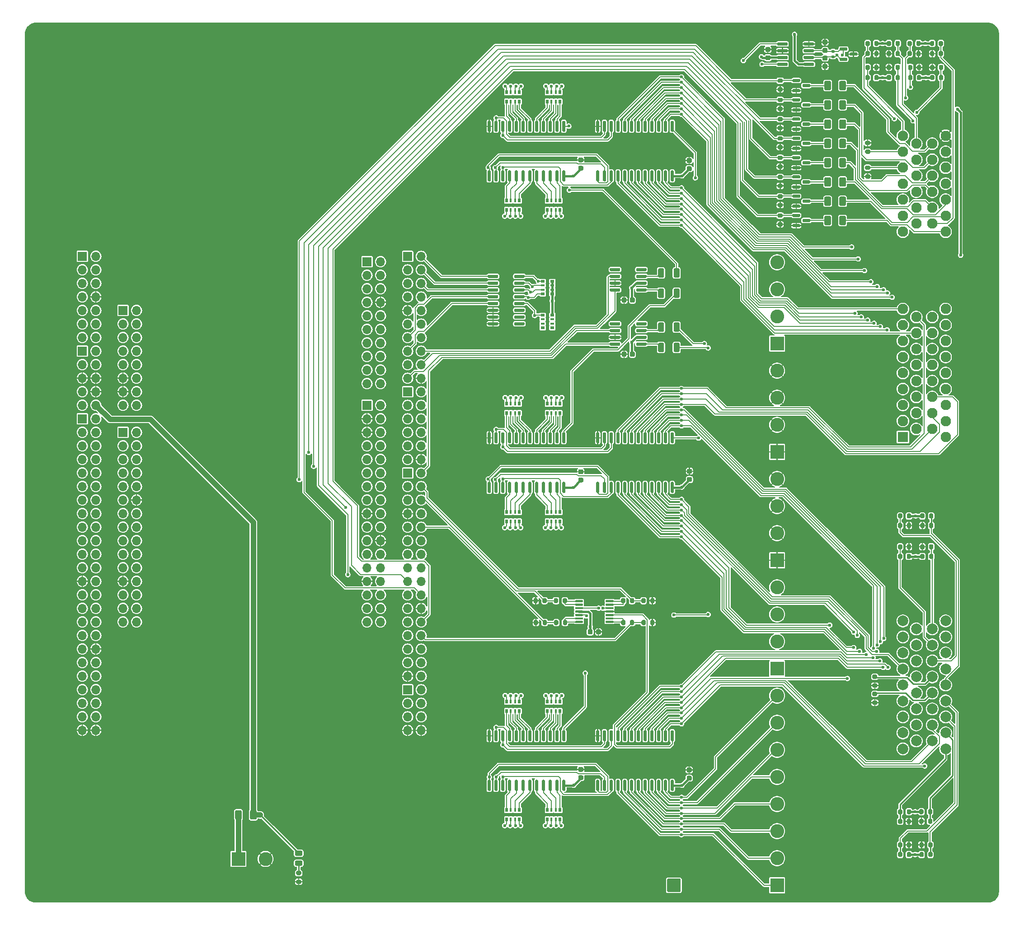
<source format=gtl>
G04 #@! TF.GenerationSoftware,KiCad,Pcbnew,7.0.6-7.0.6~ubuntu22.04.1*
G04 #@! TF.CreationDate,2023-08-09T21:32:47+00:00*
G04 #@! TF.ProjectId,digital_inputs,64696769-7461-46c5-9f69-6e707574732e,rev?*
G04 #@! TF.SameCoordinates,PX791ddc0PYca2dd00*
G04 #@! TF.FileFunction,Copper,L1,Top*
G04 #@! TF.FilePolarity,Positive*
%FSLAX46Y46*%
G04 Gerber Fmt 4.6, Leading zero omitted, Abs format (unit mm)*
G04 Created by KiCad (PCBNEW 7.0.6-7.0.6~ubuntu22.04.1) date 2023-08-09 21:32:47*
%MOMM*%
%LPD*%
G01*
G04 APERTURE LIST*
G04 #@! TA.AperFunction,ComponentPad*
%ADD10C,0.800000*%
G04 #@! TD*
G04 #@! TA.AperFunction,ComponentPad*
%ADD11C,6.400000*%
G04 #@! TD*
G04 #@! TA.AperFunction,ComponentPad*
%ADD12R,1.950000X1.950000*%
G04 #@! TD*
G04 #@! TA.AperFunction,ComponentPad*
%ADD13C,1.950000*%
G04 #@! TD*
G04 #@! TA.AperFunction,ComponentPad*
%ADD14R,1.700000X1.700000*%
G04 #@! TD*
G04 #@! TA.AperFunction,ComponentPad*
%ADD15O,1.700000X1.700000*%
G04 #@! TD*
G04 #@! TA.AperFunction,ComponentPad*
%ADD16R,2.600000X2.600000*%
G04 #@! TD*
G04 #@! TA.AperFunction,ComponentPad*
%ADD17C,2.600000*%
G04 #@! TD*
G04 #@! TA.AperFunction,SMDPad,CuDef*
%ADD18R,0.500000X0.800000*%
G04 #@! TD*
G04 #@! TA.AperFunction,SMDPad,CuDef*
%ADD19R,0.400000X0.800000*%
G04 #@! TD*
G04 #@! TA.AperFunction,SMDPad,CuDef*
%ADD20R,0.800000X0.500000*%
G04 #@! TD*
G04 #@! TA.AperFunction,SMDPad,CuDef*
%ADD21R,0.800000X0.400000*%
G04 #@! TD*
G04 #@! TA.AperFunction,ComponentPad*
%ADD22C,2.000000*%
G04 #@! TD*
G04 #@! TA.AperFunction,ViaPad*
%ADD23C,0.600000*%
G04 #@! TD*
G04 #@! TA.AperFunction,Conductor*
%ADD24C,0.400000*%
G04 #@! TD*
G04 #@! TA.AperFunction,Conductor*
%ADD25C,1.000000*%
G04 #@! TD*
G04 #@! TA.AperFunction,Conductor*
%ADD26C,0.250000*%
G04 #@! TD*
G04 #@! TA.AperFunction,Conductor*
%ADD27C,0.200000*%
G04 #@! TD*
G04 APERTURE END LIST*
D10*
G04 #@! TO.P,J12,1,Pin_1*
G04 #@! TO.N,GND*
X78600000Y3500000D03*
X79302944Y5197056D03*
X79302944Y1802944D03*
X81000000Y5900000D03*
D11*
X81000000Y3500000D03*
D10*
X81000000Y1100000D03*
X82697056Y5197056D03*
X82697056Y1802944D03*
X83400000Y3500000D03*
G04 #@! TD*
G04 #@! TO.P,R38,1*
G04 #@! TO.N,GND*
G04 #@! TA.AperFunction,SMDPad,CuDef*
G36*
G01*
X166025000Y15475000D02*
X166025000Y14925000D01*
G75*
G02*
X165825000Y14725000I-200000J0D01*
G01*
X165425000Y14725000D01*
G75*
G02*
X165225000Y14925000I0J200000D01*
G01*
X165225000Y15475000D01*
G75*
G02*
X165425000Y15675000I200000J0D01*
G01*
X165825000Y15675000D01*
G75*
G02*
X166025000Y15475000I0J-200000D01*
G01*
G37*
G04 #@! TD.AperFunction*
G04 #@! TO.P,R38,2*
G04 #@! TO.N,/REF12*
G04 #@! TA.AperFunction,SMDPad,CuDef*
G36*
G01*
X164375000Y15475000D02*
X164375000Y14925000D01*
G75*
G02*
X164175000Y14725000I-200000J0D01*
G01*
X163775000Y14725000D01*
G75*
G02*
X163575000Y14925000I0J200000D01*
G01*
X163575000Y15475000D01*
G75*
G02*
X163775000Y15675000I200000J0D01*
G01*
X164175000Y15675000D01*
G75*
G02*
X164375000Y15475000I0J-200000D01*
G01*
G37*
G04 #@! TD.AperFunction*
G04 #@! TD*
G04 #@! TO.P,F6,1*
G04 #@! TO.N,Net-(Q5-D)*
G04 #@! TA.AperFunction,SMDPad,CuDef*
G36*
G01*
X149775000Y152575000D02*
X149775000Y153825000D01*
G75*
G02*
X150025000Y154075000I250000J0D01*
G01*
X150775000Y154075000D01*
G75*
G02*
X151025000Y153825000I0J-250000D01*
G01*
X151025000Y152575000D01*
G75*
G02*
X150775000Y152325000I-250000J0D01*
G01*
X150025000Y152325000D01*
G75*
G02*
X149775000Y152575000I0J250000D01*
G01*
G37*
G04 #@! TD.AperFunction*
G04 #@! TO.P,F6,2*
G04 #@! TO.N,/OUT_DIG_4*
G04 #@! TA.AperFunction,SMDPad,CuDef*
G36*
G01*
X152575000Y152575000D02*
X152575000Y153825000D01*
G75*
G02*
X152825000Y154075000I250000J0D01*
G01*
X153575000Y154075000D01*
G75*
G02*
X153825000Y153825000I0J-250000D01*
G01*
X153825000Y152575000D01*
G75*
G02*
X153575000Y152325000I-250000J0D01*
G01*
X152825000Y152325000D01*
G75*
G02*
X152575000Y152575000I0J250000D01*
G01*
G37*
G04 #@! TD.AperFunction*
G04 #@! TD*
D12*
G04 #@! TO.P,J19,1,1A*
G04 #@! TO.N,/TST1*
X164500000Y87300000D03*
D13*
G04 #@! TO.P,J19,2,2A*
G04 #@! TO.N,/TST2*
X164500000Y90300000D03*
G04 #@! TO.P,J19,3,3A*
G04 #@! TO.N,/TST3*
X164500000Y93300000D03*
G04 #@! TO.P,J19,4,4A*
G04 #@! TO.N,/TST4*
X164500000Y96300000D03*
G04 #@! TO.P,J19,5,5A*
G04 #@! TO.N,/TST5*
X164500000Y99300000D03*
G04 #@! TO.P,J19,6,6A*
G04 #@! TO.N,/TST6*
X164500000Y102300000D03*
G04 #@! TO.P,J19,7,7A*
G04 #@! TO.N,/TST7*
X164500000Y105300000D03*
G04 #@! TO.P,J19,8,8A*
G04 #@! TO.N,/TST8*
X164500000Y108300000D03*
G04 #@! TO.P,J19,9,9A*
G04 #@! TO.N,/TST9*
X164500000Y111300000D03*
G04 #@! TO.P,J19,10,10A*
G04 #@! TO.N,/TST10*
X167000000Y88800000D03*
G04 #@! TO.P,J19,11,11A*
G04 #@! TO.N,/TST11*
X167000000Y91800000D03*
G04 #@! TO.P,J19,12,12A*
G04 #@! TO.N,/TST12*
X167000000Y94800000D03*
G04 #@! TO.P,J19,13,13A*
G04 #@! TO.N,/TST13*
X167000000Y97800000D03*
G04 #@! TO.P,J19,14,14A*
G04 #@! TO.N,/TST14*
X167000000Y100800000D03*
G04 #@! TO.P,J19,15,15A*
G04 #@! TO.N,/TST15*
X167000000Y103800000D03*
G04 #@! TO.P,J19,16,16A*
G04 #@! TO.N,/TST16*
X167000000Y106800000D03*
G04 #@! TO.P,J19,17,17A*
G04 #@! TO.N,/TST17*
X167000000Y109800000D03*
G04 #@! TO.P,J19,18,18A*
G04 #@! TO.N,/TST18*
X170000000Y88800000D03*
G04 #@! TO.P,J19,19,19A*
G04 #@! TO.N,/TST19*
X170000000Y91800000D03*
G04 #@! TO.P,J19,20,20A*
G04 #@! TO.N,/TST20*
X170000000Y94800000D03*
G04 #@! TO.P,J19,21,21A*
G04 #@! TO.N,unconnected-(J19A-21A-Pad21)*
X170000000Y97800000D03*
G04 #@! TO.P,J19,22,22A*
G04 #@! TO.N,unconnected-(J19A-22A-Pad22)*
X170000000Y100800000D03*
G04 #@! TO.P,J19,23,23A*
G04 #@! TO.N,unconnected-(J19A-23A-Pad23)*
X170000000Y103800000D03*
G04 #@! TO.P,J19,24,24A*
G04 #@! TO.N,unconnected-(J19A-24A-Pad24)*
X170000000Y106800000D03*
G04 #@! TO.P,J19,25,25A*
G04 #@! TO.N,unconnected-(J19A-25A-Pad25)*
X170000000Y109800000D03*
G04 #@! TO.P,J19,26,26A*
G04 #@! TO.N,unconnected-(J19A-26A-Pad26)*
X172500000Y87300000D03*
G04 #@! TO.P,J19,27,27A*
G04 #@! TO.N,unconnected-(J19A-27A-Pad27)*
X172500000Y90300000D03*
G04 #@! TO.P,J19,28,28A*
G04 #@! TO.N,unconnected-(J19A-28A-Pad28)*
X172500000Y93300000D03*
G04 #@! TO.P,J19,29,29A*
G04 #@! TO.N,unconnected-(J19A-29A-Pad29)*
X172500000Y96300000D03*
G04 #@! TO.P,J19,30,30A*
G04 #@! TO.N,unconnected-(J19A-30A-Pad30)*
X172500000Y99300000D03*
G04 #@! TO.P,J19,31,31A*
G04 #@! TO.N,unconnected-(J19A-31A-Pad31)*
X172500000Y102300000D03*
G04 #@! TO.P,J19,32,32A*
G04 #@! TO.N,unconnected-(J19A-32A-Pad32)*
X172500000Y105300000D03*
G04 #@! TO.P,J19,33,33A*
G04 #@! TO.N,unconnected-(J19A-33A-Pad33)*
X172500000Y108300000D03*
G04 #@! TO.P,J19,34,34A*
G04 #@! TO.N,unconnected-(J19A-34A-Pad34)*
X172500000Y111300000D03*
G04 #@! TO.P,J19,35,1B*
G04 #@! TO.N,/5V_1*
X164500000Y125800000D03*
G04 #@! TO.P,J19,36,2B*
G04 #@! TO.N,/5V_2*
X164500000Y128800000D03*
G04 #@! TO.P,J19,37,3B*
G04 #@! TO.N,+12V*
X164500000Y131800000D03*
G04 #@! TO.P,J19,38,4B*
G04 #@! TO.N,unconnected-(J19B-4B-Pad38)*
X164500000Y134800000D03*
G04 #@! TO.P,J19,39,5B*
G04 #@! TO.N,Net-(J19B-5B)*
X164500000Y137800000D03*
G04 #@! TO.P,J19,40,6B*
G04 #@! TO.N,Net-(J19B-6B)*
X164500000Y140800000D03*
G04 #@! TO.P,J19,41,7B*
G04 #@! TO.N,/REF1*
X164500000Y143800000D03*
G04 #@! TO.P,J19,42,8B*
G04 #@! TO.N,/REF2*
X167000000Y127300000D03*
G04 #@! TO.P,J19,43,9B*
G04 #@! TO.N,/REF3*
X167000000Y130300000D03*
G04 #@! TO.P,J19,44,10B*
G04 #@! TO.N,/REF4*
X167000000Y133300000D03*
G04 #@! TO.P,J19,45,11B*
G04 #@! TO.N,/REF5*
X167000000Y136300000D03*
G04 #@! TO.P,J19,46,12B*
G04 #@! TO.N,/REF6*
X167000000Y139300000D03*
G04 #@! TO.P,J19,47,13B*
G04 #@! TO.N,/REF7*
X167000000Y142300000D03*
G04 #@! TO.P,J19,48,14B*
G04 #@! TO.N,/REF8*
X170000000Y127300000D03*
G04 #@! TO.P,J19,49,15B*
G04 #@! TO.N,/OUT_DIG_0*
X170000000Y130300000D03*
G04 #@! TO.P,J19,50,16B*
G04 #@! TO.N,/OUT_DIG_1*
X170000000Y133300000D03*
G04 #@! TO.P,J19,51,17B*
G04 #@! TO.N,/OUT_DIG_2*
X170000000Y136300000D03*
G04 #@! TO.P,J19,52,18B*
G04 #@! TO.N,/OUT_DIG_3*
X170000000Y139300000D03*
G04 #@! TO.P,J19,53,19B*
G04 #@! TO.N,/OUT_DIG_4*
X170000000Y142300000D03*
G04 #@! TO.P,J19,54,20B*
G04 #@! TO.N,/OUT_DIG_5*
X172500000Y125800000D03*
G04 #@! TO.P,J19,55,21B*
G04 #@! TO.N,/OUT_DIG_6*
X172500000Y128800000D03*
G04 #@! TO.P,J19,56,22B*
G04 #@! TO.N,/OUT_DIG_7*
X172500000Y131800000D03*
G04 #@! TO.P,J19,57,23B*
G04 #@! TO.N,/CAN_L*
X172500000Y134800000D03*
G04 #@! TO.P,J19,58,24B*
G04 #@! TO.N,/CAN_H*
X172500000Y137800000D03*
G04 #@! TO.P,J19,59,25B*
G04 #@! TO.N,+12V*
X172500000Y140800000D03*
G04 #@! TO.P,J19,60,26B*
G04 #@! TO.N,GND*
X172500000Y143800000D03*
G04 #@! TD*
G04 #@! TO.P,R59,1*
G04 #@! TO.N,/REF3*
G04 #@! TA.AperFunction,SMDPad,CuDef*
G36*
G01*
X172050000Y156875000D02*
X172050000Y156325000D01*
G75*
G02*
X171850000Y156125000I-200000J0D01*
G01*
X171450000Y156125000D01*
G75*
G02*
X171250000Y156325000I0J200000D01*
G01*
X171250000Y156875000D01*
G75*
G02*
X171450000Y157075000I200000J0D01*
G01*
X171850000Y157075000D01*
G75*
G02*
X172050000Y156875000I0J-200000D01*
G01*
G37*
G04 #@! TD.AperFunction*
G04 #@! TO.P,R59,2*
G04 #@! TO.N,GND*
G04 #@! TA.AperFunction,SMDPad,CuDef*
G36*
G01*
X170400000Y156875000D02*
X170400000Y156325000D01*
G75*
G02*
X170200000Y156125000I-200000J0D01*
G01*
X169800000Y156125000D01*
G75*
G02*
X169600000Y156325000I0J200000D01*
G01*
X169600000Y156875000D01*
G75*
G02*
X169800000Y157075000I200000J0D01*
G01*
X170200000Y157075000D01*
G75*
G02*
X170400000Y156875000I0J-200000D01*
G01*
G37*
G04 #@! TD.AperFunction*
G04 #@! TD*
D14*
G04 #@! TO.P,J23,1,Pin_1*
G04 #@! TO.N,unconnected-(J23-Pin_1-Pad1)*
X64090000Y120184000D03*
D15*
G04 #@! TO.P,J23,2,Pin_2*
G04 #@! TO.N,unconnected-(J23-Pin_2-Pad2)*
X66630000Y120184000D03*
G04 #@! TO.P,J23,3,Pin_3*
G04 #@! TO.N,unconnected-(J23-Pin_3-Pad3)*
X64090000Y117644000D03*
G04 #@! TO.P,J23,4,Pin_4*
G04 #@! TO.N,unconnected-(J23-Pin_4-Pad4)*
X66630000Y117644000D03*
G04 #@! TO.P,J23,5,Pin_5*
G04 #@! TO.N,unconnected-(J23-Pin_5-Pad5)*
X64090000Y115104000D03*
G04 #@! TO.P,J23,6,Pin_6*
G04 #@! TO.N,unconnected-(J23-Pin_6-Pad6)*
X66630000Y115104000D03*
G04 #@! TO.P,J23,7,Pin_7*
G04 #@! TO.N,unconnected-(J23-Pin_7-Pad7)*
X64090000Y112564000D03*
G04 #@! TO.P,J23,8,Pin_8*
G04 #@! TO.N,GND*
X66630000Y112564000D03*
G04 #@! TO.P,J23,9,Pin_9*
G04 #@! TO.N,unconnected-(J23-Pin_9-Pad9)*
X64090000Y110024000D03*
G04 #@! TO.P,J23,10,Pin_10*
G04 #@! TO.N,unconnected-(J23-Pin_10-Pad10)*
X66630000Y110024000D03*
G04 #@! TO.P,J23,11,Pin_11*
G04 #@! TO.N,unconnected-(J23-Pin_11-Pad11)*
X64090000Y107484000D03*
G04 #@! TO.P,J23,12,Pin_12*
G04 #@! TO.N,unconnected-(J23-Pin_12-Pad12)*
X66630000Y107484000D03*
G04 #@! TO.P,J23,13,Pin_13*
G04 #@! TO.N,unconnected-(J23-Pin_13-Pad13)*
X64090000Y104944000D03*
G04 #@! TO.P,J23,14,Pin_14*
G04 #@! TO.N,unconnected-(J23-Pin_14-Pad14)*
X66630000Y104944000D03*
G04 #@! TO.P,J23,15,Pin_15*
G04 #@! TO.N,unconnected-(J23-Pin_15-Pad15)*
X64090000Y102404000D03*
G04 #@! TO.P,J23,16,Pin_16*
G04 #@! TO.N,unconnected-(J23-Pin_16-Pad16)*
X66630000Y102404000D03*
G04 #@! TO.P,J23,17,Pin_17*
G04 #@! TO.N,unconnected-(J23-Pin_17-Pad17)*
X64090000Y99864000D03*
G04 #@! TO.P,J23,18,Pin_18*
G04 #@! TO.N,unconnected-(J23-Pin_18-Pad18)*
X66630000Y99864000D03*
G04 #@! TO.P,J23,19,Pin_19*
G04 #@! TO.N,unconnected-(J23-Pin_19-Pad19)*
X64090000Y97324000D03*
G04 #@! TO.P,J23,20,Pin_20*
G04 #@! TO.N,unconnected-(J23-Pin_20-Pad20)*
X66630000Y97324000D03*
G04 #@! TD*
G04 #@! TO.P,R41,1*
G04 #@! TO.N,GND*
G04 #@! TA.AperFunction,SMDPad,CuDef*
G36*
G01*
X159500000Y40275000D02*
X158950000Y40275000D01*
G75*
G02*
X158750000Y40475000I0J200000D01*
G01*
X158750000Y40875000D01*
G75*
G02*
X158950000Y41075000I200000J0D01*
G01*
X159500000Y41075000D01*
G75*
G02*
X159700000Y40875000I0J-200000D01*
G01*
X159700000Y40475000D01*
G75*
G02*
X159500000Y40275000I-200000J0D01*
G01*
G37*
G04 #@! TD.AperFunction*
G04 #@! TO.P,R41,2*
G04 #@! TO.N,Net-(J1-22C)*
G04 #@! TA.AperFunction,SMDPad,CuDef*
G36*
G01*
X159500000Y41925000D02*
X158950000Y41925000D01*
G75*
G02*
X158750000Y42125000I0J200000D01*
G01*
X158750000Y42525000D01*
G75*
G02*
X158950000Y42725000I200000J0D01*
G01*
X159500000Y42725000D01*
G75*
G02*
X159700000Y42525000I0J-200000D01*
G01*
X159700000Y42125000D01*
G75*
G02*
X159500000Y41925000I-200000J0D01*
G01*
G37*
G04 #@! TD.AperFunction*
G04 #@! TD*
D14*
G04 #@! TO.P,J20,1,Pin_1*
G04 #@! TO.N,unconnected-(J20-Pin_1-Pad1)*
X10750000Y90720000D03*
D15*
G04 #@! TO.P,J20,2,Pin_2*
G04 #@! TO.N,unconnected-(J20-Pin_2-Pad2)*
X13290000Y90720000D03*
G04 #@! TO.P,J20,3,Pin_3*
G04 #@! TO.N,unconnected-(J20-Pin_3-Pad3)*
X10750000Y88180000D03*
G04 #@! TO.P,J20,4,Pin_4*
G04 #@! TO.N,unconnected-(J20-Pin_4-Pad4)*
X13290000Y88180000D03*
G04 #@! TO.P,J20,5,Pin_5*
G04 #@! TO.N,unconnected-(J20-Pin_5-Pad5)*
X10750000Y85640000D03*
G04 #@! TO.P,J20,6,Pin_6*
G04 #@! TO.N,unconnected-(J20-Pin_6-Pad6)*
X13290000Y85640000D03*
G04 #@! TO.P,J20,7,Pin_7*
G04 #@! TO.N,unconnected-(J20-Pin_7-Pad7)*
X10750000Y83100000D03*
G04 #@! TO.P,J20,8,Pin_8*
G04 #@! TO.N,unconnected-(J20-Pin_8-Pad8)*
X13290000Y83100000D03*
G04 #@! TO.P,J20,9,Pin_9*
G04 #@! TO.N,unconnected-(J20-Pin_9-Pad9)*
X10750000Y80560000D03*
G04 #@! TO.P,J20,10,Pin_10*
G04 #@! TO.N,unconnected-(J20-Pin_10-Pad10)*
X13290000Y80560000D03*
G04 #@! TO.P,J20,11,Pin_11*
G04 #@! TO.N,unconnected-(J20-Pin_11-Pad11)*
X10750000Y78020000D03*
G04 #@! TO.P,J20,12,Pin_12*
G04 #@! TO.N,unconnected-(J20-Pin_12-Pad12)*
X13290000Y78020000D03*
G04 #@! TO.P,J20,13,Pin_13*
G04 #@! TO.N,unconnected-(J20-Pin_13-Pad13)*
X10750000Y75480000D03*
G04 #@! TO.P,J20,14,Pin_14*
G04 #@! TO.N,unconnected-(J20-Pin_14-Pad14)*
X13290000Y75480000D03*
G04 #@! TO.P,J20,15,Pin_15*
G04 #@! TO.N,unconnected-(J20-Pin_15-Pad15)*
X10750000Y72940000D03*
G04 #@! TO.P,J20,16,Pin_16*
G04 #@! TO.N,unconnected-(J20-Pin_16-Pad16)*
X13290000Y72940000D03*
G04 #@! TO.P,J20,17,Pin_17*
G04 #@! TO.N,unconnected-(J20-Pin_17-Pad17)*
X10750000Y70400000D03*
G04 #@! TO.P,J20,18,Pin_18*
G04 #@! TO.N,unconnected-(J20-Pin_18-Pad18)*
X13290000Y70400000D03*
G04 #@! TO.P,J20,19,Pin_19*
G04 #@! TO.N,unconnected-(J20-Pin_19-Pad19)*
X10750000Y67860000D03*
G04 #@! TO.P,J20,20,Pin_20*
G04 #@! TO.N,unconnected-(J20-Pin_20-Pad20)*
X13290000Y67860000D03*
G04 #@! TO.P,J20,21,Pin_21*
G04 #@! TO.N,unconnected-(J20-Pin_21-Pad21)*
X10750000Y65320000D03*
G04 #@! TO.P,J20,22,Pin_22*
G04 #@! TO.N,unconnected-(J20-Pin_22-Pad22)*
X13290000Y65320000D03*
G04 #@! TO.P,J20,23,Pin_23*
G04 #@! TO.N,unconnected-(J20-Pin_23-Pad23)*
X10750000Y62780000D03*
G04 #@! TO.P,J20,24,Pin_24*
G04 #@! TO.N,unconnected-(J20-Pin_24-Pad24)*
X13290000Y62780000D03*
G04 #@! TO.P,J20,25,Pin_25*
G04 #@! TO.N,GND*
X10750000Y60240000D03*
G04 #@! TO.P,J20,26,Pin_26*
G04 #@! TO.N,unconnected-(J20-Pin_26-Pad26)*
X13290000Y60240000D03*
G04 #@! TO.P,J20,27,Pin_27*
G04 #@! TO.N,unconnected-(J20-Pin_27-Pad27)*
X10750000Y57700000D03*
G04 #@! TO.P,J20,28,Pin_28*
G04 #@! TO.N,unconnected-(J20-Pin_28-Pad28)*
X13290000Y57700000D03*
G04 #@! TO.P,J20,29,Pin_29*
G04 #@! TO.N,unconnected-(J20-Pin_29-Pad29)*
X10750000Y55160000D03*
G04 #@! TO.P,J20,30,Pin_30*
G04 #@! TO.N,unconnected-(J20-Pin_30-Pad30)*
X13290000Y55160000D03*
G04 #@! TO.P,J20,31,Pin_31*
G04 #@! TO.N,unconnected-(J20-Pin_31-Pad31)*
X10750000Y52620000D03*
G04 #@! TO.P,J20,32,Pin_32*
G04 #@! TO.N,unconnected-(J20-Pin_32-Pad32)*
X13290000Y52620000D03*
G04 #@! TO.P,J20,33,Pin_33*
G04 #@! TO.N,unconnected-(J20-Pin_33-Pad33)*
X10750000Y50080000D03*
G04 #@! TO.P,J20,34,Pin_34*
G04 #@! TO.N,unconnected-(J20-Pin_34-Pad34)*
X13290000Y50080000D03*
G04 #@! TO.P,J20,35,Pin_35*
G04 #@! TO.N,unconnected-(J20-Pin_35-Pad35)*
X10750000Y47540000D03*
G04 #@! TO.P,J20,36,Pin_36*
G04 #@! TO.N,GND*
X13290000Y47540000D03*
G04 #@! TO.P,J20,37,Pin_37*
G04 #@! TO.N,unconnected-(J20-Pin_37-Pad37)*
X10750000Y45000000D03*
G04 #@! TO.P,J20,38,Pin_38*
G04 #@! TO.N,unconnected-(J20-Pin_38-Pad38)*
X13290000Y45000000D03*
G04 #@! TO.P,J20,39,Pin_39*
G04 #@! TO.N,unconnected-(J20-Pin_39-Pad39)*
X10750000Y42460000D03*
G04 #@! TO.P,J20,40,Pin_40*
G04 #@! TO.N,unconnected-(J20-Pin_40-Pad40)*
X13290000Y42460000D03*
G04 #@! TO.P,J20,41,Pin_41*
G04 #@! TO.N,unconnected-(J20-Pin_41-Pad41)*
X10750000Y39920000D03*
G04 #@! TO.P,J20,42,Pin_42*
G04 #@! TO.N,unconnected-(J20-Pin_42-Pad42)*
X13290000Y39920000D03*
G04 #@! TO.P,J20,43,Pin_43*
G04 #@! TO.N,unconnected-(J20-Pin_43-Pad43)*
X10750000Y37380000D03*
G04 #@! TO.P,J20,44,Pin_44*
G04 #@! TO.N,unconnected-(J20-Pin_44-Pad44)*
X13290000Y37380000D03*
G04 #@! TO.P,J20,45,Pin_45*
G04 #@! TO.N,unconnected-(J20-Pin_45-Pad45)*
X10750000Y34840000D03*
G04 #@! TO.P,J20,46,Pin_46*
G04 #@! TO.N,unconnected-(J20-Pin_46-Pad46)*
X13290000Y34840000D03*
G04 #@! TO.P,J20,47,Pin_47*
G04 #@! TO.N,GND*
X10750000Y32300000D03*
G04 #@! TO.P,J20,48,Pin_48*
X13290000Y32300000D03*
G04 #@! TD*
D16*
G04 #@! TO.P,J6,1,Pin_1*
G04 #@! TO.N,GND*
X140925000Y64180000D03*
D17*
G04 #@! TO.P,J6,2,Pin_2*
X140925000Y69260000D03*
G04 #@! TO.P,J6,3,Pin_3*
X140925000Y74340000D03*
G04 #@! TO.P,J6,4,Pin_4*
X140925000Y79420000D03*
G04 #@! TD*
G04 #@! TO.P,Q3,1,G*
G04 #@! TO.N,/DIG_2*
G04 #@! TA.AperFunction,SMDPad,CuDef*
G36*
G01*
X143787500Y146771430D02*
X143787500Y147071430D01*
G75*
G02*
X143937500Y147221430I150000J0D01*
G01*
X145112500Y147221430D01*
G75*
G02*
X145262500Y147071430I0J-150000D01*
G01*
X145262500Y146771430D01*
G75*
G02*
X145112500Y146621430I-150000J0D01*
G01*
X143937500Y146621430D01*
G75*
G02*
X143787500Y146771430I0J150000D01*
G01*
G37*
G04 #@! TD.AperFunction*
G04 #@! TO.P,Q3,2,D*
G04 #@! TO.N,Net-(Q3-D)*
G04 #@! TA.AperFunction,SMDPad,CuDef*
G36*
G01*
X145662500Y145821430D02*
X145662500Y146121430D01*
G75*
G02*
X145812500Y146271430I150000J0D01*
G01*
X146987500Y146271430D01*
G75*
G02*
X147137500Y146121430I0J-150000D01*
G01*
X147137500Y145821430D01*
G75*
G02*
X146987500Y145671430I-150000J0D01*
G01*
X145812500Y145671430D01*
G75*
G02*
X145662500Y145821430I0J150000D01*
G01*
G37*
G04 #@! TD.AperFunction*
G04 #@! TO.P,Q3,3,S*
G04 #@! TO.N,GND*
G04 #@! TA.AperFunction,SMDPad,CuDef*
G36*
G01*
X143787500Y144871430D02*
X143787500Y145171430D01*
G75*
G02*
X143937500Y145321430I150000J0D01*
G01*
X145112500Y145321430D01*
G75*
G02*
X145262500Y145171430I0J-150000D01*
G01*
X145262500Y144871430D01*
G75*
G02*
X145112500Y144721430I-150000J0D01*
G01*
X143937500Y144721430D01*
G75*
G02*
X143787500Y144871430I0J150000D01*
G01*
G37*
G04 #@! TD.AperFunction*
G04 #@! TD*
G04 #@! TO.P,D1,1,K*
G04 #@! TO.N,Net-(D1-K)*
G04 #@! TA.AperFunction,SMDPad,CuDef*
G36*
G01*
X51756250Y6875000D02*
X50843750Y6875000D01*
G75*
G02*
X50600000Y7118750I0J243750D01*
G01*
X50600000Y7606250D01*
G75*
G02*
X50843750Y7850000I243750J0D01*
G01*
X51756250Y7850000D01*
G75*
G02*
X52000000Y7606250I0J-243750D01*
G01*
X52000000Y7118750D01*
G75*
G02*
X51756250Y6875000I-243750J0D01*
G01*
G37*
G04 #@! TD.AperFunction*
G04 #@! TO.P,D1,2,A*
G04 #@! TO.N,+12V*
G04 #@! TA.AperFunction,SMDPad,CuDef*
G36*
G01*
X51756250Y8750000D02*
X50843750Y8750000D01*
G75*
G02*
X50600000Y8993750I0J243750D01*
G01*
X50600000Y9481250D01*
G75*
G02*
X50843750Y9725000I243750J0D01*
G01*
X51756250Y9725000D01*
G75*
G02*
X52000000Y9481250I0J-243750D01*
G01*
X52000000Y8993750D01*
G75*
G02*
X51756250Y8750000I-243750J0D01*
G01*
G37*
G04 #@! TD.AperFunction*
G04 #@! TD*
G04 #@! TO.P,R44,1*
G04 #@! TO.N,/5V_2*
G04 #@! TA.AperFunction,SMDPad,CuDef*
G36*
G01*
X166025000Y9275000D02*
X166025000Y8725000D01*
G75*
G02*
X165825000Y8525000I-200000J0D01*
G01*
X165425000Y8525000D01*
G75*
G02*
X165225000Y8725000I0J200000D01*
G01*
X165225000Y9275000D01*
G75*
G02*
X165425000Y9475000I200000J0D01*
G01*
X165825000Y9475000D01*
G75*
G02*
X166025000Y9275000I0J-200000D01*
G01*
G37*
G04 #@! TD.AperFunction*
G04 #@! TO.P,R44,2*
G04 #@! TO.N,/REF14*
G04 #@! TA.AperFunction,SMDPad,CuDef*
G36*
G01*
X164375000Y9275000D02*
X164375000Y8725000D01*
G75*
G02*
X164175000Y8525000I-200000J0D01*
G01*
X163775000Y8525000D01*
G75*
G02*
X163575000Y8725000I0J200000D01*
G01*
X163575000Y9275000D01*
G75*
G02*
X163775000Y9475000I200000J0D01*
G01*
X164175000Y9475000D01*
G75*
G02*
X164375000Y9275000I0J-200000D01*
G01*
G37*
G04 #@! TD.AperFunction*
G04 #@! TD*
G04 #@! TO.P,R34,1*
G04 #@! TO.N,/5V_2*
G04 #@! TA.AperFunction,SMDPad,CuDef*
G36*
G01*
X161475000Y160825000D02*
X161475000Y161375000D01*
G75*
G02*
X161675000Y161575000I200000J0D01*
G01*
X162075000Y161575000D01*
G75*
G02*
X162275000Y161375000I0J-200000D01*
G01*
X162275000Y160825000D01*
G75*
G02*
X162075000Y160625000I-200000J0D01*
G01*
X161675000Y160625000D01*
G75*
G02*
X161475000Y160825000I0J200000D01*
G01*
G37*
G04 #@! TD.AperFunction*
G04 #@! TO.P,R34,2*
G04 #@! TO.N,/REF7*
G04 #@! TA.AperFunction,SMDPad,CuDef*
G36*
G01*
X163125000Y160825000D02*
X163125000Y161375000D01*
G75*
G02*
X163325000Y161575000I200000J0D01*
G01*
X163725000Y161575000D01*
G75*
G02*
X163925000Y161375000I0J-200000D01*
G01*
X163925000Y160825000D01*
G75*
G02*
X163725000Y160625000I-200000J0D01*
G01*
X163325000Y160625000D01*
G75*
G02*
X163125000Y160825000I0J200000D01*
G01*
G37*
G04 #@! TD.AperFunction*
G04 #@! TD*
G04 #@! TO.P,F2,1*
G04 #@! TO.N,Net-(Q1-D)*
G04 #@! TA.AperFunction,SMDPad,CuDef*
G36*
G01*
X149775000Y138117860D02*
X149775000Y139367860D01*
G75*
G02*
X150025000Y139617860I250000J0D01*
G01*
X150775000Y139617860D01*
G75*
G02*
X151025000Y139367860I0J-250000D01*
G01*
X151025000Y138117860D01*
G75*
G02*
X150775000Y137867860I-250000J0D01*
G01*
X150025000Y137867860D01*
G75*
G02*
X149775000Y138117860I0J250000D01*
G01*
G37*
G04 #@! TD.AperFunction*
G04 #@! TO.P,F2,2*
G04 #@! TO.N,/OUT_DIG_0*
G04 #@! TA.AperFunction,SMDPad,CuDef*
G36*
G01*
X152575000Y138117860D02*
X152575000Y139367860D01*
G75*
G02*
X152825000Y139617860I250000J0D01*
G01*
X153575000Y139617860D01*
G75*
G02*
X153825000Y139367860I0J-250000D01*
G01*
X153825000Y138117860D01*
G75*
G02*
X153575000Y137867860I-250000J0D01*
G01*
X152825000Y137867860D01*
G75*
G02*
X152575000Y138117860I0J250000D01*
G01*
G37*
G04 #@! TD.AperFunction*
G04 #@! TD*
G04 #@! TO.P,C12,1*
G04 #@! TO.N,GND*
G04 #@! TA.AperFunction,SMDPad,CuDef*
G36*
G01*
X138950000Y160425000D02*
X139450000Y160425000D01*
G75*
G02*
X139675000Y160200000I0J-225000D01*
G01*
X139675000Y159750000D01*
G75*
G02*
X139450000Y159525000I-225000J0D01*
G01*
X138950000Y159525000D01*
G75*
G02*
X138725000Y159750000I0J225000D01*
G01*
X138725000Y160200000D01*
G75*
G02*
X138950000Y160425000I225000J0D01*
G01*
G37*
G04 #@! TD.AperFunction*
G04 #@! TO.P,C12,2*
G04 #@! TO.N,+5V*
G04 #@! TA.AperFunction,SMDPad,CuDef*
G36*
G01*
X138950000Y158875000D02*
X139450000Y158875000D01*
G75*
G02*
X139675000Y158650000I0J-225000D01*
G01*
X139675000Y158200000D01*
G75*
G02*
X139450000Y157975000I-225000J0D01*
G01*
X138950000Y157975000D01*
G75*
G02*
X138725000Y158200000I0J225000D01*
G01*
X138725000Y158650000D01*
G75*
G02*
X138950000Y158875000I225000J0D01*
G01*
G37*
G04 #@! TD.AperFunction*
G04 #@! TD*
D16*
G04 #@! TO.P,J5,1,Pin_1*
G04 #@! TO.N,Net-(J5-Pin_1)*
X40005000Y8165000D03*
D17*
G04 #@! TO.P,J5,2,Pin_2*
G04 #@! TO.N,GND*
X45085000Y8165000D03*
G04 #@! TD*
G04 #@! TO.P,R1,1*
G04 #@! TO.N,Net-(U5-X)*
G04 #@! TA.AperFunction,SMDPad,CuDef*
G36*
G01*
X122675000Y118685000D02*
X122675000Y117435000D01*
G75*
G02*
X122425000Y117185000I-250000J0D01*
G01*
X121800000Y117185000D01*
G75*
G02*
X121550000Y117435000I0J250000D01*
G01*
X121550000Y118685000D01*
G75*
G02*
X121800000Y118935000I250000J0D01*
G01*
X122425000Y118935000D01*
G75*
G02*
X122675000Y118685000I0J-250000D01*
G01*
G37*
G04 #@! TD.AperFunction*
G04 #@! TO.P,R1,2*
G04 #@! TO.N,Net-(U8-OUT_A)*
G04 #@! TA.AperFunction,SMDPad,CuDef*
G36*
G01*
X119750000Y118685000D02*
X119750000Y117435000D01*
G75*
G02*
X119500000Y117185000I-250000J0D01*
G01*
X118875000Y117185000D01*
G75*
G02*
X118625000Y117435000I0J250000D01*
G01*
X118625000Y118685000D01*
G75*
G02*
X118875000Y118935000I250000J0D01*
G01*
X119500000Y118935000D01*
G75*
G02*
X119750000Y118685000I0J-250000D01*
G01*
G37*
G04 #@! TD.AperFunction*
G04 #@! TD*
D18*
G04 #@! TO.P,RN12,1,R1.1*
G04 #@! TO.N,/TST48*
X90240000Y15560000D03*
D19*
G04 #@! TO.P,RN12,2,R2.1*
G04 #@! TO.N,/TST47*
X91040000Y15560000D03*
G04 #@! TO.P,RN12,3,R3.1*
G04 #@! TO.N,/TST46*
X91840000Y15560000D03*
D18*
G04 #@! TO.P,RN12,4,R4.1*
G04 #@! TO.N,/TST45*
X92640000Y15560000D03*
G04 #@! TO.P,RN12,5,R4.2*
G04 #@! TO.N,Net-(RN12-R4.2)*
X92640000Y17360000D03*
D19*
G04 #@! TO.P,RN12,6,R3.2*
G04 #@! TO.N,Net-(RN12-R3.2)*
X91840000Y17360000D03*
G04 #@! TO.P,RN12,7,R2.2*
G04 #@! TO.N,Net-(RN12-R2.2)*
X91040000Y17360000D03*
D18*
G04 #@! TO.P,RN12,8,R1.2*
G04 #@! TO.N,Net-(RN12-R1.2)*
X90240000Y17360000D03*
G04 #@! TD*
G04 #@! TO.P,R7,1*
G04 #@! TO.N,GND*
G04 #@! TA.AperFunction,SMDPad,CuDef*
G36*
G01*
X95340000Y52225000D02*
X95340000Y52775000D01*
G75*
G02*
X95540000Y52975000I200000J0D01*
G01*
X95940000Y52975000D01*
G75*
G02*
X96140000Y52775000I0J-200000D01*
G01*
X96140000Y52225000D01*
G75*
G02*
X95940000Y52025000I-200000J0D01*
G01*
X95540000Y52025000D01*
G75*
G02*
X95340000Y52225000I0J200000D01*
G01*
G37*
G04 #@! TD.AperFunction*
G04 #@! TO.P,R7,2*
G04 #@! TO.N,/IN3*
G04 #@! TA.AperFunction,SMDPad,CuDef*
G36*
G01*
X96990000Y52225000D02*
X96990000Y52775000D01*
G75*
G02*
X97190000Y52975000I200000J0D01*
G01*
X97590000Y52975000D01*
G75*
G02*
X97790000Y52775000I0J-200000D01*
G01*
X97790000Y52225000D01*
G75*
G02*
X97590000Y52025000I-200000J0D01*
G01*
X97190000Y52025000D01*
G75*
G02*
X96990000Y52225000I0J200000D01*
G01*
G37*
G04 #@! TD.AperFunction*
G04 #@! TD*
G04 #@! TO.P,C8,1*
G04 #@! TO.N,+12V*
G04 #@! TA.AperFunction,SMDPad,CuDef*
G36*
G01*
X114255000Y113230000D02*
X114255000Y112730000D01*
G75*
G02*
X114030000Y112505000I-225000J0D01*
G01*
X113580000Y112505000D01*
G75*
G02*
X113355000Y112730000I0J225000D01*
G01*
X113355000Y113230000D01*
G75*
G02*
X113580000Y113455000I225000J0D01*
G01*
X114030000Y113455000D01*
G75*
G02*
X114255000Y113230000I0J-225000D01*
G01*
G37*
G04 #@! TD.AperFunction*
G04 #@! TO.P,C8,2*
G04 #@! TO.N,GND*
G04 #@! TA.AperFunction,SMDPad,CuDef*
G36*
G01*
X112705000Y113230000D02*
X112705000Y112730000D01*
G75*
G02*
X112480000Y112505000I-225000J0D01*
G01*
X112030000Y112505000D01*
G75*
G02*
X111805000Y112730000I0J225000D01*
G01*
X111805000Y113230000D01*
G75*
G02*
X112030000Y113455000I225000J0D01*
G01*
X112480000Y113455000D01*
G75*
G02*
X112705000Y113230000I0J-225000D01*
G01*
G37*
G04 #@! TD.AperFunction*
G04 #@! TD*
G04 #@! TO.P,RN9,1,R1.1*
G04 #@! TO.N,/TST36*
X92640000Y37680000D03*
D19*
G04 #@! TO.P,RN9,2,R2.1*
G04 #@! TO.N,/TST35*
X91840000Y37680000D03*
G04 #@! TO.P,RN9,3,R3.1*
G04 #@! TO.N,/TST34*
X91040000Y37680000D03*
D18*
G04 #@! TO.P,RN9,4,R4.1*
G04 #@! TO.N,/TST33*
X90240000Y37680000D03*
G04 #@! TO.P,RN9,5,R4.2*
G04 #@! TO.N,Net-(RN9-R4.2)*
X90240000Y35880000D03*
D19*
G04 #@! TO.P,RN9,6,R3.2*
G04 #@! TO.N,Net-(RN9-R3.2)*
X91040000Y35880000D03*
G04 #@! TO.P,RN9,7,R2.2*
G04 #@! TO.N,Net-(RN9-R2.2)*
X91840000Y35880000D03*
D18*
G04 #@! TO.P,RN9,8,R1.2*
G04 #@! TO.N,Net-(RN9-R1.2)*
X92640000Y35880000D03*
G04 #@! TD*
G04 #@! TO.P,R12,1*
G04 #@! TO.N,/TST49*
G04 #@! TA.AperFunction,SMDPad,CuDef*
G36*
G01*
X122675000Y104715000D02*
X122675000Y103465000D01*
G75*
G02*
X122425000Y103215000I-250000J0D01*
G01*
X121800000Y103215000D01*
G75*
G02*
X121550000Y103465000I0J250000D01*
G01*
X121550000Y104715000D01*
G75*
G02*
X121800000Y104965000I250000J0D01*
G01*
X122425000Y104965000D01*
G75*
G02*
X122675000Y104715000I0J-250000D01*
G01*
G37*
G04 #@! TD.AperFunction*
G04 #@! TO.P,R12,2*
G04 #@! TO.N,Net-(U9-OUT_B)*
G04 #@! TA.AperFunction,SMDPad,CuDef*
G36*
G01*
X119750000Y104715000D02*
X119750000Y103465000D01*
G75*
G02*
X119500000Y103215000I-250000J0D01*
G01*
X118875000Y103215000D01*
G75*
G02*
X118625000Y103465000I0J250000D01*
G01*
X118625000Y104715000D01*
G75*
G02*
X118875000Y104965000I250000J0D01*
G01*
X119500000Y104965000D01*
G75*
G02*
X119750000Y104715000I0J-250000D01*
G01*
G37*
G04 #@! TD.AperFunction*
G04 #@! TD*
G04 #@! TO.P,R48,1*
G04 #@! TO.N,/REF16*
G04 #@! TA.AperFunction,SMDPad,CuDef*
G36*
G01*
X170200000Y70975000D02*
X170200000Y70425000D01*
G75*
G02*
X170000000Y70225000I-200000J0D01*
G01*
X169600000Y70225000D01*
G75*
G02*
X169400000Y70425000I0J200000D01*
G01*
X169400000Y70975000D01*
G75*
G02*
X169600000Y71175000I200000J0D01*
G01*
X170000000Y71175000D01*
G75*
G02*
X170200000Y70975000I0J-200000D01*
G01*
G37*
G04 #@! TD.AperFunction*
G04 #@! TO.P,R48,2*
G04 #@! TO.N,GND*
G04 #@! TA.AperFunction,SMDPad,CuDef*
G36*
G01*
X168550000Y70975000D02*
X168550000Y70425000D01*
G75*
G02*
X168350000Y70225000I-200000J0D01*
G01*
X167950000Y70225000D01*
G75*
G02*
X167750000Y70425000I0J200000D01*
G01*
X167750000Y70975000D01*
G75*
G02*
X167950000Y71175000I200000J0D01*
G01*
X168350000Y71175000D01*
G75*
G02*
X168550000Y70975000I0J-200000D01*
G01*
G37*
G04 #@! TD.AperFunction*
G04 #@! TD*
D14*
G04 #@! TO.P,J22,1,Pin_1*
G04 #@! TO.N,unconnected-(J22-Pin_1-Pad1)*
X18370000Y88180000D03*
D15*
G04 #@! TO.P,J22,2,Pin_2*
G04 #@! TO.N,unconnected-(J22-Pin_2-Pad2)*
X20910000Y88180000D03*
G04 #@! TO.P,J22,3,Pin_3*
G04 #@! TO.N,unconnected-(J22-Pin_3-Pad3)*
X18370000Y85640000D03*
G04 #@! TO.P,J22,4,Pin_4*
G04 #@! TO.N,unconnected-(J22-Pin_4-Pad4)*
X20910000Y85640000D03*
G04 #@! TO.P,J22,5,Pin_5*
G04 #@! TO.N,unconnected-(J22-Pin_5-Pad5)*
X18370000Y83100000D03*
G04 #@! TO.P,J22,6,Pin_6*
G04 #@! TO.N,unconnected-(J22-Pin_6-Pad6)*
X20910000Y83100000D03*
G04 #@! TO.P,J22,7,Pin_7*
G04 #@! TO.N,unconnected-(J22-Pin_7-Pad7)*
X18370000Y80560000D03*
G04 #@! TO.P,J22,8,Pin_8*
G04 #@! TO.N,unconnected-(J22-Pin_8-Pad8)*
X20910000Y80560000D03*
G04 #@! TO.P,J22,9,Pin_9*
G04 #@! TO.N,unconnected-(J22-Pin_9-Pad9)*
X18370000Y78020000D03*
G04 #@! TO.P,J22,10,Pin_10*
G04 #@! TO.N,unconnected-(J22-Pin_10-Pad10)*
X20910000Y78020000D03*
G04 #@! TO.P,J22,11,Pin_11*
G04 #@! TO.N,unconnected-(J22-Pin_11-Pad11)*
X18370000Y75480000D03*
G04 #@! TO.P,J22,12,Pin_12*
G04 #@! TO.N,GND*
X20910000Y75480000D03*
G04 #@! TO.P,J22,13,Pin_13*
G04 #@! TO.N,unconnected-(J22-Pin_13-Pad13)*
X18370000Y72940000D03*
G04 #@! TO.P,J22,14,Pin_14*
G04 #@! TO.N,unconnected-(J22-Pin_14-Pad14)*
X20910000Y72940000D03*
G04 #@! TO.P,J22,15,Pin_15*
G04 #@! TO.N,unconnected-(J22-Pin_15-Pad15)*
X18370000Y70400000D03*
G04 #@! TO.P,J22,16,Pin_16*
G04 #@! TO.N,unconnected-(J22-Pin_16-Pad16)*
X20910000Y70400000D03*
G04 #@! TO.P,J22,17,Pin_17*
G04 #@! TO.N,unconnected-(J22-Pin_17-Pad17)*
X18370000Y67860000D03*
G04 #@! TO.P,J22,18,Pin_18*
G04 #@! TO.N,unconnected-(J22-Pin_18-Pad18)*
X20910000Y67860000D03*
G04 #@! TO.P,J22,19,Pin_19*
G04 #@! TO.N,unconnected-(J22-Pin_19-Pad19)*
X18370000Y65320000D03*
G04 #@! TO.P,J22,20,Pin_20*
G04 #@! TO.N,unconnected-(J22-Pin_20-Pad20)*
X20910000Y65320000D03*
G04 #@! TO.P,J22,21,Pin_21*
G04 #@! TO.N,unconnected-(J22-Pin_21-Pad21)*
X18370000Y62780000D03*
G04 #@! TO.P,J22,22,Pin_22*
G04 #@! TO.N,unconnected-(J22-Pin_22-Pad22)*
X20910000Y62780000D03*
G04 #@! TO.P,J22,23,Pin_23*
G04 #@! TO.N,GND*
X18370000Y60240000D03*
G04 #@! TO.P,J22,24,Pin_24*
G04 #@! TO.N,unconnected-(J22-Pin_24-Pad24)*
X20910000Y60240000D03*
G04 #@! TO.P,J22,25,Pin_25*
G04 #@! TO.N,unconnected-(J22-Pin_25-Pad25)*
X18370000Y57700000D03*
G04 #@! TO.P,J22,26,Pin_26*
G04 #@! TO.N,unconnected-(J22-Pin_26-Pad26)*
X20910000Y57700000D03*
G04 #@! TO.P,J22,27,Pin_27*
G04 #@! TO.N,unconnected-(J22-Pin_27-Pad27)*
X18370000Y55160000D03*
G04 #@! TO.P,J22,28,Pin_28*
G04 #@! TO.N,unconnected-(J22-Pin_28-Pad28)*
X20910000Y55160000D03*
G04 #@! TO.P,J22,29,Pin_29*
G04 #@! TO.N,unconnected-(J22-Pin_29-Pad29)*
X18370000Y52620000D03*
G04 #@! TO.P,J22,30,Pin_30*
G04 #@! TO.N,unconnected-(J22-Pin_30-Pad30)*
X20910000Y52620000D03*
G04 #@! TD*
G04 #@! TO.P,U1,1*
G04 #@! TO.N,Net-(U1A--)*
G04 #@! TA.AperFunction,SMDPad,CuDef*
G36*
G01*
X103080000Y56410000D02*
X103080000Y56610000D01*
G75*
G02*
X103180000Y56710000I100000J0D01*
G01*
X104455000Y56710000D01*
G75*
G02*
X104555000Y56610000I0J-100000D01*
G01*
X104555000Y56410000D01*
G75*
G02*
X104455000Y56310000I-100000J0D01*
G01*
X103180000Y56310000D01*
G75*
G02*
X103080000Y56410000I0J100000D01*
G01*
G37*
G04 #@! TD.AperFunction*
G04 #@! TO.P,U1,2,-*
G04 #@! TA.AperFunction,SMDPad,CuDef*
G36*
G01*
X103080000Y55760000D02*
X103080000Y55960000D01*
G75*
G02*
X103180000Y56060000I100000J0D01*
G01*
X104455000Y56060000D01*
G75*
G02*
X104555000Y55960000I0J-100000D01*
G01*
X104555000Y55760000D01*
G75*
G02*
X104455000Y55660000I-100000J0D01*
G01*
X103180000Y55660000D01*
G75*
G02*
X103080000Y55760000I0J100000D01*
G01*
G37*
G04 #@! TD.AperFunction*
G04 #@! TO.P,U1,3,+*
G04 #@! TO.N,Net-(U1A-+)*
G04 #@! TA.AperFunction,SMDPad,CuDef*
G36*
G01*
X103080000Y55110000D02*
X103080000Y55310000D01*
G75*
G02*
X103180000Y55410000I100000J0D01*
G01*
X104455000Y55410000D01*
G75*
G02*
X104555000Y55310000I0J-100000D01*
G01*
X104555000Y55110000D01*
G75*
G02*
X104455000Y55010000I-100000J0D01*
G01*
X103180000Y55010000D01*
G75*
G02*
X103080000Y55110000I0J100000D01*
G01*
G37*
G04 #@! TD.AperFunction*
G04 #@! TO.P,U1,4,V+*
G04 #@! TO.N,+12V*
G04 #@! TA.AperFunction,SMDPad,CuDef*
G36*
G01*
X103080000Y54460000D02*
X103080000Y54660000D01*
G75*
G02*
X103180000Y54760000I100000J0D01*
G01*
X104455000Y54760000D01*
G75*
G02*
X104555000Y54660000I0J-100000D01*
G01*
X104555000Y54460000D01*
G75*
G02*
X104455000Y54360000I-100000J0D01*
G01*
X103180000Y54360000D01*
G75*
G02*
X103080000Y54460000I0J100000D01*
G01*
G37*
G04 #@! TD.AperFunction*
G04 #@! TO.P,U1,5,+*
G04 #@! TO.N,/TST49*
G04 #@! TA.AperFunction,SMDPad,CuDef*
G36*
G01*
X103080000Y53810000D02*
X103080000Y54010000D01*
G75*
G02*
X103180000Y54110000I100000J0D01*
G01*
X104455000Y54110000D01*
G75*
G02*
X104555000Y54010000I0J-100000D01*
G01*
X104555000Y53810000D01*
G75*
G02*
X104455000Y53710000I-100000J0D01*
G01*
X103180000Y53710000D01*
G75*
G02*
X103080000Y53810000I0J100000D01*
G01*
G37*
G04 #@! TD.AperFunction*
G04 #@! TO.P,U1,6,-*
G04 #@! TO.N,Net-(U1B--)*
G04 #@! TA.AperFunction,SMDPad,CuDef*
G36*
G01*
X103080000Y53160000D02*
X103080000Y53360000D01*
G75*
G02*
X103180000Y53460000I100000J0D01*
G01*
X104455000Y53460000D01*
G75*
G02*
X104555000Y53360000I0J-100000D01*
G01*
X104555000Y53160000D01*
G75*
G02*
X104455000Y53060000I-100000J0D01*
G01*
X103180000Y53060000D01*
G75*
G02*
X103080000Y53160000I0J100000D01*
G01*
G37*
G04 #@! TD.AperFunction*
G04 #@! TO.P,U1,7*
G04 #@! TA.AperFunction,SMDPad,CuDef*
G36*
G01*
X103080000Y52510000D02*
X103080000Y52710000D01*
G75*
G02*
X103180000Y52810000I100000J0D01*
G01*
X104455000Y52810000D01*
G75*
G02*
X104555000Y52710000I0J-100000D01*
G01*
X104555000Y52510000D01*
G75*
G02*
X104455000Y52410000I-100000J0D01*
G01*
X103180000Y52410000D01*
G75*
G02*
X103080000Y52510000I0J100000D01*
G01*
G37*
G04 #@! TD.AperFunction*
G04 #@! TO.P,U1,8*
G04 #@! TO.N,Net-(U1C--)*
G04 #@! TA.AperFunction,SMDPad,CuDef*
G36*
G01*
X108805000Y52510000D02*
X108805000Y52710000D01*
G75*
G02*
X108905000Y52810000I100000J0D01*
G01*
X110180000Y52810000D01*
G75*
G02*
X110280000Y52710000I0J-100000D01*
G01*
X110280000Y52510000D01*
G75*
G02*
X110180000Y52410000I-100000J0D01*
G01*
X108905000Y52410000D01*
G75*
G02*
X108805000Y52510000I0J100000D01*
G01*
G37*
G04 #@! TD.AperFunction*
G04 #@! TO.P,U1,9,-*
G04 #@! TA.AperFunction,SMDPad,CuDef*
G36*
G01*
X108805000Y53160000D02*
X108805000Y53360000D01*
G75*
G02*
X108905000Y53460000I100000J0D01*
G01*
X110180000Y53460000D01*
G75*
G02*
X110280000Y53360000I0J-100000D01*
G01*
X110280000Y53160000D01*
G75*
G02*
X110180000Y53060000I-100000J0D01*
G01*
X108905000Y53060000D01*
G75*
G02*
X108805000Y53160000I0J100000D01*
G01*
G37*
G04 #@! TD.AperFunction*
G04 #@! TO.P,U1,10,+*
G04 #@! TO.N,Net-(U1C-+)*
G04 #@! TA.AperFunction,SMDPad,CuDef*
G36*
G01*
X108805000Y53810000D02*
X108805000Y54010000D01*
G75*
G02*
X108905000Y54110000I100000J0D01*
G01*
X110180000Y54110000D01*
G75*
G02*
X110280000Y54010000I0J-100000D01*
G01*
X110280000Y53810000D01*
G75*
G02*
X110180000Y53710000I-100000J0D01*
G01*
X108905000Y53710000D01*
G75*
G02*
X108805000Y53810000I0J100000D01*
G01*
G37*
G04 #@! TD.AperFunction*
G04 #@! TO.P,U1,11,V-*
G04 #@! TO.N,GND*
G04 #@! TA.AperFunction,SMDPad,CuDef*
G36*
G01*
X108805000Y54460000D02*
X108805000Y54660000D01*
G75*
G02*
X108905000Y54760000I100000J0D01*
G01*
X110180000Y54760000D01*
G75*
G02*
X110280000Y54660000I0J-100000D01*
G01*
X110280000Y54460000D01*
G75*
G02*
X110180000Y54360000I-100000J0D01*
G01*
X108905000Y54360000D01*
G75*
G02*
X108805000Y54460000I0J100000D01*
G01*
G37*
G04 #@! TD.AperFunction*
G04 #@! TO.P,U1,12,+*
G04 #@! TO.N,Net-(U1D-+)*
G04 #@! TA.AperFunction,SMDPad,CuDef*
G36*
G01*
X108805000Y55110000D02*
X108805000Y55310000D01*
G75*
G02*
X108905000Y55410000I100000J0D01*
G01*
X110180000Y55410000D01*
G75*
G02*
X110280000Y55310000I0J-100000D01*
G01*
X110280000Y55110000D01*
G75*
G02*
X110180000Y55010000I-100000J0D01*
G01*
X108905000Y55010000D01*
G75*
G02*
X108805000Y55110000I0J100000D01*
G01*
G37*
G04 #@! TD.AperFunction*
G04 #@! TO.P,U1,13,-*
G04 #@! TO.N,Net-(U1D--)*
G04 #@! TA.AperFunction,SMDPad,CuDef*
G36*
G01*
X108805000Y55760000D02*
X108805000Y55960000D01*
G75*
G02*
X108905000Y56060000I100000J0D01*
G01*
X110180000Y56060000D01*
G75*
G02*
X110280000Y55960000I0J-100000D01*
G01*
X110280000Y55760000D01*
G75*
G02*
X110180000Y55660000I-100000J0D01*
G01*
X108905000Y55660000D01*
G75*
G02*
X108805000Y55760000I0J100000D01*
G01*
G37*
G04 #@! TD.AperFunction*
G04 #@! TO.P,U1,14*
G04 #@! TA.AperFunction,SMDPad,CuDef*
G36*
G01*
X108805000Y56410000D02*
X108805000Y56610000D01*
G75*
G02*
X108905000Y56710000I100000J0D01*
G01*
X110180000Y56710000D01*
G75*
G02*
X110280000Y56610000I0J-100000D01*
G01*
X110280000Y56410000D01*
G75*
G02*
X110180000Y56310000I-100000J0D01*
G01*
X108905000Y56310000D01*
G75*
G02*
X108805000Y56410000I0J100000D01*
G01*
G37*
G04 #@! TD.AperFunction*
G04 #@! TD*
G04 #@! TO.P,D2,1,G*
G04 #@! TO.N,/CAN_H*
G04 #@! TA.AperFunction,SMDPad,CuDef*
G36*
G01*
X152625000Y159900000D02*
X152625000Y160200000D01*
G75*
G02*
X152775000Y160350000I150000J0D01*
G01*
X153950000Y160350000D01*
G75*
G02*
X154100000Y160200000I0J-150000D01*
G01*
X154100000Y159900000D01*
G75*
G02*
X153950000Y159750000I-150000J0D01*
G01*
X152775000Y159750000D01*
G75*
G02*
X152625000Y159900000I0J150000D01*
G01*
G37*
G04 #@! TD.AperFunction*
G04 #@! TO.P,D2,2,D*
G04 #@! TO.N,/CAN_L*
G04 #@! TA.AperFunction,SMDPad,CuDef*
G36*
G01*
X152625000Y158000000D02*
X152625000Y158300000D01*
G75*
G02*
X152775000Y158450000I150000J0D01*
G01*
X153950000Y158450000D01*
G75*
G02*
X154100000Y158300000I0J-150000D01*
G01*
X154100000Y158000000D01*
G75*
G02*
X153950000Y157850000I-150000J0D01*
G01*
X152775000Y157850000D01*
G75*
G02*
X152625000Y158000000I0J150000D01*
G01*
G37*
G04 #@! TD.AperFunction*
G04 #@! TO.P,D2,3,S*
G04 #@! TO.N,GND*
G04 #@! TA.AperFunction,SMDPad,CuDef*
G36*
G01*
X154500000Y158950000D02*
X154500000Y159250000D01*
G75*
G02*
X154650000Y159400000I150000J0D01*
G01*
X155825000Y159400000D01*
G75*
G02*
X155975000Y159250000I0J-150000D01*
G01*
X155975000Y158950000D01*
G75*
G02*
X155825000Y158800000I-150000J0D01*
G01*
X154650000Y158800000D01*
G75*
G02*
X154500000Y158950000I0J150000D01*
G01*
G37*
G04 #@! TD.AperFunction*
G04 #@! TD*
D14*
G04 #@! TO.P,J27,1,Pin_1*
G04 #@! TO.N,unconnected-(J27-Pin_1-Pad1)*
X71710000Y80540000D03*
D15*
G04 #@! TO.P,J27,2,Pin_2*
G04 #@! TO.N,/OUT3*
X74250000Y80540000D03*
G04 #@! TO.P,J27,3,Pin_3*
G04 #@! TO.N,unconnected-(J27-Pin_3-Pad3)*
X71710000Y78000000D03*
G04 #@! TO.P,J27,4,Pin_4*
G04 #@! TO.N,/IN1*
X74250000Y78000000D03*
G04 #@! TO.P,J27,5,Pin_5*
G04 #@! TO.N,unconnected-(J27-Pin_5-Pad5)*
X71710000Y75460000D03*
G04 #@! TO.P,J27,6,Pin_6*
G04 #@! TO.N,/IN0*
X74250000Y75460000D03*
G04 #@! TO.P,J27,7,Pin_7*
G04 #@! TO.N,GND*
X71710000Y72920000D03*
G04 #@! TO.P,J27,8,Pin_8*
G04 #@! TO.N,/DIG_2*
X74250000Y72920000D03*
G04 #@! TO.P,J27,9,Pin_9*
G04 #@! TO.N,unconnected-(J27-Pin_9-Pad9)*
X71710000Y70380000D03*
G04 #@! TO.P,J27,10,Pin_10*
G04 #@! TO.N,/IN3*
X74250000Y70380000D03*
G04 #@! TO.P,J27,11,Pin_11*
G04 #@! TO.N,unconnected-(J27-Pin_11-Pad11)*
X71710000Y67840000D03*
G04 #@! TO.P,J27,12,Pin_12*
G04 #@! TO.N,/DIG_1*
X74250000Y67840000D03*
G04 #@! TO.P,J27,13,Pin_13*
G04 #@! TO.N,unconnected-(J27-Pin_13-Pad13)*
X71710000Y65300000D03*
G04 #@! TO.P,J27,14,Pin_14*
G04 #@! TO.N,unconnected-(J27-Pin_14-Pad14)*
X74250000Y65300000D03*
G04 #@! TO.P,J27,15,Pin_15*
G04 #@! TO.N,/DIG_4*
X71710000Y62760000D03*
G04 #@! TO.P,J27,16,Pin_16*
G04 #@! TO.N,unconnected-(J27-Pin_16-Pad16)*
X74250000Y62760000D03*
G04 #@! TO.P,J27,17,Pin_17*
G04 #@! TO.N,/DIG_6*
X71710000Y60220000D03*
G04 #@! TO.P,J27,18,Pin_18*
G04 #@! TO.N,unconnected-(J27-Pin_18-Pad18)*
X74250000Y60220000D03*
G04 #@! TO.P,J27,19,Pin_19*
G04 #@! TO.N,unconnected-(J27-Pin_19-Pad19)*
X71710000Y57680000D03*
G04 #@! TO.P,J27,20,Pin_20*
G04 #@! TO.N,/DIG_3*
X74250000Y57680000D03*
G04 #@! TO.P,J27,21,Pin_21*
G04 #@! TO.N,unconnected-(J27-Pin_21-Pad21)*
X71710000Y55140000D03*
G04 #@! TO.P,J27,22,Pin_22*
G04 #@! TO.N,GND*
X74250000Y55140000D03*
G04 #@! TO.P,J27,23,Pin_23*
G04 #@! TO.N,/DIG_7*
X71710000Y52600000D03*
G04 #@! TO.P,J27,24,Pin_24*
G04 #@! TO.N,/DIG_5*
X74250000Y52600000D03*
G04 #@! TO.P,J27,25,Pin_25*
G04 #@! TO.N,unconnected-(J27-Pin_25-Pad25)*
X71710000Y50060000D03*
G04 #@! TO.P,J27,26,Pin_26*
G04 #@! TO.N,/IN2*
X74250000Y50060000D03*
G04 #@! TO.P,J27,27,Pin_27*
G04 #@! TO.N,unconnected-(J27-Pin_27-Pad27)*
X71710000Y47520000D03*
G04 #@! TO.P,J27,28,Pin_28*
G04 #@! TO.N,unconnected-(J27-Pin_28-Pad28)*
X74250000Y47520000D03*
G04 #@! TO.P,J27,29,Pin_29*
G04 #@! TO.N,unconnected-(J27-Pin_29-Pad29)*
X71710000Y44980000D03*
G04 #@! TO.P,J27,30,Pin_30*
G04 #@! TO.N,unconnected-(J27-Pin_30-Pad30)*
X74250000Y44980000D03*
G04 #@! TO.P,J27,31,Pin_31*
G04 #@! TO.N,GND*
X71710000Y42440000D03*
G04 #@! TO.P,J27,32,Pin_32*
G04 #@! TO.N,/DIG_0*
X74250000Y42440000D03*
G04 #@! TD*
G04 #@! TO.P,F1,1*
G04 #@! TO.N,+12V*
G04 #@! TA.AperFunction,SMDPad,CuDef*
G36*
G01*
X43425000Y17045000D02*
X43425000Y15795000D01*
G75*
G02*
X43175000Y15545000I-250000J0D01*
G01*
X42425000Y15545000D01*
G75*
G02*
X42175000Y15795000I0J250000D01*
G01*
X42175000Y17045000D01*
G75*
G02*
X42425000Y17295000I250000J0D01*
G01*
X43175000Y17295000D01*
G75*
G02*
X43425000Y17045000I0J-250000D01*
G01*
G37*
G04 #@! TD.AperFunction*
G04 #@! TO.P,F1,2*
G04 #@! TO.N,Net-(J5-Pin_1)*
G04 #@! TA.AperFunction,SMDPad,CuDef*
G36*
G01*
X40625000Y17045000D02*
X40625000Y15795000D01*
G75*
G02*
X40375000Y15545000I-250000J0D01*
G01*
X39625000Y15545000D01*
G75*
G02*
X39375000Y15795000I0J250000D01*
G01*
X39375000Y17045000D01*
G75*
G02*
X39625000Y17295000I250000J0D01*
G01*
X40375000Y17295000D01*
G75*
G02*
X40625000Y17045000I0J-250000D01*
G01*
G37*
G04 #@! TD.AperFunction*
G04 #@! TD*
G04 #@! TO.P,R11,1*
G04 #@! TO.N,GND*
G04 #@! TA.AperFunction,SMDPad,CuDef*
G36*
G01*
X117960000Y56875000D02*
X117960000Y56325000D01*
G75*
G02*
X117760000Y56125000I-200000J0D01*
G01*
X117360000Y56125000D01*
G75*
G02*
X117160000Y56325000I0J200000D01*
G01*
X117160000Y56875000D01*
G75*
G02*
X117360000Y57075000I200000J0D01*
G01*
X117760000Y57075000D01*
G75*
G02*
X117960000Y56875000I0J-200000D01*
G01*
G37*
G04 #@! TD.AperFunction*
G04 #@! TO.P,R11,2*
G04 #@! TO.N,/IN1*
G04 #@! TA.AperFunction,SMDPad,CuDef*
G36*
G01*
X116310000Y56875000D02*
X116310000Y56325000D01*
G75*
G02*
X116110000Y56125000I-200000J0D01*
G01*
X115710000Y56125000D01*
G75*
G02*
X115510000Y56325000I0J200000D01*
G01*
X115510000Y56875000D01*
G75*
G02*
X115710000Y57075000I200000J0D01*
G01*
X116110000Y57075000D01*
G75*
G02*
X116310000Y56875000I0J-200000D01*
G01*
G37*
G04 #@! TD.AperFunction*
G04 #@! TD*
G04 #@! TO.P,R33,1*
G04 #@! TO.N,/REF6*
G04 #@! TA.AperFunction,SMDPad,CuDef*
G36*
G01*
X157475000Y158925000D02*
X157475000Y159475000D01*
G75*
G02*
X157675000Y159675000I200000J0D01*
G01*
X158075000Y159675000D01*
G75*
G02*
X158275000Y159475000I0J-200000D01*
G01*
X158275000Y158925000D01*
G75*
G02*
X158075000Y158725000I-200000J0D01*
G01*
X157675000Y158725000D01*
G75*
G02*
X157475000Y158925000I0J200000D01*
G01*
G37*
G04 #@! TD.AperFunction*
G04 #@! TO.P,R33,2*
G04 #@! TO.N,GND*
G04 #@! TA.AperFunction,SMDPad,CuDef*
G36*
G01*
X159125000Y158925000D02*
X159125000Y159475000D01*
G75*
G02*
X159325000Y159675000I200000J0D01*
G01*
X159725000Y159675000D01*
G75*
G02*
X159925000Y159475000I0J-200000D01*
G01*
X159925000Y158925000D01*
G75*
G02*
X159725000Y158725000I-200000J0D01*
G01*
X159325000Y158725000D01*
G75*
G02*
X159125000Y158925000I0J200000D01*
G01*
G37*
G04 #@! TD.AperFunction*
G04 #@! TD*
G04 #@! TO.P,R50,1*
G04 #@! TO.N,/5V_1*
G04 #@! TA.AperFunction,SMDPad,CuDef*
G36*
G01*
X167750000Y64625000D02*
X167750000Y65175000D01*
G75*
G02*
X167950000Y65375000I200000J0D01*
G01*
X168350000Y65375000D01*
G75*
G02*
X168550000Y65175000I0J-200000D01*
G01*
X168550000Y64625000D01*
G75*
G02*
X168350000Y64425000I-200000J0D01*
G01*
X167950000Y64425000D01*
G75*
G02*
X167750000Y64625000I0J200000D01*
G01*
G37*
G04 #@! TD.AperFunction*
G04 #@! TO.P,R50,2*
G04 #@! TO.N,/REF11*
G04 #@! TA.AperFunction,SMDPad,CuDef*
G36*
G01*
X169400000Y64625000D02*
X169400000Y65175000D01*
G75*
G02*
X169600000Y65375000I200000J0D01*
G01*
X170000000Y65375000D01*
G75*
G02*
X170200000Y65175000I0J-200000D01*
G01*
X170200000Y64625000D01*
G75*
G02*
X170000000Y64425000I-200000J0D01*
G01*
X169600000Y64425000D01*
G75*
G02*
X169400000Y64625000I0J200000D01*
G01*
G37*
G04 #@! TD.AperFunction*
G04 #@! TD*
G04 #@! TO.P,Q2,1,G*
G04 #@! TO.N,/DIG_1*
G04 #@! TA.AperFunction,SMDPad,CuDef*
G36*
G01*
X143787500Y143157145D02*
X143787500Y143457145D01*
G75*
G02*
X143937500Y143607145I150000J0D01*
G01*
X145112500Y143607145D01*
G75*
G02*
X145262500Y143457145I0J-150000D01*
G01*
X145262500Y143157145D01*
G75*
G02*
X145112500Y143007145I-150000J0D01*
G01*
X143937500Y143007145D01*
G75*
G02*
X143787500Y143157145I0J150000D01*
G01*
G37*
G04 #@! TD.AperFunction*
G04 #@! TO.P,Q2,2,D*
G04 #@! TO.N,Net-(Q2-D)*
G04 #@! TA.AperFunction,SMDPad,CuDef*
G36*
G01*
X145662500Y142207145D02*
X145662500Y142507145D01*
G75*
G02*
X145812500Y142657145I150000J0D01*
G01*
X146987500Y142657145D01*
G75*
G02*
X147137500Y142507145I0J-150000D01*
G01*
X147137500Y142207145D01*
G75*
G02*
X146987500Y142057145I-150000J0D01*
G01*
X145812500Y142057145D01*
G75*
G02*
X145662500Y142207145I0J150000D01*
G01*
G37*
G04 #@! TD.AperFunction*
G04 #@! TO.P,Q2,3,S*
G04 #@! TO.N,GND*
G04 #@! TA.AperFunction,SMDPad,CuDef*
G36*
G01*
X143787500Y141257145D02*
X143787500Y141557145D01*
G75*
G02*
X143937500Y141707145I150000J0D01*
G01*
X145112500Y141707145D01*
G75*
G02*
X145262500Y141557145I0J-150000D01*
G01*
X145262500Y141257145D01*
G75*
G02*
X145112500Y141107145I-150000J0D01*
G01*
X143937500Y141107145D01*
G75*
G02*
X143787500Y141257145I0J150000D01*
G01*
G37*
G04 #@! TD.AperFunction*
G04 #@! TD*
D10*
G04 #@! TO.P,J10,1,Pin_1*
G04 #@! TO.N,GND*
X79100000Y82500000D03*
X79802944Y84197056D03*
X79802944Y80802944D03*
X81500000Y84900000D03*
D11*
X81500000Y82500000D03*
D10*
X81500000Y80100000D03*
X83197056Y84197056D03*
X83197056Y80802944D03*
X83900000Y82500000D03*
G04 #@! TD*
D14*
G04 #@! TO.P,J21,1,Pin_1*
G04 #@! TO.N,unconnected-(J21-Pin_1-Pad1)*
X18370000Y111040000D03*
D15*
G04 #@! TO.P,J21,2,Pin_2*
G04 #@! TO.N,unconnected-(J21-Pin_2-Pad2)*
X20910000Y111040000D03*
G04 #@! TO.P,J21,3,Pin_3*
G04 #@! TO.N,unconnected-(J21-Pin_3-Pad3)*
X18370000Y108500000D03*
G04 #@! TO.P,J21,4,Pin_4*
G04 #@! TO.N,unconnected-(J21-Pin_4-Pad4)*
X20910000Y108500000D03*
G04 #@! TO.P,J21,5,Pin_5*
G04 #@! TO.N,unconnected-(J21-Pin_5-Pad5)*
X18370000Y105960000D03*
G04 #@! TO.P,J21,6,Pin_6*
G04 #@! TO.N,unconnected-(J21-Pin_6-Pad6)*
X20910000Y105960000D03*
G04 #@! TO.P,J21,7,Pin_7*
G04 #@! TO.N,unconnected-(J21-Pin_7-Pad7)*
X18370000Y103420000D03*
G04 #@! TO.P,J21,8,Pin_8*
G04 #@! TO.N,unconnected-(J21-Pin_8-Pad8)*
X20910000Y103420000D03*
G04 #@! TO.P,J21,9,Pin_9*
G04 #@! TO.N,unconnected-(J21-Pin_9-Pad9)*
X18370000Y100880000D03*
G04 #@! TO.P,J21,10,Pin_10*
G04 #@! TO.N,unconnected-(J21-Pin_10-Pad10)*
X20910000Y100880000D03*
G04 #@! TO.P,J21,11,Pin_11*
G04 #@! TO.N,GND*
X18370000Y98340000D03*
G04 #@! TO.P,J21,12,Pin_12*
G04 #@! TO.N,unconnected-(J21-Pin_12-Pad12)*
X20910000Y98340000D03*
G04 #@! TO.P,J21,13,Pin_13*
G04 #@! TO.N,GND*
X18370000Y95800000D03*
G04 #@! TO.P,J21,14,Pin_14*
G04 #@! TO.N,unconnected-(J21-Pin_14-Pad14)*
X20910000Y95800000D03*
G04 #@! TO.P,J21,15,Pin_15*
G04 #@! TO.N,unconnected-(J21-Pin_15-Pad15)*
X18370000Y93260000D03*
G04 #@! TO.P,J21,16,Pin_16*
G04 #@! TO.N,unconnected-(J21-Pin_16-Pad16)*
X20910000Y93260000D03*
G04 #@! TD*
G04 #@! TO.P,R42,1*
G04 #@! TO.N,/5V_2*
G04 #@! TA.AperFunction,SMDPad,CuDef*
G36*
G01*
X167550000Y16750000D02*
X167550000Y17300000D01*
G75*
G02*
X167750000Y17500000I200000J0D01*
G01*
X168150000Y17500000D01*
G75*
G02*
X168350000Y17300000I0J-200000D01*
G01*
X168350000Y16750000D01*
G75*
G02*
X168150000Y16550000I-200000J0D01*
G01*
X167750000Y16550000D01*
G75*
G02*
X167550000Y16750000I0J200000D01*
G01*
G37*
G04 #@! TD.AperFunction*
G04 #@! TO.P,R42,2*
G04 #@! TO.N,/REF13*
G04 #@! TA.AperFunction,SMDPad,CuDef*
G36*
G01*
X169200000Y16750000D02*
X169200000Y17300000D01*
G75*
G02*
X169400000Y17500000I200000J0D01*
G01*
X169800000Y17500000D01*
G75*
G02*
X170000000Y17300000I0J-200000D01*
G01*
X170000000Y16750000D01*
G75*
G02*
X169800000Y16550000I-200000J0D01*
G01*
X169400000Y16550000D01*
G75*
G02*
X169200000Y16750000I0J200000D01*
G01*
G37*
G04 #@! TD.AperFunction*
G04 #@! TD*
G04 #@! TO.P,R14,1*
G04 #@! TO.N,GND*
G04 #@! TA.AperFunction,SMDPad,CuDef*
G36*
G01*
X141775000Y137617860D02*
X141225000Y137617860D01*
G75*
G02*
X141025000Y137817860I0J200000D01*
G01*
X141025000Y138217860D01*
G75*
G02*
X141225000Y138417860I200000J0D01*
G01*
X141775000Y138417860D01*
G75*
G02*
X141975000Y138217860I0J-200000D01*
G01*
X141975000Y137817860D01*
G75*
G02*
X141775000Y137617860I-200000J0D01*
G01*
G37*
G04 #@! TD.AperFunction*
G04 #@! TO.P,R14,2*
G04 #@! TO.N,/DIG_0*
G04 #@! TA.AperFunction,SMDPad,CuDef*
G36*
G01*
X141775000Y139267860D02*
X141225000Y139267860D01*
G75*
G02*
X141025000Y139467860I0J200000D01*
G01*
X141025000Y139867860D01*
G75*
G02*
X141225000Y140067860I200000J0D01*
G01*
X141775000Y140067860D01*
G75*
G02*
X141975000Y139867860I0J-200000D01*
G01*
X141975000Y139467860D01*
G75*
G02*
X141775000Y139267860I-200000J0D01*
G01*
G37*
G04 #@! TD.AperFunction*
G04 #@! TD*
D16*
G04 #@! TO.P,J7,1,Pin_1*
G04 #@! TO.N,GND*
X140925000Y84500000D03*
D17*
G04 #@! TO.P,J7,2,Pin_2*
X140925000Y89580000D03*
G04 #@! TO.P,J7,3,Pin_3*
X140925000Y94660000D03*
G04 #@! TO.P,J7,4,Pin_4*
X140925000Y99740000D03*
G04 #@! TD*
G04 #@! TO.P,C9,1*
G04 #@! TO.N,+12V*
G04 #@! TA.AperFunction,SMDPad,CuDef*
G36*
G01*
X114255000Y103070000D02*
X114255000Y102570000D01*
G75*
G02*
X114030000Y102345000I-225000J0D01*
G01*
X113580000Y102345000D01*
G75*
G02*
X113355000Y102570000I0J225000D01*
G01*
X113355000Y103070000D01*
G75*
G02*
X113580000Y103295000I225000J0D01*
G01*
X114030000Y103295000D01*
G75*
G02*
X114255000Y103070000I0J-225000D01*
G01*
G37*
G04 #@! TD.AperFunction*
G04 #@! TO.P,C9,2*
G04 #@! TO.N,GND*
G04 #@! TA.AperFunction,SMDPad,CuDef*
G36*
G01*
X112705000Y103070000D02*
X112705000Y102570000D01*
G75*
G02*
X112480000Y102345000I-225000J0D01*
G01*
X112030000Y102345000D01*
G75*
G02*
X111805000Y102570000I0J225000D01*
G01*
X111805000Y103070000D01*
G75*
G02*
X112030000Y103295000I225000J0D01*
G01*
X112480000Y103295000D01*
G75*
G02*
X112705000Y103070000I0J-225000D01*
G01*
G37*
G04 #@! TD.AperFunction*
G04 #@! TD*
D16*
G04 #@! TO.P,J8,1,Pin_1*
G04 #@! TO.N,+12V*
X140925000Y104820000D03*
D17*
G04 #@! TO.P,J8,2,Pin_2*
X140925000Y109900000D03*
G04 #@! TO.P,J8,3,Pin_3*
X140925000Y114980000D03*
G04 #@! TO.P,J8,4,Pin_4*
X140925000Y120060000D03*
G04 #@! TD*
G04 #@! TO.P,R25,1*
G04 #@! TO.N,/REF1*
G04 #@! TA.AperFunction,SMDPad,CuDef*
G36*
G01*
X157475000Y156325000D02*
X157475000Y156875000D01*
G75*
G02*
X157675000Y157075000I200000J0D01*
G01*
X158075000Y157075000D01*
G75*
G02*
X158275000Y156875000I0J-200000D01*
G01*
X158275000Y156325000D01*
G75*
G02*
X158075000Y156125000I-200000J0D01*
G01*
X157675000Y156125000D01*
G75*
G02*
X157475000Y156325000I0J200000D01*
G01*
G37*
G04 #@! TD.AperFunction*
G04 #@! TO.P,R25,2*
G04 #@! TO.N,GND*
G04 #@! TA.AperFunction,SMDPad,CuDef*
G36*
G01*
X159125000Y156325000D02*
X159125000Y156875000D01*
G75*
G02*
X159325000Y157075000I200000J0D01*
G01*
X159725000Y157075000D01*
G75*
G02*
X159925000Y156875000I0J-200000D01*
G01*
X159925000Y156325000D01*
G75*
G02*
X159725000Y156125000I-200000J0D01*
G01*
X159325000Y156125000D01*
G75*
G02*
X159125000Y156325000I0J200000D01*
G01*
G37*
G04 #@! TD.AperFunction*
G04 #@! TD*
G04 #@! TO.P,C2,1*
G04 #@! TO.N,GND*
G04 #@! TA.AperFunction,SMDPad,CuDef*
G36*
G01*
X124210000Y139605000D02*
X124710000Y139605000D01*
G75*
G02*
X124935000Y139380000I0J-225000D01*
G01*
X124935000Y138930000D01*
G75*
G02*
X124710000Y138705000I-225000J0D01*
G01*
X124210000Y138705000D01*
G75*
G02*
X123985000Y138930000I0J225000D01*
G01*
X123985000Y139380000D01*
G75*
G02*
X124210000Y139605000I225000J0D01*
G01*
G37*
G04 #@! TD.AperFunction*
G04 #@! TO.P,C2,2*
G04 #@! TO.N,+12V*
G04 #@! TA.AperFunction,SMDPad,CuDef*
G36*
G01*
X124210000Y138055000D02*
X124710000Y138055000D01*
G75*
G02*
X124935000Y137830000I0J-225000D01*
G01*
X124935000Y137380000D01*
G75*
G02*
X124710000Y137155000I-225000J0D01*
G01*
X124210000Y137155000D01*
G75*
G02*
X123985000Y137380000I0J225000D01*
G01*
X123985000Y137830000D01*
G75*
G02*
X124210000Y138055000I225000J0D01*
G01*
G37*
G04 #@! TD.AperFunction*
G04 #@! TD*
G04 #@! TO.P,U12,1,TXD*
G04 #@! TO.N,/CAN_TX*
G04 #@! TA.AperFunction,SMDPad,CuDef*
G36*
G01*
X140950000Y160855000D02*
X140950000Y161155000D01*
G75*
G02*
X141100000Y161305000I150000J0D01*
G01*
X142750000Y161305000D01*
G75*
G02*
X142900000Y161155000I0J-150000D01*
G01*
X142900000Y160855000D01*
G75*
G02*
X142750000Y160705000I-150000J0D01*
G01*
X141100000Y160705000D01*
G75*
G02*
X140950000Y160855000I0J150000D01*
G01*
G37*
G04 #@! TD.AperFunction*
G04 #@! TO.P,U12,2,GND*
G04 #@! TO.N,GND*
G04 #@! TA.AperFunction,SMDPad,CuDef*
G36*
G01*
X140950000Y159585000D02*
X140950000Y159885000D01*
G75*
G02*
X141100000Y160035000I150000J0D01*
G01*
X142750000Y160035000D01*
G75*
G02*
X142900000Y159885000I0J-150000D01*
G01*
X142900000Y159585000D01*
G75*
G02*
X142750000Y159435000I-150000J0D01*
G01*
X141100000Y159435000D01*
G75*
G02*
X140950000Y159585000I0J150000D01*
G01*
G37*
G04 #@! TD.AperFunction*
G04 #@! TO.P,U12,3,VCC*
G04 #@! TO.N,+5V*
G04 #@! TA.AperFunction,SMDPad,CuDef*
G36*
G01*
X140950000Y158315000D02*
X140950000Y158615000D01*
G75*
G02*
X141100000Y158765000I150000J0D01*
G01*
X142750000Y158765000D01*
G75*
G02*
X142900000Y158615000I0J-150000D01*
G01*
X142900000Y158315000D01*
G75*
G02*
X142750000Y158165000I-150000J0D01*
G01*
X141100000Y158165000D01*
G75*
G02*
X140950000Y158315000I0J150000D01*
G01*
G37*
G04 #@! TD.AperFunction*
G04 #@! TO.P,U12,4,RXD*
G04 #@! TO.N,/CAN_RX*
G04 #@! TA.AperFunction,SMDPad,CuDef*
G36*
G01*
X140950000Y157045000D02*
X140950000Y157345000D01*
G75*
G02*
X141100000Y157495000I150000J0D01*
G01*
X142750000Y157495000D01*
G75*
G02*
X142900000Y157345000I0J-150000D01*
G01*
X142900000Y157045000D01*
G75*
G02*
X142750000Y156895000I-150000J0D01*
G01*
X141100000Y156895000D01*
G75*
G02*
X140950000Y157045000I0J150000D01*
G01*
G37*
G04 #@! TD.AperFunction*
G04 #@! TO.P,U12,5,VIO*
G04 #@! TO.N,+3.3V*
G04 #@! TA.AperFunction,SMDPad,CuDef*
G36*
G01*
X145900000Y157045000D02*
X145900000Y157345000D01*
G75*
G02*
X146050000Y157495000I150000J0D01*
G01*
X147700000Y157495000D01*
G75*
G02*
X147850000Y157345000I0J-150000D01*
G01*
X147850000Y157045000D01*
G75*
G02*
X147700000Y156895000I-150000J0D01*
G01*
X146050000Y156895000D01*
G75*
G02*
X145900000Y157045000I0J150000D01*
G01*
G37*
G04 #@! TD.AperFunction*
G04 #@! TO.P,U12,6,CANL*
G04 #@! TO.N,/CAN_L*
G04 #@! TA.AperFunction,SMDPad,CuDef*
G36*
G01*
X145900000Y158315000D02*
X145900000Y158615000D01*
G75*
G02*
X146050000Y158765000I150000J0D01*
G01*
X147700000Y158765000D01*
G75*
G02*
X147850000Y158615000I0J-150000D01*
G01*
X147850000Y158315000D01*
G75*
G02*
X147700000Y158165000I-150000J0D01*
G01*
X146050000Y158165000D01*
G75*
G02*
X145900000Y158315000I0J150000D01*
G01*
G37*
G04 #@! TD.AperFunction*
G04 #@! TO.P,U12,7,CANH*
G04 #@! TO.N,/CAN_H*
G04 #@! TA.AperFunction,SMDPad,CuDef*
G36*
G01*
X145900000Y159585000D02*
X145900000Y159885000D01*
G75*
G02*
X146050000Y160035000I150000J0D01*
G01*
X147700000Y160035000D01*
G75*
G02*
X147850000Y159885000I0J-150000D01*
G01*
X147850000Y159585000D01*
G75*
G02*
X147700000Y159435000I-150000J0D01*
G01*
X146050000Y159435000D01*
G75*
G02*
X145900000Y159585000I0J150000D01*
G01*
G37*
G04 #@! TD.AperFunction*
G04 #@! TO.P,U12,8,S*
G04 #@! TO.N,GND*
G04 #@! TA.AperFunction,SMDPad,CuDef*
G36*
G01*
X145900000Y160855000D02*
X145900000Y161155000D01*
G75*
G02*
X146050000Y161305000I150000J0D01*
G01*
X147700000Y161305000D01*
G75*
G02*
X147850000Y161155000I0J-150000D01*
G01*
X147850000Y160855000D01*
G75*
G02*
X147700000Y160705000I-150000J0D01*
G01*
X146050000Y160705000D01*
G75*
G02*
X145900000Y160855000I0J150000D01*
G01*
G37*
G04 #@! TD.AperFunction*
G04 #@! TD*
D16*
G04 #@! TO.P,J3,1,Pin_1*
G04 #@! TO.N,/TST48*
X140925000Y3220000D03*
D17*
G04 #@! TO.P,J3,2,Pin_2*
G04 #@! TO.N,/TST47*
X140925000Y8300000D03*
G04 #@! TO.P,J3,3,Pin_3*
G04 #@! TO.N,/TST46*
X140925000Y13380000D03*
G04 #@! TO.P,J3,4,Pin_4*
G04 #@! TO.N,/TST45*
X140925000Y18460000D03*
G04 #@! TO.P,J3,5,Pin_5*
G04 #@! TO.N,/TST44*
X140925000Y23540000D03*
G04 #@! TO.P,J3,6,Pin_6*
G04 #@! TO.N,/TST43*
X140925000Y28620000D03*
G04 #@! TO.P,J3,7,Pin_7*
G04 #@! TO.N,/TST42*
X140925000Y33700000D03*
G04 #@! TO.P,J3,8,Pin_8*
G04 #@! TO.N,/TST41*
X140925000Y38780000D03*
G04 #@! TD*
G04 #@! TO.P,R5,1*
G04 #@! TO.N,GND*
G04 #@! TA.AperFunction,SMDPad,CuDef*
G36*
G01*
X95295000Y56325000D02*
X95295000Y56875000D01*
G75*
G02*
X95495000Y57075000I200000J0D01*
G01*
X95895000Y57075000D01*
G75*
G02*
X96095000Y56875000I0J-200000D01*
G01*
X96095000Y56325000D01*
G75*
G02*
X95895000Y56125000I-200000J0D01*
G01*
X95495000Y56125000D01*
G75*
G02*
X95295000Y56325000I0J200000D01*
G01*
G37*
G04 #@! TD.AperFunction*
G04 #@! TO.P,R5,2*
G04 #@! TO.N,/IN0*
G04 #@! TA.AperFunction,SMDPad,CuDef*
G36*
G01*
X96945000Y56325000D02*
X96945000Y56875000D01*
G75*
G02*
X97145000Y57075000I200000J0D01*
G01*
X97545000Y57075000D01*
G75*
G02*
X97745000Y56875000I0J-200000D01*
G01*
X97745000Y56325000D01*
G75*
G02*
X97545000Y56125000I-200000J0D01*
G01*
X97145000Y56125000D01*
G75*
G02*
X96945000Y56325000I0J200000D01*
G01*
G37*
G04 #@! TD.AperFunction*
G04 #@! TD*
G04 #@! TO.P,R40,1*
G04 #@! TO.N,GND*
G04 #@! TA.AperFunction,SMDPad,CuDef*
G36*
G01*
X159500000Y37075000D02*
X158950000Y37075000D01*
G75*
G02*
X158750000Y37275000I0J200000D01*
G01*
X158750000Y37675000D01*
G75*
G02*
X158950000Y37875000I200000J0D01*
G01*
X159500000Y37875000D01*
G75*
G02*
X159700000Y37675000I0J-200000D01*
G01*
X159700000Y37275000D01*
G75*
G02*
X159500000Y37075000I-200000J0D01*
G01*
G37*
G04 #@! TD.AperFunction*
G04 #@! TO.P,R40,2*
G04 #@! TO.N,Net-(J1-21C)*
G04 #@! TA.AperFunction,SMDPad,CuDef*
G36*
G01*
X159500000Y38725000D02*
X158950000Y38725000D01*
G75*
G02*
X158750000Y38925000I0J200000D01*
G01*
X158750000Y39325000D01*
G75*
G02*
X158950000Y39525000I200000J0D01*
G01*
X159500000Y39525000D01*
G75*
G02*
X159700000Y39325000I0J-200000D01*
G01*
X159700000Y38925000D01*
G75*
G02*
X159500000Y38725000I-200000J0D01*
G01*
G37*
G04 #@! TD.AperFunction*
G04 #@! TD*
D10*
G04 #@! TO.P,J16,1,Pin_1*
G04 #@! TO.N,GND*
X176514214Y3500000D03*
X177217158Y5197056D03*
X177217158Y1802944D03*
X178914214Y5900000D03*
D11*
X178914214Y3500000D03*
D10*
X178914214Y1100000D03*
X180611270Y5197056D03*
X180611270Y1802944D03*
X181314214Y3500000D03*
G04 #@! TD*
G04 #@! TO.P,U2,1,X*
G04 #@! TO.N,Net-(U1A-+)*
G04 #@! TA.AperFunction,SMDPad,CuDef*
G36*
G01*
X121135000Y146595000D02*
X121435000Y146595000D01*
G75*
G02*
X121585000Y146445000I0J-150000D01*
G01*
X121585000Y144695000D01*
G75*
G02*
X121435000Y144545000I-150000J0D01*
G01*
X121135000Y144545000D01*
G75*
G02*
X120985000Y144695000I0J150000D01*
G01*
X120985000Y146445000D01*
G75*
G02*
X121135000Y146595000I150000J0D01*
G01*
G37*
G04 #@! TD.AperFunction*
G04 #@! TO.P,U2,2,X7*
G04 #@! TO.N,/TST8*
G04 #@! TA.AperFunction,SMDPad,CuDef*
G36*
G01*
X119865000Y146595000D02*
X120165000Y146595000D01*
G75*
G02*
X120315000Y146445000I0J-150000D01*
G01*
X120315000Y144695000D01*
G75*
G02*
X120165000Y144545000I-150000J0D01*
G01*
X119865000Y144545000D01*
G75*
G02*
X119715000Y144695000I0J150000D01*
G01*
X119715000Y146445000D01*
G75*
G02*
X119865000Y146595000I150000J0D01*
G01*
G37*
G04 #@! TD.AperFunction*
G04 #@! TO.P,U2,3,X6*
G04 #@! TO.N,/TST7*
G04 #@! TA.AperFunction,SMDPad,CuDef*
G36*
G01*
X118595000Y146595000D02*
X118895000Y146595000D01*
G75*
G02*
X119045000Y146445000I0J-150000D01*
G01*
X119045000Y144695000D01*
G75*
G02*
X118895000Y144545000I-150000J0D01*
G01*
X118595000Y144545000D01*
G75*
G02*
X118445000Y144695000I0J150000D01*
G01*
X118445000Y146445000D01*
G75*
G02*
X118595000Y146595000I150000J0D01*
G01*
G37*
G04 #@! TD.AperFunction*
G04 #@! TO.P,U2,4,X5*
G04 #@! TO.N,/TST6*
G04 #@! TA.AperFunction,SMDPad,CuDef*
G36*
G01*
X117325000Y146595000D02*
X117625000Y146595000D01*
G75*
G02*
X117775000Y146445000I0J-150000D01*
G01*
X117775000Y144695000D01*
G75*
G02*
X117625000Y144545000I-150000J0D01*
G01*
X117325000Y144545000D01*
G75*
G02*
X117175000Y144695000I0J150000D01*
G01*
X117175000Y146445000D01*
G75*
G02*
X117325000Y146595000I150000J0D01*
G01*
G37*
G04 #@! TD.AperFunction*
G04 #@! TO.P,U2,5,X4*
G04 #@! TO.N,/TST5*
G04 #@! TA.AperFunction,SMDPad,CuDef*
G36*
G01*
X116055000Y146595000D02*
X116355000Y146595000D01*
G75*
G02*
X116505000Y146445000I0J-150000D01*
G01*
X116505000Y144695000D01*
G75*
G02*
X116355000Y144545000I-150000J0D01*
G01*
X116055000Y144545000D01*
G75*
G02*
X115905000Y144695000I0J150000D01*
G01*
X115905000Y146445000D01*
G75*
G02*
X116055000Y146595000I150000J0D01*
G01*
G37*
G04 #@! TD.AperFunction*
G04 #@! TO.P,U2,6,X3*
G04 #@! TO.N,/TST4*
G04 #@! TA.AperFunction,SMDPad,CuDef*
G36*
G01*
X114785000Y146595000D02*
X115085000Y146595000D01*
G75*
G02*
X115235000Y146445000I0J-150000D01*
G01*
X115235000Y144695000D01*
G75*
G02*
X115085000Y144545000I-150000J0D01*
G01*
X114785000Y144545000D01*
G75*
G02*
X114635000Y144695000I0J150000D01*
G01*
X114635000Y146445000D01*
G75*
G02*
X114785000Y146595000I150000J0D01*
G01*
G37*
G04 #@! TD.AperFunction*
G04 #@! TO.P,U2,7,X2*
G04 #@! TO.N,/TST3*
G04 #@! TA.AperFunction,SMDPad,CuDef*
G36*
G01*
X113515000Y146595000D02*
X113815000Y146595000D01*
G75*
G02*
X113965000Y146445000I0J-150000D01*
G01*
X113965000Y144695000D01*
G75*
G02*
X113815000Y144545000I-150000J0D01*
G01*
X113515000Y144545000D01*
G75*
G02*
X113365000Y144695000I0J150000D01*
G01*
X113365000Y146445000D01*
G75*
G02*
X113515000Y146595000I150000J0D01*
G01*
G37*
G04 #@! TD.AperFunction*
G04 #@! TO.P,U2,8,X1*
G04 #@! TO.N,/TST2*
G04 #@! TA.AperFunction,SMDPad,CuDef*
G36*
G01*
X112245000Y146595000D02*
X112545000Y146595000D01*
G75*
G02*
X112695000Y146445000I0J-150000D01*
G01*
X112695000Y144695000D01*
G75*
G02*
X112545000Y144545000I-150000J0D01*
G01*
X112245000Y144545000D01*
G75*
G02*
X112095000Y144695000I0J150000D01*
G01*
X112095000Y146445000D01*
G75*
G02*
X112245000Y146595000I150000J0D01*
G01*
G37*
G04 #@! TD.AperFunction*
G04 #@! TO.P,U2,9,X0*
G04 #@! TO.N,/TST1*
G04 #@! TA.AperFunction,SMDPad,CuDef*
G36*
G01*
X110975000Y146595000D02*
X111275000Y146595000D01*
G75*
G02*
X111425000Y146445000I0J-150000D01*
G01*
X111425000Y144695000D01*
G75*
G02*
X111275000Y144545000I-150000J0D01*
G01*
X110975000Y144545000D01*
G75*
G02*
X110825000Y144695000I0J150000D01*
G01*
X110825000Y146445000D01*
G75*
G02*
X110975000Y146595000I150000J0D01*
G01*
G37*
G04 #@! TD.AperFunction*
G04 #@! TO.P,U2,10,A*
G04 #@! TO.N,/A0*
G04 #@! TA.AperFunction,SMDPad,CuDef*
G36*
G01*
X109705000Y146595000D02*
X110005000Y146595000D01*
G75*
G02*
X110155000Y146445000I0J-150000D01*
G01*
X110155000Y144695000D01*
G75*
G02*
X110005000Y144545000I-150000J0D01*
G01*
X109705000Y144545000D01*
G75*
G02*
X109555000Y144695000I0J150000D01*
G01*
X109555000Y146445000D01*
G75*
G02*
X109705000Y146595000I150000J0D01*
G01*
G37*
G04 #@! TD.AperFunction*
G04 #@! TO.P,U2,11,B*
G04 #@! TO.N,/A1*
G04 #@! TA.AperFunction,SMDPad,CuDef*
G36*
G01*
X108435000Y146595000D02*
X108735000Y146595000D01*
G75*
G02*
X108885000Y146445000I0J-150000D01*
G01*
X108885000Y144695000D01*
G75*
G02*
X108735000Y144545000I-150000J0D01*
G01*
X108435000Y144545000D01*
G75*
G02*
X108285000Y144695000I0J150000D01*
G01*
X108285000Y146445000D01*
G75*
G02*
X108435000Y146595000I150000J0D01*
G01*
G37*
G04 #@! TD.AperFunction*
G04 #@! TO.P,U2,12,VSS*
G04 #@! TO.N,GND*
G04 #@! TA.AperFunction,SMDPad,CuDef*
G36*
G01*
X107165000Y146595000D02*
X107465000Y146595000D01*
G75*
G02*
X107615000Y146445000I0J-150000D01*
G01*
X107615000Y144695000D01*
G75*
G02*
X107465000Y144545000I-150000J0D01*
G01*
X107165000Y144545000D01*
G75*
G02*
X107015000Y144695000I0J150000D01*
G01*
X107015000Y146445000D01*
G75*
G02*
X107165000Y146595000I150000J0D01*
G01*
G37*
G04 #@! TD.AperFunction*
G04 #@! TO.P,U2,13,D*
G04 #@! TO.N,/A3*
G04 #@! TA.AperFunction,SMDPad,CuDef*
G36*
G01*
X107165000Y137295000D02*
X107465000Y137295000D01*
G75*
G02*
X107615000Y137145000I0J-150000D01*
G01*
X107615000Y135395000D01*
G75*
G02*
X107465000Y135245000I-150000J0D01*
G01*
X107165000Y135245000D01*
G75*
G02*
X107015000Y135395000I0J150000D01*
G01*
X107015000Y137145000D01*
G75*
G02*
X107165000Y137295000I150000J0D01*
G01*
G37*
G04 #@! TD.AperFunction*
G04 #@! TO.P,U2,14,C*
G04 #@! TO.N,/A2*
G04 #@! TA.AperFunction,SMDPad,CuDef*
G36*
G01*
X108435000Y137295000D02*
X108735000Y137295000D01*
G75*
G02*
X108885000Y137145000I0J-150000D01*
G01*
X108885000Y135395000D01*
G75*
G02*
X108735000Y135245000I-150000J0D01*
G01*
X108435000Y135245000D01*
G75*
G02*
X108285000Y135395000I0J150000D01*
G01*
X108285000Y137145000D01*
G75*
G02*
X108435000Y137295000I150000J0D01*
G01*
G37*
G04 #@! TD.AperFunction*
G04 #@! TO.P,U2,15,INH*
G04 #@! TO.N,/OFF*
G04 #@! TA.AperFunction,SMDPad,CuDef*
G36*
G01*
X109705000Y137295000D02*
X110005000Y137295000D01*
G75*
G02*
X110155000Y137145000I0J-150000D01*
G01*
X110155000Y135395000D01*
G75*
G02*
X110005000Y135245000I-150000J0D01*
G01*
X109705000Y135245000D01*
G75*
G02*
X109555000Y135395000I0J150000D01*
G01*
X109555000Y137145000D01*
G75*
G02*
X109705000Y137295000I150000J0D01*
G01*
G37*
G04 #@! TD.AperFunction*
G04 #@! TO.P,U2,16,X15*
G04 #@! TO.N,/TST16*
G04 #@! TA.AperFunction,SMDPad,CuDef*
G36*
G01*
X110975000Y137295000D02*
X111275000Y137295000D01*
G75*
G02*
X111425000Y137145000I0J-150000D01*
G01*
X111425000Y135395000D01*
G75*
G02*
X111275000Y135245000I-150000J0D01*
G01*
X110975000Y135245000D01*
G75*
G02*
X110825000Y135395000I0J150000D01*
G01*
X110825000Y137145000D01*
G75*
G02*
X110975000Y137295000I150000J0D01*
G01*
G37*
G04 #@! TD.AperFunction*
G04 #@! TO.P,U2,17,X14*
G04 #@! TO.N,/TST15*
G04 #@! TA.AperFunction,SMDPad,CuDef*
G36*
G01*
X112245000Y137295000D02*
X112545000Y137295000D01*
G75*
G02*
X112695000Y137145000I0J-150000D01*
G01*
X112695000Y135395000D01*
G75*
G02*
X112545000Y135245000I-150000J0D01*
G01*
X112245000Y135245000D01*
G75*
G02*
X112095000Y135395000I0J150000D01*
G01*
X112095000Y137145000D01*
G75*
G02*
X112245000Y137295000I150000J0D01*
G01*
G37*
G04 #@! TD.AperFunction*
G04 #@! TO.P,U2,18,X13*
G04 #@! TO.N,/TST14*
G04 #@! TA.AperFunction,SMDPad,CuDef*
G36*
G01*
X113515000Y137295000D02*
X113815000Y137295000D01*
G75*
G02*
X113965000Y137145000I0J-150000D01*
G01*
X113965000Y135395000D01*
G75*
G02*
X113815000Y135245000I-150000J0D01*
G01*
X113515000Y135245000D01*
G75*
G02*
X113365000Y135395000I0J150000D01*
G01*
X113365000Y137145000D01*
G75*
G02*
X113515000Y137295000I150000J0D01*
G01*
G37*
G04 #@! TD.AperFunction*
G04 #@! TO.P,U2,19,X12*
G04 #@! TO.N,/TST13*
G04 #@! TA.AperFunction,SMDPad,CuDef*
G36*
G01*
X114785000Y137295000D02*
X115085000Y137295000D01*
G75*
G02*
X115235000Y137145000I0J-150000D01*
G01*
X115235000Y135395000D01*
G75*
G02*
X115085000Y135245000I-150000J0D01*
G01*
X114785000Y135245000D01*
G75*
G02*
X114635000Y135395000I0J150000D01*
G01*
X114635000Y137145000D01*
G75*
G02*
X114785000Y137295000I150000J0D01*
G01*
G37*
G04 #@! TD.AperFunction*
G04 #@! TO.P,U2,20,X11*
G04 #@! TO.N,/TST12*
G04 #@! TA.AperFunction,SMDPad,CuDef*
G36*
G01*
X116055000Y137295000D02*
X116355000Y137295000D01*
G75*
G02*
X116505000Y137145000I0J-150000D01*
G01*
X116505000Y135395000D01*
G75*
G02*
X116355000Y135245000I-150000J0D01*
G01*
X116055000Y135245000D01*
G75*
G02*
X115905000Y135395000I0J150000D01*
G01*
X115905000Y137145000D01*
G75*
G02*
X116055000Y137295000I150000J0D01*
G01*
G37*
G04 #@! TD.AperFunction*
G04 #@! TO.P,U2,21,X10*
G04 #@! TO.N,/TST11*
G04 #@! TA.AperFunction,SMDPad,CuDef*
G36*
G01*
X117325000Y137295000D02*
X117625000Y137295000D01*
G75*
G02*
X117775000Y137145000I0J-150000D01*
G01*
X117775000Y135395000D01*
G75*
G02*
X117625000Y135245000I-150000J0D01*
G01*
X117325000Y135245000D01*
G75*
G02*
X117175000Y135395000I0J150000D01*
G01*
X117175000Y137145000D01*
G75*
G02*
X117325000Y137295000I150000J0D01*
G01*
G37*
G04 #@! TD.AperFunction*
G04 #@! TO.P,U2,22,X9*
G04 #@! TO.N,/TST10*
G04 #@! TA.AperFunction,SMDPad,CuDef*
G36*
G01*
X118595000Y137295000D02*
X118895000Y137295000D01*
G75*
G02*
X119045000Y137145000I0J-150000D01*
G01*
X119045000Y135395000D01*
G75*
G02*
X118895000Y135245000I-150000J0D01*
G01*
X118595000Y135245000D01*
G75*
G02*
X118445000Y135395000I0J150000D01*
G01*
X118445000Y137145000D01*
G75*
G02*
X118595000Y137295000I150000J0D01*
G01*
G37*
G04 #@! TD.AperFunction*
G04 #@! TO.P,U2,23,X8*
G04 #@! TO.N,/TST9*
G04 #@! TA.AperFunction,SMDPad,CuDef*
G36*
G01*
X119865000Y137295000D02*
X120165000Y137295000D01*
G75*
G02*
X120315000Y137145000I0J-150000D01*
G01*
X120315000Y135395000D01*
G75*
G02*
X120165000Y135245000I-150000J0D01*
G01*
X119865000Y135245000D01*
G75*
G02*
X119715000Y135395000I0J150000D01*
G01*
X119715000Y137145000D01*
G75*
G02*
X119865000Y137295000I150000J0D01*
G01*
G37*
G04 #@! TD.AperFunction*
G04 #@! TO.P,U2,24,VDD*
G04 #@! TO.N,+12V*
G04 #@! TA.AperFunction,SMDPad,CuDef*
G36*
G01*
X121135000Y137295000D02*
X121435000Y137295000D01*
G75*
G02*
X121585000Y137145000I0J-150000D01*
G01*
X121585000Y135395000D01*
G75*
G02*
X121435000Y135245000I-150000J0D01*
G01*
X121135000Y135245000D01*
G75*
G02*
X120985000Y135395000I0J150000D01*
G01*
X120985000Y137145000D01*
G75*
G02*
X121135000Y137295000I150000J0D01*
G01*
G37*
G04 #@! TD.AperFunction*
G04 #@! TD*
G04 #@! TO.P,R30,1*
G04 #@! TO.N,/5V_2*
G04 #@! TA.AperFunction,SMDPad,CuDef*
G36*
G01*
X167825000Y161375000D02*
X167825000Y160825000D01*
G75*
G02*
X167625000Y160625000I-200000J0D01*
G01*
X167225000Y160625000D01*
G75*
G02*
X167025000Y160825000I0J200000D01*
G01*
X167025000Y161375000D01*
G75*
G02*
X167225000Y161575000I200000J0D01*
G01*
X167625000Y161575000D01*
G75*
G02*
X167825000Y161375000I0J-200000D01*
G01*
G37*
G04 #@! TD.AperFunction*
G04 #@! TO.P,R30,2*
G04 #@! TO.N,/REF5*
G04 #@! TA.AperFunction,SMDPad,CuDef*
G36*
G01*
X166175000Y161375000D02*
X166175000Y160825000D01*
G75*
G02*
X165975000Y160625000I-200000J0D01*
G01*
X165575000Y160625000D01*
G75*
G02*
X165375000Y160825000I0J200000D01*
G01*
X165375000Y161375000D01*
G75*
G02*
X165575000Y161575000I200000J0D01*
G01*
X165975000Y161575000D01*
G75*
G02*
X166175000Y161375000I0J-200000D01*
G01*
G37*
G04 #@! TD.AperFunction*
G04 #@! TD*
G04 #@! TO.P,R28,1*
G04 #@! TO.N,/5V_1*
G04 #@! TA.AperFunction,SMDPad,CuDef*
G36*
G01*
X167925000Y154975000D02*
X167925000Y154425000D01*
G75*
G02*
X167725000Y154225000I-200000J0D01*
G01*
X167325000Y154225000D01*
G75*
G02*
X167125000Y154425000I0J200000D01*
G01*
X167125000Y154975000D01*
G75*
G02*
X167325000Y155175000I200000J0D01*
G01*
X167725000Y155175000D01*
G75*
G02*
X167925000Y154975000I0J-200000D01*
G01*
G37*
G04 #@! TD.AperFunction*
G04 #@! TO.P,R28,2*
G04 #@! TO.N,/REF4*
G04 #@! TA.AperFunction,SMDPad,CuDef*
G36*
G01*
X166275000Y154975000D02*
X166275000Y154425000D01*
G75*
G02*
X166075000Y154225000I-200000J0D01*
G01*
X165675000Y154225000D01*
G75*
G02*
X165475000Y154425000I0J200000D01*
G01*
X165475000Y154975000D01*
G75*
G02*
X165675000Y155175000I200000J0D01*
G01*
X166075000Y155175000D01*
G75*
G02*
X166275000Y154975000I0J-200000D01*
G01*
G37*
G04 #@! TD.AperFunction*
G04 #@! TD*
G04 #@! TO.P,R39,1*
G04 #@! TO.N,/5V_2*
G04 #@! TA.AperFunction,SMDPad,CuDef*
G36*
G01*
X166025000Y17275000D02*
X166025000Y16725000D01*
G75*
G02*
X165825000Y16525000I-200000J0D01*
G01*
X165425000Y16525000D01*
G75*
G02*
X165225000Y16725000I0J200000D01*
G01*
X165225000Y17275000D01*
G75*
G02*
X165425000Y17475000I200000J0D01*
G01*
X165825000Y17475000D01*
G75*
G02*
X166025000Y17275000I0J-200000D01*
G01*
G37*
G04 #@! TD.AperFunction*
G04 #@! TO.P,R39,2*
G04 #@! TO.N,/REF12*
G04 #@! TA.AperFunction,SMDPad,CuDef*
G36*
G01*
X164375000Y17275000D02*
X164375000Y16725000D01*
G75*
G02*
X164175000Y16525000I-200000J0D01*
G01*
X163775000Y16525000D01*
G75*
G02*
X163575000Y16725000I0J200000D01*
G01*
X163575000Y17275000D01*
G75*
G02*
X163775000Y17475000I200000J0D01*
G01*
X164175000Y17475000D01*
G75*
G02*
X164375000Y17275000I0J-200000D01*
G01*
G37*
G04 #@! TD.AperFunction*
G04 #@! TD*
D18*
G04 #@! TO.P,RN3,1,R1.1*
G04 #@! TO.N,Net-(RN3-R1.1)*
X100260000Y131660000D03*
D19*
G04 #@! TO.P,RN3,2,R2.1*
G04 #@! TO.N,Net-(RN3-R2.1)*
X99460000Y131660000D03*
G04 #@! TO.P,RN3,3,R3.1*
G04 #@! TO.N,Net-(RN3-R3.1)*
X98660000Y131660000D03*
D18*
G04 #@! TO.P,RN3,4,R4.1*
G04 #@! TO.N,Net-(RN3-R4.1)*
X97860000Y131660000D03*
G04 #@! TO.P,RN3,5,R4.2*
G04 #@! TO.N,/TST12*
X97860000Y129860000D03*
D19*
G04 #@! TO.P,RN3,6,R3.2*
G04 #@! TO.N,/TST11*
X98660000Y129860000D03*
G04 #@! TO.P,RN3,7,R2.2*
G04 #@! TO.N,/TST10*
X99460000Y129860000D03*
D18*
G04 #@! TO.P,RN3,8,R1.2*
G04 #@! TO.N,/TST9*
X100260000Y129860000D03*
G04 #@! TD*
G04 #@! TO.P,R36,1*
G04 #@! TO.N,/5V_2*
G04 #@! TA.AperFunction,SMDPad,CuDef*
G36*
G01*
X169575000Y160825000D02*
X169575000Y161375000D01*
G75*
G02*
X169775000Y161575000I200000J0D01*
G01*
X170175000Y161575000D01*
G75*
G02*
X170375000Y161375000I0J-200000D01*
G01*
X170375000Y160825000D01*
G75*
G02*
X170175000Y160625000I-200000J0D01*
G01*
X169775000Y160625000D01*
G75*
G02*
X169575000Y160825000I0J200000D01*
G01*
G37*
G04 #@! TD.AperFunction*
G04 #@! TO.P,R36,2*
G04 #@! TO.N,/REF8*
G04 #@! TA.AperFunction,SMDPad,CuDef*
G36*
G01*
X171225000Y160825000D02*
X171225000Y161375000D01*
G75*
G02*
X171425000Y161575000I200000J0D01*
G01*
X171825000Y161575000D01*
G75*
G02*
X172025000Y161375000I0J-200000D01*
G01*
X172025000Y160825000D01*
G75*
G02*
X171825000Y160625000I-200000J0D01*
G01*
X171425000Y160625000D01*
G75*
G02*
X171225000Y160825000I0J200000D01*
G01*
G37*
G04 #@! TD.AperFunction*
G04 #@! TD*
G04 #@! TO.P,U4,1,X*
G04 #@! TO.N,Net-(U1C-+)*
G04 #@! TA.AperFunction,SMDPad,CuDef*
G36*
G01*
X121135000Y32295000D02*
X121435000Y32295000D01*
G75*
G02*
X121585000Y32145000I0J-150000D01*
G01*
X121585000Y30395000D01*
G75*
G02*
X121435000Y30245000I-150000J0D01*
G01*
X121135000Y30245000D01*
G75*
G02*
X120985000Y30395000I0J150000D01*
G01*
X120985000Y32145000D01*
G75*
G02*
X121135000Y32295000I150000J0D01*
G01*
G37*
G04 #@! TD.AperFunction*
G04 #@! TO.P,U4,2,X7*
G04 #@! TO.N,/TST40*
G04 #@! TA.AperFunction,SMDPad,CuDef*
G36*
G01*
X119865000Y32295000D02*
X120165000Y32295000D01*
G75*
G02*
X120315000Y32145000I0J-150000D01*
G01*
X120315000Y30395000D01*
G75*
G02*
X120165000Y30245000I-150000J0D01*
G01*
X119865000Y30245000D01*
G75*
G02*
X119715000Y30395000I0J150000D01*
G01*
X119715000Y32145000D01*
G75*
G02*
X119865000Y32295000I150000J0D01*
G01*
G37*
G04 #@! TD.AperFunction*
G04 #@! TO.P,U4,3,X6*
G04 #@! TO.N,/TST39*
G04 #@! TA.AperFunction,SMDPad,CuDef*
G36*
G01*
X118595000Y32295000D02*
X118895000Y32295000D01*
G75*
G02*
X119045000Y32145000I0J-150000D01*
G01*
X119045000Y30395000D01*
G75*
G02*
X118895000Y30245000I-150000J0D01*
G01*
X118595000Y30245000D01*
G75*
G02*
X118445000Y30395000I0J150000D01*
G01*
X118445000Y32145000D01*
G75*
G02*
X118595000Y32295000I150000J0D01*
G01*
G37*
G04 #@! TD.AperFunction*
G04 #@! TO.P,U4,4,X5*
G04 #@! TO.N,/TST38*
G04 #@! TA.AperFunction,SMDPad,CuDef*
G36*
G01*
X117325000Y32295000D02*
X117625000Y32295000D01*
G75*
G02*
X117775000Y32145000I0J-150000D01*
G01*
X117775000Y30395000D01*
G75*
G02*
X117625000Y30245000I-150000J0D01*
G01*
X117325000Y30245000D01*
G75*
G02*
X117175000Y30395000I0J150000D01*
G01*
X117175000Y32145000D01*
G75*
G02*
X117325000Y32295000I150000J0D01*
G01*
G37*
G04 #@! TD.AperFunction*
G04 #@! TO.P,U4,5,X4*
G04 #@! TO.N,/TST37*
G04 #@! TA.AperFunction,SMDPad,CuDef*
G36*
G01*
X116055000Y32295000D02*
X116355000Y32295000D01*
G75*
G02*
X116505000Y32145000I0J-150000D01*
G01*
X116505000Y30395000D01*
G75*
G02*
X116355000Y30245000I-150000J0D01*
G01*
X116055000Y30245000D01*
G75*
G02*
X115905000Y30395000I0J150000D01*
G01*
X115905000Y32145000D01*
G75*
G02*
X116055000Y32295000I150000J0D01*
G01*
G37*
G04 #@! TD.AperFunction*
G04 #@! TO.P,U4,6,X3*
G04 #@! TO.N,/TST36*
G04 #@! TA.AperFunction,SMDPad,CuDef*
G36*
G01*
X114785000Y32295000D02*
X115085000Y32295000D01*
G75*
G02*
X115235000Y32145000I0J-150000D01*
G01*
X115235000Y30395000D01*
G75*
G02*
X115085000Y30245000I-150000J0D01*
G01*
X114785000Y30245000D01*
G75*
G02*
X114635000Y30395000I0J150000D01*
G01*
X114635000Y32145000D01*
G75*
G02*
X114785000Y32295000I150000J0D01*
G01*
G37*
G04 #@! TD.AperFunction*
G04 #@! TO.P,U4,7,X2*
G04 #@! TO.N,/TST35*
G04 #@! TA.AperFunction,SMDPad,CuDef*
G36*
G01*
X113515000Y32295000D02*
X113815000Y32295000D01*
G75*
G02*
X113965000Y32145000I0J-150000D01*
G01*
X113965000Y30395000D01*
G75*
G02*
X113815000Y30245000I-150000J0D01*
G01*
X113515000Y30245000D01*
G75*
G02*
X113365000Y30395000I0J150000D01*
G01*
X113365000Y32145000D01*
G75*
G02*
X113515000Y32295000I150000J0D01*
G01*
G37*
G04 #@! TD.AperFunction*
G04 #@! TO.P,U4,8,X1*
G04 #@! TO.N,/TST34*
G04 #@! TA.AperFunction,SMDPad,CuDef*
G36*
G01*
X112245000Y32295000D02*
X112545000Y32295000D01*
G75*
G02*
X112695000Y32145000I0J-150000D01*
G01*
X112695000Y30395000D01*
G75*
G02*
X112545000Y30245000I-150000J0D01*
G01*
X112245000Y30245000D01*
G75*
G02*
X112095000Y30395000I0J150000D01*
G01*
X112095000Y32145000D01*
G75*
G02*
X112245000Y32295000I150000J0D01*
G01*
G37*
G04 #@! TD.AperFunction*
G04 #@! TO.P,U4,9,X0*
G04 #@! TO.N,/TST33*
G04 #@! TA.AperFunction,SMDPad,CuDef*
G36*
G01*
X110975000Y32295000D02*
X111275000Y32295000D01*
G75*
G02*
X111425000Y32145000I0J-150000D01*
G01*
X111425000Y30395000D01*
G75*
G02*
X111275000Y30245000I-150000J0D01*
G01*
X110975000Y30245000D01*
G75*
G02*
X110825000Y30395000I0J150000D01*
G01*
X110825000Y32145000D01*
G75*
G02*
X110975000Y32295000I150000J0D01*
G01*
G37*
G04 #@! TD.AperFunction*
G04 #@! TO.P,U4,10,A*
G04 #@! TO.N,/A0*
G04 #@! TA.AperFunction,SMDPad,CuDef*
G36*
G01*
X109705000Y32295000D02*
X110005000Y32295000D01*
G75*
G02*
X110155000Y32145000I0J-150000D01*
G01*
X110155000Y30395000D01*
G75*
G02*
X110005000Y30245000I-150000J0D01*
G01*
X109705000Y30245000D01*
G75*
G02*
X109555000Y30395000I0J150000D01*
G01*
X109555000Y32145000D01*
G75*
G02*
X109705000Y32295000I150000J0D01*
G01*
G37*
G04 #@! TD.AperFunction*
G04 #@! TO.P,U4,11,B*
G04 #@! TO.N,/A1*
G04 #@! TA.AperFunction,SMDPad,CuDef*
G36*
G01*
X108435000Y32295000D02*
X108735000Y32295000D01*
G75*
G02*
X108885000Y32145000I0J-150000D01*
G01*
X108885000Y30395000D01*
G75*
G02*
X108735000Y30245000I-150000J0D01*
G01*
X108435000Y30245000D01*
G75*
G02*
X108285000Y30395000I0J150000D01*
G01*
X108285000Y32145000D01*
G75*
G02*
X108435000Y32295000I150000J0D01*
G01*
G37*
G04 #@! TD.AperFunction*
G04 #@! TO.P,U4,12,VSS*
G04 #@! TO.N,GND*
G04 #@! TA.AperFunction,SMDPad,CuDef*
G36*
G01*
X107165000Y32295000D02*
X107465000Y32295000D01*
G75*
G02*
X107615000Y32145000I0J-150000D01*
G01*
X107615000Y30395000D01*
G75*
G02*
X107465000Y30245000I-150000J0D01*
G01*
X107165000Y30245000D01*
G75*
G02*
X107015000Y30395000I0J150000D01*
G01*
X107015000Y32145000D01*
G75*
G02*
X107165000Y32295000I150000J0D01*
G01*
G37*
G04 #@! TD.AperFunction*
G04 #@! TO.P,U4,13,D*
G04 #@! TO.N,/A3*
G04 #@! TA.AperFunction,SMDPad,CuDef*
G36*
G01*
X107165000Y22995000D02*
X107465000Y22995000D01*
G75*
G02*
X107615000Y22845000I0J-150000D01*
G01*
X107615000Y21095000D01*
G75*
G02*
X107465000Y20945000I-150000J0D01*
G01*
X107165000Y20945000D01*
G75*
G02*
X107015000Y21095000I0J150000D01*
G01*
X107015000Y22845000D01*
G75*
G02*
X107165000Y22995000I150000J0D01*
G01*
G37*
G04 #@! TD.AperFunction*
G04 #@! TO.P,U4,14,C*
G04 #@! TO.N,/A2*
G04 #@! TA.AperFunction,SMDPad,CuDef*
G36*
G01*
X108435000Y22995000D02*
X108735000Y22995000D01*
G75*
G02*
X108885000Y22845000I0J-150000D01*
G01*
X108885000Y21095000D01*
G75*
G02*
X108735000Y20945000I-150000J0D01*
G01*
X108435000Y20945000D01*
G75*
G02*
X108285000Y21095000I0J150000D01*
G01*
X108285000Y22845000D01*
G75*
G02*
X108435000Y22995000I150000J0D01*
G01*
G37*
G04 #@! TD.AperFunction*
G04 #@! TO.P,U4,15,INH*
G04 #@! TO.N,/OFF*
G04 #@! TA.AperFunction,SMDPad,CuDef*
G36*
G01*
X109705000Y22995000D02*
X110005000Y22995000D01*
G75*
G02*
X110155000Y22845000I0J-150000D01*
G01*
X110155000Y21095000D01*
G75*
G02*
X110005000Y20945000I-150000J0D01*
G01*
X109705000Y20945000D01*
G75*
G02*
X109555000Y21095000I0J150000D01*
G01*
X109555000Y22845000D01*
G75*
G02*
X109705000Y22995000I150000J0D01*
G01*
G37*
G04 #@! TD.AperFunction*
G04 #@! TO.P,U4,16,X15*
G04 #@! TO.N,/TST48*
G04 #@! TA.AperFunction,SMDPad,CuDef*
G36*
G01*
X110975000Y22995000D02*
X111275000Y22995000D01*
G75*
G02*
X111425000Y22845000I0J-150000D01*
G01*
X111425000Y21095000D01*
G75*
G02*
X111275000Y20945000I-150000J0D01*
G01*
X110975000Y20945000D01*
G75*
G02*
X110825000Y21095000I0J150000D01*
G01*
X110825000Y22845000D01*
G75*
G02*
X110975000Y22995000I150000J0D01*
G01*
G37*
G04 #@! TD.AperFunction*
G04 #@! TO.P,U4,17,X14*
G04 #@! TO.N,/TST47*
G04 #@! TA.AperFunction,SMDPad,CuDef*
G36*
G01*
X112245000Y22995000D02*
X112545000Y22995000D01*
G75*
G02*
X112695000Y22845000I0J-150000D01*
G01*
X112695000Y21095000D01*
G75*
G02*
X112545000Y20945000I-150000J0D01*
G01*
X112245000Y20945000D01*
G75*
G02*
X112095000Y21095000I0J150000D01*
G01*
X112095000Y22845000D01*
G75*
G02*
X112245000Y22995000I150000J0D01*
G01*
G37*
G04 #@! TD.AperFunction*
G04 #@! TO.P,U4,18,X13*
G04 #@! TO.N,/TST46*
G04 #@! TA.AperFunction,SMDPad,CuDef*
G36*
G01*
X113515000Y22995000D02*
X113815000Y22995000D01*
G75*
G02*
X113965000Y22845000I0J-150000D01*
G01*
X113965000Y21095000D01*
G75*
G02*
X113815000Y20945000I-150000J0D01*
G01*
X113515000Y20945000D01*
G75*
G02*
X113365000Y21095000I0J150000D01*
G01*
X113365000Y22845000D01*
G75*
G02*
X113515000Y22995000I150000J0D01*
G01*
G37*
G04 #@! TD.AperFunction*
G04 #@! TO.P,U4,19,X12*
G04 #@! TO.N,/TST45*
G04 #@! TA.AperFunction,SMDPad,CuDef*
G36*
G01*
X114785000Y22995000D02*
X115085000Y22995000D01*
G75*
G02*
X115235000Y22845000I0J-150000D01*
G01*
X115235000Y21095000D01*
G75*
G02*
X115085000Y20945000I-150000J0D01*
G01*
X114785000Y20945000D01*
G75*
G02*
X114635000Y21095000I0J150000D01*
G01*
X114635000Y22845000D01*
G75*
G02*
X114785000Y22995000I150000J0D01*
G01*
G37*
G04 #@! TD.AperFunction*
G04 #@! TO.P,U4,20,X11*
G04 #@! TO.N,/TST44*
G04 #@! TA.AperFunction,SMDPad,CuDef*
G36*
G01*
X116055000Y22995000D02*
X116355000Y22995000D01*
G75*
G02*
X116505000Y22845000I0J-150000D01*
G01*
X116505000Y21095000D01*
G75*
G02*
X116355000Y20945000I-150000J0D01*
G01*
X116055000Y20945000D01*
G75*
G02*
X115905000Y21095000I0J150000D01*
G01*
X115905000Y22845000D01*
G75*
G02*
X116055000Y22995000I150000J0D01*
G01*
G37*
G04 #@! TD.AperFunction*
G04 #@! TO.P,U4,21,X10*
G04 #@! TO.N,/TST43*
G04 #@! TA.AperFunction,SMDPad,CuDef*
G36*
G01*
X117325000Y22995000D02*
X117625000Y22995000D01*
G75*
G02*
X117775000Y22845000I0J-150000D01*
G01*
X117775000Y21095000D01*
G75*
G02*
X117625000Y20945000I-150000J0D01*
G01*
X117325000Y20945000D01*
G75*
G02*
X117175000Y21095000I0J150000D01*
G01*
X117175000Y22845000D01*
G75*
G02*
X117325000Y22995000I150000J0D01*
G01*
G37*
G04 #@! TD.AperFunction*
G04 #@! TO.P,U4,22,X9*
G04 #@! TO.N,/TST42*
G04 #@! TA.AperFunction,SMDPad,CuDef*
G36*
G01*
X118595000Y22995000D02*
X118895000Y22995000D01*
G75*
G02*
X119045000Y22845000I0J-150000D01*
G01*
X119045000Y21095000D01*
G75*
G02*
X118895000Y20945000I-150000J0D01*
G01*
X118595000Y20945000D01*
G75*
G02*
X118445000Y21095000I0J150000D01*
G01*
X118445000Y22845000D01*
G75*
G02*
X118595000Y22995000I150000J0D01*
G01*
G37*
G04 #@! TD.AperFunction*
G04 #@! TO.P,U4,23,X8*
G04 #@! TO.N,/TST41*
G04 #@! TA.AperFunction,SMDPad,CuDef*
G36*
G01*
X119865000Y22995000D02*
X120165000Y22995000D01*
G75*
G02*
X120315000Y22845000I0J-150000D01*
G01*
X120315000Y21095000D01*
G75*
G02*
X120165000Y20945000I-150000J0D01*
G01*
X119865000Y20945000D01*
G75*
G02*
X119715000Y21095000I0J150000D01*
G01*
X119715000Y22845000D01*
G75*
G02*
X119865000Y22995000I150000J0D01*
G01*
G37*
G04 #@! TD.AperFunction*
G04 #@! TO.P,U4,24,VDD*
G04 #@! TO.N,+12V*
G04 #@! TA.AperFunction,SMDPad,CuDef*
G36*
G01*
X121135000Y22995000D02*
X121435000Y22995000D01*
G75*
G02*
X121585000Y22845000I0J-150000D01*
G01*
X121585000Y21095000D01*
G75*
G02*
X121435000Y20945000I-150000J0D01*
G01*
X121135000Y20945000D01*
G75*
G02*
X120985000Y21095000I0J150000D01*
G01*
X120985000Y22845000D01*
G75*
G02*
X121135000Y22995000I150000J0D01*
G01*
G37*
G04 #@! TD.AperFunction*
G04 #@! TD*
G04 #@! TO.P,RN10,1,R1.1*
G04 #@! TO.N,/TST40*
X100260000Y37680000D03*
D19*
G04 #@! TO.P,RN10,2,R2.1*
G04 #@! TO.N,/TST39*
X99460000Y37680000D03*
G04 #@! TO.P,RN10,3,R3.1*
G04 #@! TO.N,/TST38*
X98660000Y37680000D03*
D18*
G04 #@! TO.P,RN10,4,R4.1*
G04 #@! TO.N,/TST37*
X97860000Y37680000D03*
G04 #@! TO.P,RN10,5,R4.2*
G04 #@! TO.N,Net-(RN10-R4.2)*
X97860000Y35880000D03*
D19*
G04 #@! TO.P,RN10,6,R3.2*
G04 #@! TO.N,Net-(RN10-R3.2)*
X98660000Y35880000D03*
G04 #@! TO.P,RN10,7,R2.2*
G04 #@! TO.N,Net-(RN10-R2.2)*
X99460000Y35880000D03*
D18*
G04 #@! TO.P,RN10,8,R1.2*
G04 #@! TO.N,Net-(RN10-R1.2)*
X100260000Y35880000D03*
G04 #@! TD*
G04 #@! TO.P,R21,1*
G04 #@! TO.N,GND*
G04 #@! TA.AperFunction,SMDPad,CuDef*
G36*
G01*
X141775000Y134003575D02*
X141225000Y134003575D01*
G75*
G02*
X141025000Y134203575I0J200000D01*
G01*
X141025000Y134603575D01*
G75*
G02*
X141225000Y134803575I200000J0D01*
G01*
X141775000Y134803575D01*
G75*
G02*
X141975000Y134603575I0J-200000D01*
G01*
X141975000Y134203575D01*
G75*
G02*
X141775000Y134003575I-200000J0D01*
G01*
G37*
G04 #@! TD.AperFunction*
G04 #@! TO.P,R21,2*
G04 #@! TO.N,/DIG_7*
G04 #@! TA.AperFunction,SMDPad,CuDef*
G36*
G01*
X141775000Y135653575D02*
X141225000Y135653575D01*
G75*
G02*
X141025000Y135853575I0J200000D01*
G01*
X141025000Y136253575D01*
G75*
G02*
X141225000Y136453575I200000J0D01*
G01*
X141775000Y136453575D01*
G75*
G02*
X141975000Y136253575I0J-200000D01*
G01*
X141975000Y135853575D01*
G75*
G02*
X141775000Y135653575I-200000J0D01*
G01*
G37*
G04 #@! TD.AperFunction*
G04 #@! TD*
G04 #@! TO.P,C7,1*
G04 #@! TO.N,GND*
G04 #@! TA.AperFunction,SMDPad,CuDef*
G36*
G01*
X103890000Y25400000D02*
X104390000Y25400000D01*
G75*
G02*
X104615000Y25175000I0J-225000D01*
G01*
X104615000Y24725000D01*
G75*
G02*
X104390000Y24500000I-225000J0D01*
G01*
X103890000Y24500000D01*
G75*
G02*
X103665000Y24725000I0J225000D01*
G01*
X103665000Y25175000D01*
G75*
G02*
X103890000Y25400000I225000J0D01*
G01*
G37*
G04 #@! TD.AperFunction*
G04 #@! TO.P,C7,2*
G04 #@! TO.N,+12V*
G04 #@! TA.AperFunction,SMDPad,CuDef*
G36*
G01*
X103890000Y23850000D02*
X104390000Y23850000D01*
G75*
G02*
X104615000Y23625000I0J-225000D01*
G01*
X104615000Y23175000D01*
G75*
G02*
X104390000Y22950000I-225000J0D01*
G01*
X103890000Y22950000D01*
G75*
G02*
X103665000Y23175000I0J225000D01*
G01*
X103665000Y23625000D01*
G75*
G02*
X103890000Y23850000I225000J0D01*
G01*
G37*
G04 #@! TD.AperFunction*
G04 #@! TD*
G04 #@! TO.P,Q5,1,G*
G04 #@! TO.N,/DIG_4*
G04 #@! TA.AperFunction,SMDPad,CuDef*
G36*
G01*
X143787500Y154000000D02*
X143787500Y154300000D01*
G75*
G02*
X143937500Y154450000I150000J0D01*
G01*
X145112500Y154450000D01*
G75*
G02*
X145262500Y154300000I0J-150000D01*
G01*
X145262500Y154000000D01*
G75*
G02*
X145112500Y153850000I-150000J0D01*
G01*
X143937500Y153850000D01*
G75*
G02*
X143787500Y154000000I0J150000D01*
G01*
G37*
G04 #@! TD.AperFunction*
G04 #@! TO.P,Q5,2,D*
G04 #@! TO.N,Net-(Q5-D)*
G04 #@! TA.AperFunction,SMDPad,CuDef*
G36*
G01*
X145662500Y153050000D02*
X145662500Y153350000D01*
G75*
G02*
X145812500Y153500000I150000J0D01*
G01*
X146987500Y153500000D01*
G75*
G02*
X147137500Y153350000I0J-150000D01*
G01*
X147137500Y153050000D01*
G75*
G02*
X146987500Y152900000I-150000J0D01*
G01*
X145812500Y152900000D01*
G75*
G02*
X145662500Y153050000I0J150000D01*
G01*
G37*
G04 #@! TD.AperFunction*
G04 #@! TO.P,Q5,3,S*
G04 #@! TO.N,GND*
G04 #@! TA.AperFunction,SMDPad,CuDef*
G36*
G01*
X143787500Y152100000D02*
X143787500Y152400000D01*
G75*
G02*
X143937500Y152550000I150000J0D01*
G01*
X145112500Y152550000D01*
G75*
G02*
X145262500Y152400000I0J-150000D01*
G01*
X145262500Y152100000D01*
G75*
G02*
X145112500Y151950000I-150000J0D01*
G01*
X143937500Y151950000D01*
G75*
G02*
X143787500Y152100000I0J150000D01*
G01*
G37*
G04 #@! TD.AperFunction*
G04 #@! TD*
G04 #@! TO.P,R37,1*
G04 #@! TO.N,/REF8*
G04 #@! TA.AperFunction,SMDPad,CuDef*
G36*
G01*
X172025000Y159475000D02*
X172025000Y158925000D01*
G75*
G02*
X171825000Y158725000I-200000J0D01*
G01*
X171425000Y158725000D01*
G75*
G02*
X171225000Y158925000I0J200000D01*
G01*
X171225000Y159475000D01*
G75*
G02*
X171425000Y159675000I200000J0D01*
G01*
X171825000Y159675000D01*
G75*
G02*
X172025000Y159475000I0J-200000D01*
G01*
G37*
G04 #@! TD.AperFunction*
G04 #@! TO.P,R37,2*
G04 #@! TO.N,GND*
G04 #@! TA.AperFunction,SMDPad,CuDef*
G36*
G01*
X170375000Y159475000D02*
X170375000Y158925000D01*
G75*
G02*
X170175000Y158725000I-200000J0D01*
G01*
X169775000Y158725000D01*
G75*
G02*
X169575000Y158925000I0J200000D01*
G01*
X169575000Y159475000D01*
G75*
G02*
X169775000Y159675000I200000J0D01*
G01*
X170175000Y159675000D01*
G75*
G02*
X170375000Y159475000I0J-200000D01*
G01*
G37*
G04 #@! TD.AperFunction*
G04 #@! TD*
G04 #@! TO.P,F7,1*
G04 #@! TO.N,Net-(Q6-D)*
G04 #@! TA.AperFunction,SMDPad,CuDef*
G36*
G01*
X149775000Y127275000D02*
X149775000Y128525000D01*
G75*
G02*
X150025000Y128775000I250000J0D01*
G01*
X150775000Y128775000D01*
G75*
G02*
X151025000Y128525000I0J-250000D01*
G01*
X151025000Y127275000D01*
G75*
G02*
X150775000Y127025000I-250000J0D01*
G01*
X150025000Y127025000D01*
G75*
G02*
X149775000Y127275000I0J250000D01*
G01*
G37*
G04 #@! TD.AperFunction*
G04 #@! TO.P,F7,2*
G04 #@! TO.N,/OUT_DIG_5*
G04 #@! TA.AperFunction,SMDPad,CuDef*
G36*
G01*
X152575000Y127275000D02*
X152575000Y128525000D01*
G75*
G02*
X152825000Y128775000I250000J0D01*
G01*
X153575000Y128775000D01*
G75*
G02*
X153825000Y128525000I0J-250000D01*
G01*
X153825000Y127275000D01*
G75*
G02*
X153575000Y127025000I-250000J0D01*
G01*
X152825000Y127025000D01*
G75*
G02*
X152575000Y127275000I0J250000D01*
G01*
G37*
G04 #@! TD.AperFunction*
G04 #@! TD*
D10*
G04 #@! TO.P,J11,1,Pin_1*
G04 #@! TO.N,GND*
X176514214Y161500000D03*
X177217158Y163197056D03*
X177217158Y159802944D03*
X178914214Y163900000D03*
D11*
X178914214Y161500000D03*
D10*
X178914214Y159100000D03*
X180611270Y163197056D03*
X180611270Y159802944D03*
X181314214Y161500000D03*
G04 #@! TD*
G04 #@! TO.P,C11,1*
G04 #@! TO.N,GND*
G04 #@! TA.AperFunction,SMDPad,CuDef*
G36*
G01*
X150150000Y156350000D02*
X149650000Y156350000D01*
G75*
G02*
X149425000Y156575000I0J225000D01*
G01*
X149425000Y157025000D01*
G75*
G02*
X149650000Y157250000I225000J0D01*
G01*
X150150000Y157250000D01*
G75*
G02*
X150375000Y157025000I0J-225000D01*
G01*
X150375000Y156575000D01*
G75*
G02*
X150150000Y156350000I-225000J0D01*
G01*
G37*
G04 #@! TD.AperFunction*
G04 #@! TO.P,C11,2*
G04 #@! TO.N,/CAN_L*
G04 #@! TA.AperFunction,SMDPad,CuDef*
G36*
G01*
X150150000Y157900000D02*
X149650000Y157900000D01*
G75*
G02*
X149425000Y158125000I0J225000D01*
G01*
X149425000Y158575000D01*
G75*
G02*
X149650000Y158800000I225000J0D01*
G01*
X150150000Y158800000D01*
G75*
G02*
X150375000Y158575000I0J-225000D01*
G01*
X150375000Y158125000D01*
G75*
G02*
X150150000Y157900000I-225000J0D01*
G01*
G37*
G04 #@! TD.AperFunction*
G04 #@! TD*
G04 #@! TO.P,R15,1*
G04 #@! TO.N,GND*
G04 #@! TA.AperFunction,SMDPad,CuDef*
G36*
G01*
X141775000Y141232145D02*
X141225000Y141232145D01*
G75*
G02*
X141025000Y141432145I0J200000D01*
G01*
X141025000Y141832145D01*
G75*
G02*
X141225000Y142032145I200000J0D01*
G01*
X141775000Y142032145D01*
G75*
G02*
X141975000Y141832145I0J-200000D01*
G01*
X141975000Y141432145D01*
G75*
G02*
X141775000Y141232145I-200000J0D01*
G01*
G37*
G04 #@! TD.AperFunction*
G04 #@! TO.P,R15,2*
G04 #@! TO.N,/DIG_1*
G04 #@! TA.AperFunction,SMDPad,CuDef*
G36*
G01*
X141775000Y142882145D02*
X141225000Y142882145D01*
G75*
G02*
X141025000Y143082145I0J200000D01*
G01*
X141025000Y143482145D01*
G75*
G02*
X141225000Y143682145I200000J0D01*
G01*
X141775000Y143682145D01*
G75*
G02*
X141975000Y143482145I0J-200000D01*
G01*
X141975000Y143082145D01*
G75*
G02*
X141775000Y142882145I-200000J0D01*
G01*
G37*
G04 #@! TD.AperFunction*
G04 #@! TD*
G04 #@! TO.P,R13,1*
G04 #@! TO.N,GND*
G04 #@! TA.AperFunction,SMDPad,CuDef*
G36*
G01*
X51575000Y3475000D02*
X51025000Y3475000D01*
G75*
G02*
X50825000Y3675000I0J200000D01*
G01*
X50825000Y4075000D01*
G75*
G02*
X51025000Y4275000I200000J0D01*
G01*
X51575000Y4275000D01*
G75*
G02*
X51775000Y4075000I0J-200000D01*
G01*
X51775000Y3675000D01*
G75*
G02*
X51575000Y3475000I-200000J0D01*
G01*
G37*
G04 #@! TD.AperFunction*
G04 #@! TO.P,R13,2*
G04 #@! TO.N,Net-(D1-K)*
G04 #@! TA.AperFunction,SMDPad,CuDef*
G36*
G01*
X51575000Y5125000D02*
X51025000Y5125000D01*
G75*
G02*
X50825000Y5325000I0J200000D01*
G01*
X50825000Y5725000D01*
G75*
G02*
X51025000Y5925000I200000J0D01*
G01*
X51575000Y5925000D01*
G75*
G02*
X51775000Y5725000I0J-200000D01*
G01*
X51775000Y5325000D01*
G75*
G02*
X51575000Y5125000I-200000J0D01*
G01*
G37*
G04 #@! TD.AperFunction*
G04 #@! TD*
G04 #@! TO.P,F8,1*
G04 #@! TO.N,Net-(Q7-D)*
G04 #@! TA.AperFunction,SMDPad,CuDef*
G36*
G01*
X149775000Y130889290D02*
X149775000Y132139290D01*
G75*
G02*
X150025000Y132389290I250000J0D01*
G01*
X150775000Y132389290D01*
G75*
G02*
X151025000Y132139290I0J-250000D01*
G01*
X151025000Y130889290D01*
G75*
G02*
X150775000Y130639290I-250000J0D01*
G01*
X150025000Y130639290D01*
G75*
G02*
X149775000Y130889290I0J250000D01*
G01*
G37*
G04 #@! TD.AperFunction*
G04 #@! TO.P,F8,2*
G04 #@! TO.N,/OUT_DIG_6*
G04 #@! TA.AperFunction,SMDPad,CuDef*
G36*
G01*
X152575000Y130889290D02*
X152575000Y132139290D01*
G75*
G02*
X152825000Y132389290I250000J0D01*
G01*
X153575000Y132389290D01*
G75*
G02*
X153825000Y132139290I0J-250000D01*
G01*
X153825000Y130889290D01*
G75*
G02*
X153575000Y130639290I-250000J0D01*
G01*
X152825000Y130639290D01*
G75*
G02*
X152575000Y130889290I0J250000D01*
G01*
G37*
G04 #@! TD.AperFunction*
G04 #@! TD*
D20*
G04 #@! TO.P,RN13,1,R1.1*
G04 #@! TO.N,+12V*
X98810000Y114110000D03*
D21*
G04 #@! TO.P,RN13,2,R2.1*
X98810000Y114910000D03*
G04 #@! TO.P,RN13,3,R3.1*
X98810000Y115710000D03*
D20*
G04 #@! TO.P,RN13,4,R4.1*
X98810000Y116510000D03*
G04 #@! TO.P,RN13,5,R4.2*
G04 #@! TO.N,/A0*
X97010000Y116510000D03*
D21*
G04 #@! TO.P,RN13,6,R3.2*
G04 #@! TO.N,/A1*
X97010000Y115710000D03*
G04 #@! TO.P,RN13,7,R2.2*
G04 #@! TO.N,/A2*
X97010000Y114910000D03*
D20*
G04 #@! TO.P,RN13,8,R1.2*
G04 #@! TO.N,/A3*
X97010000Y114110000D03*
G04 #@! TD*
G04 #@! TO.P,F5,1*
G04 #@! TO.N,Net-(Q4-D)*
G04 #@! TA.AperFunction,SMDPad,CuDef*
G36*
G01*
X149775000Y148960715D02*
X149775000Y150210715D01*
G75*
G02*
X150025000Y150460715I250000J0D01*
G01*
X150775000Y150460715D01*
G75*
G02*
X151025000Y150210715I0J-250000D01*
G01*
X151025000Y148960715D01*
G75*
G02*
X150775000Y148710715I-250000J0D01*
G01*
X150025000Y148710715D01*
G75*
G02*
X149775000Y148960715I0J250000D01*
G01*
G37*
G04 #@! TD.AperFunction*
G04 #@! TO.P,F5,2*
G04 #@! TO.N,/OUT_DIG_3*
G04 #@! TA.AperFunction,SMDPad,CuDef*
G36*
G01*
X152575000Y148960715D02*
X152575000Y150210715D01*
G75*
G02*
X152825000Y150460715I250000J0D01*
G01*
X153575000Y150460715D01*
G75*
G02*
X153825000Y150210715I0J-250000D01*
G01*
X153825000Y148960715D01*
G75*
G02*
X153575000Y148710715I-250000J0D01*
G01*
X152825000Y148710715D01*
G75*
G02*
X152575000Y148960715I0J250000D01*
G01*
G37*
G04 #@! TD.AperFunction*
G04 #@! TD*
G04 #@! TO.P,Q1,1,G*
G04 #@! TO.N,/DIG_0*
G04 #@! TA.AperFunction,SMDPad,CuDef*
G36*
G01*
X143787500Y139542860D02*
X143787500Y139842860D01*
G75*
G02*
X143937500Y139992860I150000J0D01*
G01*
X145112500Y139992860D01*
G75*
G02*
X145262500Y139842860I0J-150000D01*
G01*
X145262500Y139542860D01*
G75*
G02*
X145112500Y139392860I-150000J0D01*
G01*
X143937500Y139392860D01*
G75*
G02*
X143787500Y139542860I0J150000D01*
G01*
G37*
G04 #@! TD.AperFunction*
G04 #@! TO.P,Q1,2,D*
G04 #@! TO.N,Net-(Q1-D)*
G04 #@! TA.AperFunction,SMDPad,CuDef*
G36*
G01*
X145662500Y138592860D02*
X145662500Y138892860D01*
G75*
G02*
X145812500Y139042860I150000J0D01*
G01*
X146987500Y139042860D01*
G75*
G02*
X147137500Y138892860I0J-150000D01*
G01*
X147137500Y138592860D01*
G75*
G02*
X146987500Y138442860I-150000J0D01*
G01*
X145812500Y138442860D01*
G75*
G02*
X145662500Y138592860I0J150000D01*
G01*
G37*
G04 #@! TD.AperFunction*
G04 #@! TO.P,Q1,3,S*
G04 #@! TO.N,GND*
G04 #@! TA.AperFunction,SMDPad,CuDef*
G36*
G01*
X143787500Y137642860D02*
X143787500Y137942860D01*
G75*
G02*
X143937500Y138092860I150000J0D01*
G01*
X145112500Y138092860D01*
G75*
G02*
X145262500Y137942860I0J-150000D01*
G01*
X145262500Y137642860D01*
G75*
G02*
X145112500Y137492860I-150000J0D01*
G01*
X143937500Y137492860D01*
G75*
G02*
X143787500Y137642860I0J150000D01*
G01*
G37*
G04 #@! TD.AperFunction*
G04 #@! TD*
G04 #@! TO.P,R58,1*
G04 #@! TO.N,/5V_1*
G04 #@! TA.AperFunction,SMDPad,CuDef*
G36*
G01*
X169600000Y154425000D02*
X169600000Y154975000D01*
G75*
G02*
X169800000Y155175000I200000J0D01*
G01*
X170200000Y155175000D01*
G75*
G02*
X170400000Y154975000I0J-200000D01*
G01*
X170400000Y154425000D01*
G75*
G02*
X170200000Y154225000I-200000J0D01*
G01*
X169800000Y154225000D01*
G75*
G02*
X169600000Y154425000I0J200000D01*
G01*
G37*
G04 #@! TD.AperFunction*
G04 #@! TO.P,R58,2*
G04 #@! TO.N,/REF3*
G04 #@! TA.AperFunction,SMDPad,CuDef*
G36*
G01*
X171250000Y154425000D02*
X171250000Y154975000D01*
G75*
G02*
X171450000Y155175000I200000J0D01*
G01*
X171850000Y155175000D01*
G75*
G02*
X172050000Y154975000I0J-200000D01*
G01*
X172050000Y154425000D01*
G75*
G02*
X171850000Y154225000I-200000J0D01*
G01*
X171450000Y154225000D01*
G75*
G02*
X171250000Y154425000I0J200000D01*
G01*
G37*
G04 #@! TD.AperFunction*
G04 #@! TD*
G04 #@! TO.P,R35,1*
G04 #@! TO.N,/REF7*
G04 #@! TA.AperFunction,SMDPad,CuDef*
G36*
G01*
X163925000Y159475000D02*
X163925000Y158925000D01*
G75*
G02*
X163725000Y158725000I-200000J0D01*
G01*
X163325000Y158725000D01*
G75*
G02*
X163125000Y158925000I0J200000D01*
G01*
X163125000Y159475000D01*
G75*
G02*
X163325000Y159675000I200000J0D01*
G01*
X163725000Y159675000D01*
G75*
G02*
X163925000Y159475000I0J-200000D01*
G01*
G37*
G04 #@! TD.AperFunction*
G04 #@! TO.P,R35,2*
G04 #@! TO.N,GND*
G04 #@! TA.AperFunction,SMDPad,CuDef*
G36*
G01*
X162275000Y159475000D02*
X162275000Y158925000D01*
G75*
G02*
X162075000Y158725000I-200000J0D01*
G01*
X161675000Y158725000D01*
G75*
G02*
X161475000Y158925000I0J200000D01*
G01*
X161475000Y159475000D01*
G75*
G02*
X161675000Y159675000I200000J0D01*
G01*
X162075000Y159675000D01*
G75*
G02*
X162275000Y159475000I0J-200000D01*
G01*
G37*
G04 #@! TD.AperFunction*
G04 #@! TD*
G04 #@! TO.P,C6,1*
G04 #@! TO.N,GND*
G04 #@! TA.AperFunction,SMDPad,CuDef*
G36*
G01*
X103890000Y81225000D02*
X104390000Y81225000D01*
G75*
G02*
X104615000Y81000000I0J-225000D01*
G01*
X104615000Y80550000D01*
G75*
G02*
X104390000Y80325000I-225000J0D01*
G01*
X103890000Y80325000D01*
G75*
G02*
X103665000Y80550000I0J225000D01*
G01*
X103665000Y81000000D01*
G75*
G02*
X103890000Y81225000I225000J0D01*
G01*
G37*
G04 #@! TD.AperFunction*
G04 #@! TO.P,C6,2*
G04 #@! TO.N,+12V*
G04 #@! TA.AperFunction,SMDPad,CuDef*
G36*
G01*
X103890000Y79675000D02*
X104390000Y79675000D01*
G75*
G02*
X104615000Y79450000I0J-225000D01*
G01*
X104615000Y79000000D01*
G75*
G02*
X104390000Y78775000I-225000J0D01*
G01*
X103890000Y78775000D01*
G75*
G02*
X103665000Y79000000I0J225000D01*
G01*
X103665000Y79450000D01*
G75*
G02*
X103890000Y79675000I225000J0D01*
G01*
G37*
G04 #@! TD.AperFunction*
G04 #@! TD*
G04 #@! TO.P,C1,1*
G04 #@! TO.N,GND*
G04 #@! TA.AperFunction,SMDPad,CuDef*
G36*
G01*
X107905000Y51000000D02*
X107905000Y50500000D01*
G75*
G02*
X107680000Y50275000I-225000J0D01*
G01*
X107230000Y50275000D01*
G75*
G02*
X107005000Y50500000I0J225000D01*
G01*
X107005000Y51000000D01*
G75*
G02*
X107230000Y51225000I225000J0D01*
G01*
X107680000Y51225000D01*
G75*
G02*
X107905000Y51000000I0J-225000D01*
G01*
G37*
G04 #@! TD.AperFunction*
G04 #@! TO.P,C1,2*
G04 #@! TO.N,+12V*
G04 #@! TA.AperFunction,SMDPad,CuDef*
G36*
G01*
X106355000Y51000000D02*
X106355000Y50500000D01*
G75*
G02*
X106130000Y50275000I-225000J0D01*
G01*
X105680000Y50275000D01*
G75*
G02*
X105455000Y50500000I0J225000D01*
G01*
X105455000Y51000000D01*
G75*
G02*
X105680000Y51225000I225000J0D01*
G01*
X106130000Y51225000D01*
G75*
G02*
X106355000Y51000000I0J-225000D01*
G01*
G37*
G04 #@! TD.AperFunction*
G04 #@! TD*
G04 #@! TO.P,R3,1*
G04 #@! TO.N,Net-(U7-X)*
G04 #@! TA.AperFunction,SMDPad,CuDef*
G36*
G01*
X122675000Y108525000D02*
X122675000Y107275000D01*
G75*
G02*
X122425000Y107025000I-250000J0D01*
G01*
X121800000Y107025000D01*
G75*
G02*
X121550000Y107275000I0J250000D01*
G01*
X121550000Y108525000D01*
G75*
G02*
X121800000Y108775000I250000J0D01*
G01*
X122425000Y108775000D01*
G75*
G02*
X122675000Y108525000I0J-250000D01*
G01*
G37*
G04 #@! TD.AperFunction*
G04 #@! TO.P,R3,2*
G04 #@! TO.N,Net-(U9-OUT_A)*
G04 #@! TA.AperFunction,SMDPad,CuDef*
G36*
G01*
X119750000Y108525000D02*
X119750000Y107275000D01*
G75*
G02*
X119500000Y107025000I-250000J0D01*
G01*
X118875000Y107025000D01*
G75*
G02*
X118625000Y107275000I0J250000D01*
G01*
X118625000Y108525000D01*
G75*
G02*
X118875000Y108775000I250000J0D01*
G01*
X119500000Y108775000D01*
G75*
G02*
X119750000Y108525000I0J-250000D01*
G01*
G37*
G04 #@! TD.AperFunction*
G04 #@! TD*
G04 #@! TO.P,F3,1*
G04 #@! TO.N,Net-(Q2-D)*
G04 #@! TA.AperFunction,SMDPad,CuDef*
G36*
G01*
X149775000Y141732145D02*
X149775000Y142982145D01*
G75*
G02*
X150025000Y143232145I250000J0D01*
G01*
X150775000Y143232145D01*
G75*
G02*
X151025000Y142982145I0J-250000D01*
G01*
X151025000Y141732145D01*
G75*
G02*
X150775000Y141482145I-250000J0D01*
G01*
X150025000Y141482145D01*
G75*
G02*
X149775000Y141732145I0J250000D01*
G01*
G37*
G04 #@! TD.AperFunction*
G04 #@! TO.P,F3,2*
G04 #@! TO.N,/OUT_DIG_1*
G04 #@! TA.AperFunction,SMDPad,CuDef*
G36*
G01*
X152575000Y141732145D02*
X152575000Y142982145D01*
G75*
G02*
X152825000Y143232145I250000J0D01*
G01*
X153575000Y143232145D01*
G75*
G02*
X153825000Y142982145I0J-250000D01*
G01*
X153825000Y141732145D01*
G75*
G02*
X153575000Y141482145I-250000J0D01*
G01*
X152825000Y141482145D01*
G75*
G02*
X152575000Y141732145I0J250000D01*
G01*
G37*
G04 #@! TD.AperFunction*
G04 #@! TD*
G04 #@! TO.P,R51,1*
G04 #@! TO.N,/REF11*
G04 #@! TA.AperFunction,SMDPad,CuDef*
G36*
G01*
X170200000Y66975000D02*
X170200000Y66425000D01*
G75*
G02*
X170000000Y66225000I-200000J0D01*
G01*
X169600000Y66225000D01*
G75*
G02*
X169400000Y66425000I0J200000D01*
G01*
X169400000Y66975000D01*
G75*
G02*
X169600000Y67175000I200000J0D01*
G01*
X170000000Y67175000D01*
G75*
G02*
X170200000Y66975000I0J-200000D01*
G01*
G37*
G04 #@! TD.AperFunction*
G04 #@! TO.P,R51,2*
G04 #@! TO.N,GND*
G04 #@! TA.AperFunction,SMDPad,CuDef*
G36*
G01*
X168550000Y66975000D02*
X168550000Y66425000D01*
G75*
G02*
X168350000Y66225000I-200000J0D01*
G01*
X167950000Y66225000D01*
G75*
G02*
X167750000Y66425000I0J200000D01*
G01*
X167750000Y66975000D01*
G75*
G02*
X167950000Y67175000I200000J0D01*
G01*
X168350000Y67175000D01*
G75*
G02*
X168550000Y66975000I0J-200000D01*
G01*
G37*
G04 #@! TD.AperFunction*
G04 #@! TD*
G04 #@! TO.P,R31,1*
G04 #@! TO.N,/REF5*
G04 #@! TA.AperFunction,SMDPad,CuDef*
G36*
G01*
X165375000Y158925000D02*
X165375000Y159475000D01*
G75*
G02*
X165575000Y159675000I200000J0D01*
G01*
X165975000Y159675000D01*
G75*
G02*
X166175000Y159475000I0J-200000D01*
G01*
X166175000Y158925000D01*
G75*
G02*
X165975000Y158725000I-200000J0D01*
G01*
X165575000Y158725000D01*
G75*
G02*
X165375000Y158925000I0J200000D01*
G01*
G37*
G04 #@! TD.AperFunction*
G04 #@! TO.P,R31,2*
G04 #@! TO.N,GND*
G04 #@! TA.AperFunction,SMDPad,CuDef*
G36*
G01*
X167025000Y158925000D02*
X167025000Y159475000D01*
G75*
G02*
X167225000Y159675000I200000J0D01*
G01*
X167625000Y159675000D01*
G75*
G02*
X167825000Y159475000I0J-200000D01*
G01*
X167825000Y158925000D01*
G75*
G02*
X167625000Y158725000I-200000J0D01*
G01*
X167225000Y158725000D01*
G75*
G02*
X167025000Y158925000I0J200000D01*
G01*
G37*
G04 #@! TD.AperFunction*
G04 #@! TD*
G04 #@! TO.P,F4,1*
G04 #@! TO.N,Net-(Q3-D)*
G04 #@! TA.AperFunction,SMDPad,CuDef*
G36*
G01*
X149775000Y145346430D02*
X149775000Y146596430D01*
G75*
G02*
X150025000Y146846430I250000J0D01*
G01*
X150775000Y146846430D01*
G75*
G02*
X151025000Y146596430I0J-250000D01*
G01*
X151025000Y145346430D01*
G75*
G02*
X150775000Y145096430I-250000J0D01*
G01*
X150025000Y145096430D01*
G75*
G02*
X149775000Y145346430I0J250000D01*
G01*
G37*
G04 #@! TD.AperFunction*
G04 #@! TO.P,F4,2*
G04 #@! TO.N,/OUT_DIG_2*
G04 #@! TA.AperFunction,SMDPad,CuDef*
G36*
G01*
X152575000Y145346430D02*
X152575000Y146596430D01*
G75*
G02*
X152825000Y146846430I250000J0D01*
G01*
X153575000Y146846430D01*
G75*
G02*
X153825000Y146596430I0J-250000D01*
G01*
X153825000Y145346430D01*
G75*
G02*
X153575000Y145096430I-250000J0D01*
G01*
X152825000Y145096430D01*
G75*
G02*
X152575000Y145346430I0J250000D01*
G01*
G37*
G04 #@! TD.AperFunction*
G04 #@! TD*
G04 #@! TO.P,R52,1*
G04 #@! TO.N,/5V_1*
G04 #@! TA.AperFunction,SMDPad,CuDef*
G36*
G01*
X166025000Y72775000D02*
X166025000Y72225000D01*
G75*
G02*
X165825000Y72025000I-200000J0D01*
G01*
X165425000Y72025000D01*
G75*
G02*
X165225000Y72225000I0J200000D01*
G01*
X165225000Y72775000D01*
G75*
G02*
X165425000Y72975000I200000J0D01*
G01*
X165825000Y72975000D01*
G75*
G02*
X166025000Y72775000I0J-200000D01*
G01*
G37*
G04 #@! TD.AperFunction*
G04 #@! TO.P,R52,2*
G04 #@! TO.N,/REF9*
G04 #@! TA.AperFunction,SMDPad,CuDef*
G36*
G01*
X164375000Y72775000D02*
X164375000Y72225000D01*
G75*
G02*
X164175000Y72025000I-200000J0D01*
G01*
X163775000Y72025000D01*
G75*
G02*
X163575000Y72225000I0J200000D01*
G01*
X163575000Y72775000D01*
G75*
G02*
X163775000Y72975000I200000J0D01*
G01*
X164175000Y72975000D01*
G75*
G02*
X164375000Y72775000I0J-200000D01*
G01*
G37*
G04 #@! TD.AperFunction*
G04 #@! TD*
G04 #@! TO.P,U5,1,X*
G04 #@! TO.N,Net-(U5-X)*
G04 #@! TA.AperFunction,SMDPad,CuDef*
G36*
G01*
X100815000Y146595000D02*
X101115000Y146595000D01*
G75*
G02*
X101265000Y146445000I0J-150000D01*
G01*
X101265000Y144695000D01*
G75*
G02*
X101115000Y144545000I-150000J0D01*
G01*
X100815000Y144545000D01*
G75*
G02*
X100665000Y144695000I0J150000D01*
G01*
X100665000Y146445000D01*
G75*
G02*
X100815000Y146595000I150000J0D01*
G01*
G37*
G04 #@! TD.AperFunction*
G04 #@! TO.P,U5,2,X7*
G04 #@! TO.N,Net-(RN2-R4.1)*
G04 #@! TA.AperFunction,SMDPad,CuDef*
G36*
G01*
X99545000Y146595000D02*
X99845000Y146595000D01*
G75*
G02*
X99995000Y146445000I0J-150000D01*
G01*
X99995000Y144695000D01*
G75*
G02*
X99845000Y144545000I-150000J0D01*
G01*
X99545000Y144545000D01*
G75*
G02*
X99395000Y144695000I0J150000D01*
G01*
X99395000Y146445000D01*
G75*
G02*
X99545000Y146595000I150000J0D01*
G01*
G37*
G04 #@! TD.AperFunction*
G04 #@! TO.P,U5,3,X6*
G04 #@! TO.N,Net-(RN2-R3.1)*
G04 #@! TA.AperFunction,SMDPad,CuDef*
G36*
G01*
X98275000Y146595000D02*
X98575000Y146595000D01*
G75*
G02*
X98725000Y146445000I0J-150000D01*
G01*
X98725000Y144695000D01*
G75*
G02*
X98575000Y144545000I-150000J0D01*
G01*
X98275000Y144545000D01*
G75*
G02*
X98125000Y144695000I0J150000D01*
G01*
X98125000Y146445000D01*
G75*
G02*
X98275000Y146595000I150000J0D01*
G01*
G37*
G04 #@! TD.AperFunction*
G04 #@! TO.P,U5,4,X5*
G04 #@! TO.N,Net-(RN2-R2.1)*
G04 #@! TA.AperFunction,SMDPad,CuDef*
G36*
G01*
X97005000Y146595000D02*
X97305000Y146595000D01*
G75*
G02*
X97455000Y146445000I0J-150000D01*
G01*
X97455000Y144695000D01*
G75*
G02*
X97305000Y144545000I-150000J0D01*
G01*
X97005000Y144545000D01*
G75*
G02*
X96855000Y144695000I0J150000D01*
G01*
X96855000Y146445000D01*
G75*
G02*
X97005000Y146595000I150000J0D01*
G01*
G37*
G04 #@! TD.AperFunction*
G04 #@! TO.P,U5,5,X4*
G04 #@! TO.N,Net-(RN2-R1.1)*
G04 #@! TA.AperFunction,SMDPad,CuDef*
G36*
G01*
X95735000Y146595000D02*
X96035000Y146595000D01*
G75*
G02*
X96185000Y146445000I0J-150000D01*
G01*
X96185000Y144695000D01*
G75*
G02*
X96035000Y144545000I-150000J0D01*
G01*
X95735000Y144545000D01*
G75*
G02*
X95585000Y144695000I0J150000D01*
G01*
X95585000Y146445000D01*
G75*
G02*
X95735000Y146595000I150000J0D01*
G01*
G37*
G04 #@! TD.AperFunction*
G04 #@! TO.P,U5,6,X3*
G04 #@! TO.N,Net-(RN1-R4.1)*
G04 #@! TA.AperFunction,SMDPad,CuDef*
G36*
G01*
X94465000Y146595000D02*
X94765000Y146595000D01*
G75*
G02*
X94915000Y146445000I0J-150000D01*
G01*
X94915000Y144695000D01*
G75*
G02*
X94765000Y144545000I-150000J0D01*
G01*
X94465000Y144545000D01*
G75*
G02*
X94315000Y144695000I0J150000D01*
G01*
X94315000Y146445000D01*
G75*
G02*
X94465000Y146595000I150000J0D01*
G01*
G37*
G04 #@! TD.AperFunction*
G04 #@! TO.P,U5,7,X2*
G04 #@! TO.N,Net-(RN1-R3.1)*
G04 #@! TA.AperFunction,SMDPad,CuDef*
G36*
G01*
X93195000Y146595000D02*
X93495000Y146595000D01*
G75*
G02*
X93645000Y146445000I0J-150000D01*
G01*
X93645000Y144695000D01*
G75*
G02*
X93495000Y144545000I-150000J0D01*
G01*
X93195000Y144545000D01*
G75*
G02*
X93045000Y144695000I0J150000D01*
G01*
X93045000Y146445000D01*
G75*
G02*
X93195000Y146595000I150000J0D01*
G01*
G37*
G04 #@! TD.AperFunction*
G04 #@! TO.P,U5,8,X1*
G04 #@! TO.N,Net-(RN1-R2.1)*
G04 #@! TA.AperFunction,SMDPad,CuDef*
G36*
G01*
X91925000Y146595000D02*
X92225000Y146595000D01*
G75*
G02*
X92375000Y146445000I0J-150000D01*
G01*
X92375000Y144695000D01*
G75*
G02*
X92225000Y144545000I-150000J0D01*
G01*
X91925000Y144545000D01*
G75*
G02*
X91775000Y144695000I0J150000D01*
G01*
X91775000Y146445000D01*
G75*
G02*
X91925000Y146595000I150000J0D01*
G01*
G37*
G04 #@! TD.AperFunction*
G04 #@! TO.P,U5,9,X0*
G04 #@! TO.N,Net-(RN1-R1.1)*
G04 #@! TA.AperFunction,SMDPad,CuDef*
G36*
G01*
X90655000Y146595000D02*
X90955000Y146595000D01*
G75*
G02*
X91105000Y146445000I0J-150000D01*
G01*
X91105000Y144695000D01*
G75*
G02*
X90955000Y144545000I-150000J0D01*
G01*
X90655000Y144545000D01*
G75*
G02*
X90505000Y144695000I0J150000D01*
G01*
X90505000Y146445000D01*
G75*
G02*
X90655000Y146595000I150000J0D01*
G01*
G37*
G04 #@! TD.AperFunction*
G04 #@! TO.P,U5,10,A*
G04 #@! TO.N,/A0*
G04 #@! TA.AperFunction,SMDPad,CuDef*
G36*
G01*
X89385000Y146595000D02*
X89685000Y146595000D01*
G75*
G02*
X89835000Y146445000I0J-150000D01*
G01*
X89835000Y144695000D01*
G75*
G02*
X89685000Y144545000I-150000J0D01*
G01*
X89385000Y144545000D01*
G75*
G02*
X89235000Y144695000I0J150000D01*
G01*
X89235000Y146445000D01*
G75*
G02*
X89385000Y146595000I150000J0D01*
G01*
G37*
G04 #@! TD.AperFunction*
G04 #@! TO.P,U5,11,B*
G04 #@! TO.N,/A1*
G04 #@! TA.AperFunction,SMDPad,CuDef*
G36*
G01*
X88115000Y146595000D02*
X88415000Y146595000D01*
G75*
G02*
X88565000Y146445000I0J-150000D01*
G01*
X88565000Y144695000D01*
G75*
G02*
X88415000Y144545000I-150000J0D01*
G01*
X88115000Y144545000D01*
G75*
G02*
X87965000Y144695000I0J150000D01*
G01*
X87965000Y146445000D01*
G75*
G02*
X88115000Y146595000I150000J0D01*
G01*
G37*
G04 #@! TD.AperFunction*
G04 #@! TO.P,U5,12,VSS*
G04 #@! TO.N,GND*
G04 #@! TA.AperFunction,SMDPad,CuDef*
G36*
G01*
X86845000Y146595000D02*
X87145000Y146595000D01*
G75*
G02*
X87295000Y146445000I0J-150000D01*
G01*
X87295000Y144695000D01*
G75*
G02*
X87145000Y144545000I-150000J0D01*
G01*
X86845000Y144545000D01*
G75*
G02*
X86695000Y144695000I0J150000D01*
G01*
X86695000Y146445000D01*
G75*
G02*
X86845000Y146595000I150000J0D01*
G01*
G37*
G04 #@! TD.AperFunction*
G04 #@! TO.P,U5,13,D*
G04 #@! TO.N,/A3*
G04 #@! TA.AperFunction,SMDPad,CuDef*
G36*
G01*
X86845000Y137295000D02*
X87145000Y137295000D01*
G75*
G02*
X87295000Y137145000I0J-150000D01*
G01*
X87295000Y135395000D01*
G75*
G02*
X87145000Y135245000I-150000J0D01*
G01*
X86845000Y135245000D01*
G75*
G02*
X86695000Y135395000I0J150000D01*
G01*
X86695000Y137145000D01*
G75*
G02*
X86845000Y137295000I150000J0D01*
G01*
G37*
G04 #@! TD.AperFunction*
G04 #@! TO.P,U5,14,C*
G04 #@! TO.N,/A2*
G04 #@! TA.AperFunction,SMDPad,CuDef*
G36*
G01*
X88115000Y137295000D02*
X88415000Y137295000D01*
G75*
G02*
X88565000Y137145000I0J-150000D01*
G01*
X88565000Y135395000D01*
G75*
G02*
X88415000Y135245000I-150000J0D01*
G01*
X88115000Y135245000D01*
G75*
G02*
X87965000Y135395000I0J150000D01*
G01*
X87965000Y137145000D01*
G75*
G02*
X88115000Y137295000I150000J0D01*
G01*
G37*
G04 #@! TD.AperFunction*
G04 #@! TO.P,U5,15,INH*
G04 #@! TO.N,/OFF*
G04 #@! TA.AperFunction,SMDPad,CuDef*
G36*
G01*
X89385000Y137295000D02*
X89685000Y137295000D01*
G75*
G02*
X89835000Y137145000I0J-150000D01*
G01*
X89835000Y135395000D01*
G75*
G02*
X89685000Y135245000I-150000J0D01*
G01*
X89385000Y135245000D01*
G75*
G02*
X89235000Y135395000I0J150000D01*
G01*
X89235000Y137145000D01*
G75*
G02*
X89385000Y137295000I150000J0D01*
G01*
G37*
G04 #@! TD.AperFunction*
G04 #@! TO.P,U5,16,X15*
G04 #@! TO.N,Net-(RN4-R4.1)*
G04 #@! TA.AperFunction,SMDPad,CuDef*
G36*
G01*
X90655000Y137295000D02*
X90955000Y137295000D01*
G75*
G02*
X91105000Y137145000I0J-150000D01*
G01*
X91105000Y135395000D01*
G75*
G02*
X90955000Y135245000I-150000J0D01*
G01*
X90655000Y135245000D01*
G75*
G02*
X90505000Y135395000I0J150000D01*
G01*
X90505000Y137145000D01*
G75*
G02*
X90655000Y137295000I150000J0D01*
G01*
G37*
G04 #@! TD.AperFunction*
G04 #@! TO.P,U5,17,X14*
G04 #@! TO.N,Net-(RN4-R3.1)*
G04 #@! TA.AperFunction,SMDPad,CuDef*
G36*
G01*
X91925000Y137295000D02*
X92225000Y137295000D01*
G75*
G02*
X92375000Y137145000I0J-150000D01*
G01*
X92375000Y135395000D01*
G75*
G02*
X92225000Y135245000I-150000J0D01*
G01*
X91925000Y135245000D01*
G75*
G02*
X91775000Y135395000I0J150000D01*
G01*
X91775000Y137145000D01*
G75*
G02*
X91925000Y137295000I150000J0D01*
G01*
G37*
G04 #@! TD.AperFunction*
G04 #@! TO.P,U5,18,X13*
G04 #@! TO.N,Net-(RN4-R2.1)*
G04 #@! TA.AperFunction,SMDPad,CuDef*
G36*
G01*
X93195000Y137295000D02*
X93495000Y137295000D01*
G75*
G02*
X93645000Y137145000I0J-150000D01*
G01*
X93645000Y135395000D01*
G75*
G02*
X93495000Y135245000I-150000J0D01*
G01*
X93195000Y135245000D01*
G75*
G02*
X93045000Y135395000I0J150000D01*
G01*
X93045000Y137145000D01*
G75*
G02*
X93195000Y137295000I150000J0D01*
G01*
G37*
G04 #@! TD.AperFunction*
G04 #@! TO.P,U5,19,X12*
G04 #@! TO.N,Net-(RN4-R1.1)*
G04 #@! TA.AperFunction,SMDPad,CuDef*
G36*
G01*
X94465000Y137295000D02*
X94765000Y137295000D01*
G75*
G02*
X94915000Y137145000I0J-150000D01*
G01*
X94915000Y135395000D01*
G75*
G02*
X94765000Y135245000I-150000J0D01*
G01*
X94465000Y135245000D01*
G75*
G02*
X94315000Y135395000I0J150000D01*
G01*
X94315000Y137145000D01*
G75*
G02*
X94465000Y137295000I150000J0D01*
G01*
G37*
G04 #@! TD.AperFunction*
G04 #@! TO.P,U5,20,X11*
G04 #@! TO.N,Net-(RN3-R4.1)*
G04 #@! TA.AperFunction,SMDPad,CuDef*
G36*
G01*
X95735000Y137295000D02*
X96035000Y137295000D01*
G75*
G02*
X96185000Y137145000I0J-150000D01*
G01*
X96185000Y135395000D01*
G75*
G02*
X96035000Y135245000I-150000J0D01*
G01*
X95735000Y135245000D01*
G75*
G02*
X95585000Y135395000I0J150000D01*
G01*
X95585000Y137145000D01*
G75*
G02*
X95735000Y137295000I150000J0D01*
G01*
G37*
G04 #@! TD.AperFunction*
G04 #@! TO.P,U5,21,X10*
G04 #@! TO.N,Net-(RN3-R3.1)*
G04 #@! TA.AperFunction,SMDPad,CuDef*
G36*
G01*
X97005000Y137295000D02*
X97305000Y137295000D01*
G75*
G02*
X97455000Y137145000I0J-150000D01*
G01*
X97455000Y135395000D01*
G75*
G02*
X97305000Y135245000I-150000J0D01*
G01*
X97005000Y135245000D01*
G75*
G02*
X96855000Y135395000I0J150000D01*
G01*
X96855000Y137145000D01*
G75*
G02*
X97005000Y137295000I150000J0D01*
G01*
G37*
G04 #@! TD.AperFunction*
G04 #@! TO.P,U5,22,X9*
G04 #@! TO.N,Net-(RN3-R2.1)*
G04 #@! TA.AperFunction,SMDPad,CuDef*
G36*
G01*
X98275000Y137295000D02*
X98575000Y137295000D01*
G75*
G02*
X98725000Y137145000I0J-150000D01*
G01*
X98725000Y135395000D01*
G75*
G02*
X98575000Y135245000I-150000J0D01*
G01*
X98275000Y135245000D01*
G75*
G02*
X98125000Y135395000I0J150000D01*
G01*
X98125000Y137145000D01*
G75*
G02*
X98275000Y137295000I150000J0D01*
G01*
G37*
G04 #@! TD.AperFunction*
G04 #@! TO.P,U5,23,X8*
G04 #@! TO.N,Net-(RN3-R1.1)*
G04 #@! TA.AperFunction,SMDPad,CuDef*
G36*
G01*
X99545000Y137295000D02*
X99845000Y137295000D01*
G75*
G02*
X99995000Y137145000I0J-150000D01*
G01*
X99995000Y135395000D01*
G75*
G02*
X99845000Y135245000I-150000J0D01*
G01*
X99545000Y135245000D01*
G75*
G02*
X99395000Y135395000I0J150000D01*
G01*
X99395000Y137145000D01*
G75*
G02*
X99545000Y137295000I150000J0D01*
G01*
G37*
G04 #@! TD.AperFunction*
G04 #@! TO.P,U5,24,VDD*
G04 #@! TO.N,+12V*
G04 #@! TA.AperFunction,SMDPad,CuDef*
G36*
G01*
X100815000Y137295000D02*
X101115000Y137295000D01*
G75*
G02*
X101265000Y137145000I0J-150000D01*
G01*
X101265000Y135395000D01*
G75*
G02*
X101115000Y135245000I-150000J0D01*
G01*
X100815000Y135245000D01*
G75*
G02*
X100665000Y135395000I0J150000D01*
G01*
X100665000Y137145000D01*
G75*
G02*
X100815000Y137295000I150000J0D01*
G01*
G37*
G04 #@! TD.AperFunction*
G04 #@! TD*
G04 #@! TO.P,R2,1*
G04 #@! TO.N,Net-(U6-X)*
G04 #@! TA.AperFunction,SMDPad,CuDef*
G36*
G01*
X122675000Y114875000D02*
X122675000Y113625000D01*
G75*
G02*
X122425000Y113375000I-250000J0D01*
G01*
X121800000Y113375000D01*
G75*
G02*
X121550000Y113625000I0J250000D01*
G01*
X121550000Y114875000D01*
G75*
G02*
X121800000Y115125000I250000J0D01*
G01*
X122425000Y115125000D01*
G75*
G02*
X122675000Y114875000I0J-250000D01*
G01*
G37*
G04 #@! TD.AperFunction*
G04 #@! TO.P,R2,2*
G04 #@! TO.N,Net-(U8-OUT_B)*
G04 #@! TA.AperFunction,SMDPad,CuDef*
G36*
G01*
X119750000Y114875000D02*
X119750000Y113625000D01*
G75*
G02*
X119500000Y113375000I-250000J0D01*
G01*
X118875000Y113375000D01*
G75*
G02*
X118625000Y113625000I0J250000D01*
G01*
X118625000Y114875000D01*
G75*
G02*
X118875000Y115125000I250000J0D01*
G01*
X119500000Y115125000D01*
G75*
G02*
X119750000Y114875000I0J-250000D01*
G01*
G37*
G04 #@! TD.AperFunction*
G04 #@! TD*
D18*
G04 #@! TO.P,RN6,1,R1.1*
G04 #@! TO.N,/TST24*
X100260000Y93560000D03*
D19*
G04 #@! TO.P,RN6,2,R2.1*
G04 #@! TO.N,/TST23*
X99460000Y93560000D03*
G04 #@! TO.P,RN6,3,R3.1*
G04 #@! TO.N,/TST22*
X98660000Y93560000D03*
D18*
G04 #@! TO.P,RN6,4,R4.1*
G04 #@! TO.N,/TST21*
X97860000Y93560000D03*
G04 #@! TO.P,RN6,5,R4.2*
G04 #@! TO.N,Net-(RN6-R4.2)*
X97860000Y91760000D03*
D19*
G04 #@! TO.P,RN6,6,R3.2*
G04 #@! TO.N,Net-(RN6-R3.2)*
X98660000Y91760000D03*
G04 #@! TO.P,RN6,7,R2.2*
G04 #@! TO.N,Net-(RN6-R2.2)*
X99460000Y91760000D03*
D18*
G04 #@! TO.P,RN6,8,R1.2*
G04 #@! TO.N,Net-(RN6-R1.2)*
X100260000Y91760000D03*
G04 #@! TD*
G04 #@! TO.P,RN11,1,R1.1*
G04 #@! TO.N,/TST44*
X97860000Y15560000D03*
D19*
G04 #@! TO.P,RN11,2,R2.1*
G04 #@! TO.N,/TST43*
X98660000Y15560000D03*
G04 #@! TO.P,RN11,3,R3.1*
G04 #@! TO.N,/TST42*
X99460000Y15560000D03*
D18*
G04 #@! TO.P,RN11,4,R4.1*
G04 #@! TO.N,/TST41*
X100260000Y15560000D03*
G04 #@! TO.P,RN11,5,R4.2*
G04 #@! TO.N,Net-(RN11-R4.2)*
X100260000Y17360000D03*
D19*
G04 #@! TO.P,RN11,6,R3.2*
G04 #@! TO.N,Net-(RN11-R3.2)*
X99460000Y17360000D03*
G04 #@! TO.P,RN11,7,R2.2*
G04 #@! TO.N,Net-(RN11-R2.2)*
X98660000Y17360000D03*
D18*
G04 #@! TO.P,RN11,8,R1.2*
G04 #@! TO.N,Net-(RN11-R1.2)*
X97860000Y17360000D03*
G04 #@! TD*
G04 #@! TO.P,R56,1*
G04 #@! TO.N,/CAN_H*
G04 #@! TA.AperFunction,SMDPad,CuDef*
G36*
G01*
X151215000Y159880000D02*
X151585000Y159880000D01*
G75*
G02*
X151720000Y159745000I0J-135000D01*
G01*
X151720000Y159475000D01*
G75*
G02*
X151585000Y159340000I-135000J0D01*
G01*
X151215000Y159340000D01*
G75*
G02*
X151080000Y159475000I0J135000D01*
G01*
X151080000Y159745000D01*
G75*
G02*
X151215000Y159880000I135000J0D01*
G01*
G37*
G04 #@! TD.AperFunction*
G04 #@! TO.P,R56,2*
G04 #@! TO.N,/CAN_L*
G04 #@! TA.AperFunction,SMDPad,CuDef*
G36*
G01*
X151215000Y158860000D02*
X151585000Y158860000D01*
G75*
G02*
X151720000Y158725000I0J-135000D01*
G01*
X151720000Y158455000D01*
G75*
G02*
X151585000Y158320000I-135000J0D01*
G01*
X151215000Y158320000D01*
G75*
G02*
X151080000Y158455000I0J135000D01*
G01*
X151080000Y158725000D01*
G75*
G02*
X151215000Y158860000I135000J0D01*
G01*
G37*
G04 #@! TD.AperFunction*
G04 #@! TD*
G04 #@! TO.P,U10,1,I1*
G04 #@! TO.N,/ADR0*
G04 #@! TA.AperFunction,SMDPad,CuDef*
G36*
G01*
X86720000Y117275000D02*
X86720000Y117575000D01*
G75*
G02*
X86870000Y117725000I150000J0D01*
G01*
X88520000Y117725000D01*
G75*
G02*
X88670000Y117575000I0J-150000D01*
G01*
X88670000Y117275000D01*
G75*
G02*
X88520000Y117125000I-150000J0D01*
G01*
X86870000Y117125000D01*
G75*
G02*
X86720000Y117275000I0J150000D01*
G01*
G37*
G04 #@! TD.AperFunction*
G04 #@! TO.P,U10,2,I2*
G04 #@! TO.N,/ADR1*
G04 #@! TA.AperFunction,SMDPad,CuDef*
G36*
G01*
X86720000Y116005000D02*
X86720000Y116305000D01*
G75*
G02*
X86870000Y116455000I150000J0D01*
G01*
X88520000Y116455000D01*
G75*
G02*
X88670000Y116305000I0J-150000D01*
G01*
X88670000Y116005000D01*
G75*
G02*
X88520000Y115855000I-150000J0D01*
G01*
X86870000Y115855000D01*
G75*
G02*
X86720000Y116005000I0J150000D01*
G01*
G37*
G04 #@! TD.AperFunction*
G04 #@! TO.P,U10,3,I3*
G04 #@! TO.N,/ADR2*
G04 #@! TA.AperFunction,SMDPad,CuDef*
G36*
G01*
X86720000Y114735000D02*
X86720000Y115035000D01*
G75*
G02*
X86870000Y115185000I150000J0D01*
G01*
X88520000Y115185000D01*
G75*
G02*
X88670000Y115035000I0J-150000D01*
G01*
X88670000Y114735000D01*
G75*
G02*
X88520000Y114585000I-150000J0D01*
G01*
X86870000Y114585000D01*
G75*
G02*
X86720000Y114735000I0J150000D01*
G01*
G37*
G04 #@! TD.AperFunction*
G04 #@! TO.P,U10,4,I4*
G04 #@! TO.N,/ADR3*
G04 #@! TA.AperFunction,SMDPad,CuDef*
G36*
G01*
X86720000Y113465000D02*
X86720000Y113765000D01*
G75*
G02*
X86870000Y113915000I150000J0D01*
G01*
X88520000Y113915000D01*
G75*
G02*
X88670000Y113765000I0J-150000D01*
G01*
X88670000Y113465000D01*
G75*
G02*
X88520000Y113315000I-150000J0D01*
G01*
X86870000Y113315000D01*
G75*
G02*
X86720000Y113465000I0J150000D01*
G01*
G37*
G04 #@! TD.AperFunction*
G04 #@! TO.P,U10,5,I5*
G04 #@! TO.N,/MUX_OFF*
G04 #@! TA.AperFunction,SMDPad,CuDef*
G36*
G01*
X86720000Y112195000D02*
X86720000Y112495000D01*
G75*
G02*
X86870000Y112645000I150000J0D01*
G01*
X88520000Y112645000D01*
G75*
G02*
X88670000Y112495000I0J-150000D01*
G01*
X88670000Y112195000D01*
G75*
G02*
X88520000Y112045000I-150000J0D01*
G01*
X86870000Y112045000D01*
G75*
G02*
X86720000Y112195000I0J150000D01*
G01*
G37*
G04 #@! TD.AperFunction*
G04 #@! TO.P,U10,6,I6*
G04 #@! TO.N,GND*
G04 #@! TA.AperFunction,SMDPad,CuDef*
G36*
G01*
X86720000Y110925000D02*
X86720000Y111225000D01*
G75*
G02*
X86870000Y111375000I150000J0D01*
G01*
X88520000Y111375000D01*
G75*
G02*
X88670000Y111225000I0J-150000D01*
G01*
X88670000Y110925000D01*
G75*
G02*
X88520000Y110775000I-150000J0D01*
G01*
X86870000Y110775000D01*
G75*
G02*
X86720000Y110925000I0J150000D01*
G01*
G37*
G04 #@! TD.AperFunction*
G04 #@! TO.P,U10,7,I7*
G04 #@! TA.AperFunction,SMDPad,CuDef*
G36*
G01*
X86720000Y109655000D02*
X86720000Y109955000D01*
G75*
G02*
X86870000Y110105000I150000J0D01*
G01*
X88520000Y110105000D01*
G75*
G02*
X88670000Y109955000I0J-150000D01*
G01*
X88670000Y109655000D01*
G75*
G02*
X88520000Y109505000I-150000J0D01*
G01*
X86870000Y109505000D01*
G75*
G02*
X86720000Y109655000I0J150000D01*
G01*
G37*
G04 #@! TD.AperFunction*
G04 #@! TO.P,U10,8,GND*
G04 #@! TA.AperFunction,SMDPad,CuDef*
G36*
G01*
X86720000Y108385000D02*
X86720000Y108685000D01*
G75*
G02*
X86870000Y108835000I150000J0D01*
G01*
X88520000Y108835000D01*
G75*
G02*
X88670000Y108685000I0J-150000D01*
G01*
X88670000Y108385000D01*
G75*
G02*
X88520000Y108235000I-150000J0D01*
G01*
X86870000Y108235000D01*
G75*
G02*
X86720000Y108385000I0J150000D01*
G01*
G37*
G04 #@! TD.AperFunction*
G04 #@! TO.P,U10,9,COM*
G04 #@! TO.N,unconnected-(U10-COM-Pad9)*
G04 #@! TA.AperFunction,SMDPad,CuDef*
G36*
G01*
X91670000Y108385000D02*
X91670000Y108685000D01*
G75*
G02*
X91820000Y108835000I150000J0D01*
G01*
X93470000Y108835000D01*
G75*
G02*
X93620000Y108685000I0J-150000D01*
G01*
X93620000Y108385000D01*
G75*
G02*
X93470000Y108235000I-150000J0D01*
G01*
X91820000Y108235000D01*
G75*
G02*
X91670000Y108385000I0J150000D01*
G01*
G37*
G04 #@! TD.AperFunction*
G04 #@! TO.P,U10,10,O7*
G04 #@! TO.N,unconnected-(U10-O7-Pad10)*
G04 #@! TA.AperFunction,SMDPad,CuDef*
G36*
G01*
X91670000Y109655000D02*
X91670000Y109955000D01*
G75*
G02*
X91820000Y110105000I150000J0D01*
G01*
X93470000Y110105000D01*
G75*
G02*
X93620000Y109955000I0J-150000D01*
G01*
X93620000Y109655000D01*
G75*
G02*
X93470000Y109505000I-150000J0D01*
G01*
X91820000Y109505000D01*
G75*
G02*
X91670000Y109655000I0J150000D01*
G01*
G37*
G04 #@! TD.AperFunction*
G04 #@! TO.P,U10,11,O6*
G04 #@! TO.N,unconnected-(U10-O6-Pad11)*
G04 #@! TA.AperFunction,SMDPad,CuDef*
G36*
G01*
X91670000Y110925000D02*
X91670000Y111225000D01*
G75*
G02*
X91820000Y111375000I150000J0D01*
G01*
X93470000Y111375000D01*
G75*
G02*
X93620000Y111225000I0J-150000D01*
G01*
X93620000Y110925000D01*
G75*
G02*
X93470000Y110775000I-150000J0D01*
G01*
X91820000Y110775000D01*
G75*
G02*
X91670000Y110925000I0J150000D01*
G01*
G37*
G04 #@! TD.AperFunction*
G04 #@! TO.P,U10,12,O5*
G04 #@! TO.N,/OFF*
G04 #@! TA.AperFunction,SMDPad,CuDef*
G36*
G01*
X91670000Y112195000D02*
X91670000Y112495000D01*
G75*
G02*
X91820000Y112645000I150000J0D01*
G01*
X93470000Y112645000D01*
G75*
G02*
X93620000Y112495000I0J-150000D01*
G01*
X93620000Y112195000D01*
G75*
G02*
X93470000Y112045000I-150000J0D01*
G01*
X91820000Y112045000D01*
G75*
G02*
X91670000Y112195000I0J150000D01*
G01*
G37*
G04 #@! TD.AperFunction*
G04 #@! TO.P,U10,13,O4*
G04 #@! TO.N,/A3*
G04 #@! TA.AperFunction,SMDPad,CuDef*
G36*
G01*
X91670000Y113465000D02*
X91670000Y113765000D01*
G75*
G02*
X91820000Y113915000I150000J0D01*
G01*
X93470000Y113915000D01*
G75*
G02*
X93620000Y113765000I0J-150000D01*
G01*
X93620000Y113465000D01*
G75*
G02*
X93470000Y113315000I-150000J0D01*
G01*
X91820000Y113315000D01*
G75*
G02*
X91670000Y113465000I0J150000D01*
G01*
G37*
G04 #@! TD.AperFunction*
G04 #@! TO.P,U10,14,O3*
G04 #@! TO.N,/A2*
G04 #@! TA.AperFunction,SMDPad,CuDef*
G36*
G01*
X91670000Y114735000D02*
X91670000Y115035000D01*
G75*
G02*
X91820000Y115185000I150000J0D01*
G01*
X93470000Y115185000D01*
G75*
G02*
X93620000Y115035000I0J-150000D01*
G01*
X93620000Y114735000D01*
G75*
G02*
X93470000Y114585000I-150000J0D01*
G01*
X91820000Y114585000D01*
G75*
G02*
X91670000Y114735000I0J150000D01*
G01*
G37*
G04 #@! TD.AperFunction*
G04 #@! TO.P,U10,15,O2*
G04 #@! TO.N,/A1*
G04 #@! TA.AperFunction,SMDPad,CuDef*
G36*
G01*
X91670000Y116005000D02*
X91670000Y116305000D01*
G75*
G02*
X91820000Y116455000I150000J0D01*
G01*
X93470000Y116455000D01*
G75*
G02*
X93620000Y116305000I0J-150000D01*
G01*
X93620000Y116005000D01*
G75*
G02*
X93470000Y115855000I-150000J0D01*
G01*
X91820000Y115855000D01*
G75*
G02*
X91670000Y116005000I0J150000D01*
G01*
G37*
G04 #@! TD.AperFunction*
G04 #@! TO.P,U10,16,O1*
G04 #@! TO.N,/A0*
G04 #@! TA.AperFunction,SMDPad,CuDef*
G36*
G01*
X91670000Y117275000D02*
X91670000Y117575000D01*
G75*
G02*
X91820000Y117725000I150000J0D01*
G01*
X93470000Y117725000D01*
G75*
G02*
X93620000Y117575000I0J-150000D01*
G01*
X93620000Y117275000D01*
G75*
G02*
X93470000Y117125000I-150000J0D01*
G01*
X91820000Y117125000D01*
G75*
G02*
X91670000Y117275000I0J150000D01*
G01*
G37*
G04 #@! TD.AperFunction*
G04 #@! TD*
G04 #@! TO.P,R55,1*
G04 #@! TO.N,/REF10*
G04 #@! TA.AperFunction,SMDPad,CuDef*
G36*
G01*
X163575000Y66425000D02*
X163575000Y66975000D01*
G75*
G02*
X163775000Y67175000I200000J0D01*
G01*
X164175000Y67175000D01*
G75*
G02*
X164375000Y66975000I0J-200000D01*
G01*
X164375000Y66425000D01*
G75*
G02*
X164175000Y66225000I-200000J0D01*
G01*
X163775000Y66225000D01*
G75*
G02*
X163575000Y66425000I0J200000D01*
G01*
G37*
G04 #@! TD.AperFunction*
G04 #@! TO.P,R55,2*
G04 #@! TO.N,GND*
G04 #@! TA.AperFunction,SMDPad,CuDef*
G36*
G01*
X165225000Y66425000D02*
X165225000Y66975000D01*
G75*
G02*
X165425000Y67175000I200000J0D01*
G01*
X165825000Y67175000D01*
G75*
G02*
X166025000Y66975000I0J-200000D01*
G01*
X166025000Y66425000D01*
G75*
G02*
X165825000Y66225000I-200000J0D01*
G01*
X165425000Y66225000D01*
G75*
G02*
X165225000Y66425000I0J200000D01*
G01*
G37*
G04 #@! TD.AperFunction*
G04 #@! TD*
G04 #@! TO.P,Q8,1,G*
G04 #@! TO.N,/DIG_7*
G04 #@! TA.AperFunction,SMDPad,CuDef*
G36*
G01*
X143787500Y135928575D02*
X143787500Y136228575D01*
G75*
G02*
X143937500Y136378575I150000J0D01*
G01*
X145112500Y136378575D01*
G75*
G02*
X145262500Y136228575I0J-150000D01*
G01*
X145262500Y135928575D01*
G75*
G02*
X145112500Y135778575I-150000J0D01*
G01*
X143937500Y135778575D01*
G75*
G02*
X143787500Y135928575I0J150000D01*
G01*
G37*
G04 #@! TD.AperFunction*
G04 #@! TO.P,Q8,2,D*
G04 #@! TO.N,Net-(Q8-D)*
G04 #@! TA.AperFunction,SMDPad,CuDef*
G36*
G01*
X145662500Y134978575D02*
X145662500Y135278575D01*
G75*
G02*
X145812500Y135428575I150000J0D01*
G01*
X146987500Y135428575D01*
G75*
G02*
X147137500Y135278575I0J-150000D01*
G01*
X147137500Y134978575D01*
G75*
G02*
X146987500Y134828575I-150000J0D01*
G01*
X145812500Y134828575D01*
G75*
G02*
X145662500Y134978575I0J150000D01*
G01*
G37*
G04 #@! TD.AperFunction*
G04 #@! TO.P,Q8,3,S*
G04 #@! TO.N,GND*
G04 #@! TA.AperFunction,SMDPad,CuDef*
G36*
G01*
X143787500Y134028575D02*
X143787500Y134328575D01*
G75*
G02*
X143937500Y134478575I150000J0D01*
G01*
X145112500Y134478575D01*
G75*
G02*
X145262500Y134328575I0J-150000D01*
G01*
X145262500Y134028575D01*
G75*
G02*
X145112500Y133878575I-150000J0D01*
G01*
X143937500Y133878575D01*
G75*
G02*
X143787500Y134028575I0J150000D01*
G01*
G37*
G04 #@! TD.AperFunction*
G04 #@! TD*
D10*
G04 #@! TO.P,J13,1,Pin_1*
G04 #@! TO.N,GND*
X1100000Y161500000D03*
X1802944Y163197056D03*
X1802944Y159802944D03*
X3500000Y163900000D03*
D11*
X3500000Y161500000D03*
D10*
X3500000Y159100000D03*
X5197056Y163197056D03*
X5197056Y159802944D03*
X5900000Y161500000D03*
G04 #@! TD*
G04 #@! TO.P,R8,1*
G04 #@! TO.N,/IN2*
G04 #@! TA.AperFunction,SMDPad,CuDef*
G36*
G01*
X114150000Y52775000D02*
X114150000Y52225000D01*
G75*
G02*
X113950000Y52025000I-200000J0D01*
G01*
X113550000Y52025000D01*
G75*
G02*
X113350000Y52225000I0J200000D01*
G01*
X113350000Y52775000D01*
G75*
G02*
X113550000Y52975000I200000J0D01*
G01*
X113950000Y52975000D01*
G75*
G02*
X114150000Y52775000I0J-200000D01*
G01*
G37*
G04 #@! TD.AperFunction*
G04 #@! TO.P,R8,2*
G04 #@! TO.N,Net-(U1C--)*
G04 #@! TA.AperFunction,SMDPad,CuDef*
G36*
G01*
X112500000Y52775000D02*
X112500000Y52225000D01*
G75*
G02*
X112300000Y52025000I-200000J0D01*
G01*
X111900000Y52025000D01*
G75*
G02*
X111700000Y52225000I0J200000D01*
G01*
X111700000Y52775000D01*
G75*
G02*
X111900000Y52975000I200000J0D01*
G01*
X112300000Y52975000D01*
G75*
G02*
X112500000Y52775000I0J-200000D01*
G01*
G37*
G04 #@! TD.AperFunction*
G04 #@! TD*
D14*
G04 #@! TO.P,J18,1,Pin_1*
G04 #@! TO.N,unconnected-(J18-Pin_1-Pad1)*
X10750000Y103420000D03*
D15*
G04 #@! TO.P,J18,2,Pin_2*
G04 #@! TO.N,+3.3V*
X13290000Y103420000D03*
G04 #@! TO.P,J18,3,Pin_3*
G04 #@! TO.N,unconnected-(J18-Pin_3-Pad3)*
X10750000Y100880000D03*
G04 #@! TO.P,J18,4,Pin_4*
G04 #@! TO.N,+5V*
X13290000Y100880000D03*
G04 #@! TO.P,J18,5,Pin_5*
G04 #@! TO.N,GND*
X10750000Y98340000D03*
G04 #@! TO.P,J18,6,Pin_6*
X13290000Y98340000D03*
G04 #@! TO.P,J18,7,Pin_7*
G04 #@! TO.N,unconnected-(J18-Pin_7-Pad7)*
X10750000Y95800000D03*
G04 #@! TO.P,J18,8,Pin_8*
G04 #@! TO.N,GND*
X13290000Y95800000D03*
G04 #@! TO.P,J18,9,Pin_9*
G04 #@! TO.N,unconnected-(J18-Pin_9-Pad9)*
X10750000Y93260000D03*
G04 #@! TO.P,J18,10,Pin_10*
G04 #@! TO.N,+12V*
X13290000Y93260000D03*
G04 #@! TD*
G04 #@! TO.P,R49,1*
G04 #@! TO.N,/REF15*
G04 #@! TA.AperFunction,SMDPad,CuDef*
G36*
G01*
X170050000Y11075000D02*
X170050000Y10525000D01*
G75*
G02*
X169850000Y10325000I-200000J0D01*
G01*
X169450000Y10325000D01*
G75*
G02*
X169250000Y10525000I0J200000D01*
G01*
X169250000Y11075000D01*
G75*
G02*
X169450000Y11275000I200000J0D01*
G01*
X169850000Y11275000D01*
G75*
G02*
X170050000Y11075000I0J-200000D01*
G01*
G37*
G04 #@! TD.AperFunction*
G04 #@! TO.P,R49,2*
G04 #@! TO.N,GND*
G04 #@! TA.AperFunction,SMDPad,CuDef*
G36*
G01*
X168400000Y11075000D02*
X168400000Y10525000D01*
G75*
G02*
X168200000Y10325000I-200000J0D01*
G01*
X167800000Y10325000D01*
G75*
G02*
X167600000Y10525000I0J200000D01*
G01*
X167600000Y11075000D01*
G75*
G02*
X167800000Y11275000I200000J0D01*
G01*
X168200000Y11275000D01*
G75*
G02*
X168400000Y11075000I0J-200000D01*
G01*
G37*
G04 #@! TD.AperFunction*
G04 #@! TD*
G04 #@! TO.P,Q6,1,G*
G04 #@! TO.N,/DIG_5*
G04 #@! TA.AperFunction,SMDPad,CuDef*
G36*
G01*
X143787500Y128700000D02*
X143787500Y129000000D01*
G75*
G02*
X143937500Y129150000I150000J0D01*
G01*
X145112500Y129150000D01*
G75*
G02*
X145262500Y129000000I0J-150000D01*
G01*
X145262500Y128700000D01*
G75*
G02*
X145112500Y128550000I-150000J0D01*
G01*
X143937500Y128550000D01*
G75*
G02*
X143787500Y128700000I0J150000D01*
G01*
G37*
G04 #@! TD.AperFunction*
G04 #@! TO.P,Q6,2,D*
G04 #@! TO.N,Net-(Q6-D)*
G04 #@! TA.AperFunction,SMDPad,CuDef*
G36*
G01*
X145662500Y127750000D02*
X145662500Y128050000D01*
G75*
G02*
X145812500Y128200000I150000J0D01*
G01*
X146987500Y128200000D01*
G75*
G02*
X147137500Y128050000I0J-150000D01*
G01*
X147137500Y127750000D01*
G75*
G02*
X146987500Y127600000I-150000J0D01*
G01*
X145812500Y127600000D01*
G75*
G02*
X145662500Y127750000I0J150000D01*
G01*
G37*
G04 #@! TD.AperFunction*
G04 #@! TO.P,Q6,3,S*
G04 #@! TO.N,GND*
G04 #@! TA.AperFunction,SMDPad,CuDef*
G36*
G01*
X143787500Y126800000D02*
X143787500Y127100000D01*
G75*
G02*
X143937500Y127250000I150000J0D01*
G01*
X145112500Y127250000D01*
G75*
G02*
X145262500Y127100000I0J-150000D01*
G01*
X145262500Y126800000D01*
G75*
G02*
X145112500Y126650000I-150000J0D01*
G01*
X143937500Y126650000D01*
G75*
G02*
X143787500Y126800000I0J150000D01*
G01*
G37*
G04 #@! TD.AperFunction*
G04 #@! TD*
G04 #@! TO.P,R29,1*
G04 #@! TO.N,/REF4*
G04 #@! TA.AperFunction,SMDPad,CuDef*
G36*
G01*
X165475000Y156325000D02*
X165475000Y156875000D01*
G75*
G02*
X165675000Y157075000I200000J0D01*
G01*
X166075000Y157075000D01*
G75*
G02*
X166275000Y156875000I0J-200000D01*
G01*
X166275000Y156325000D01*
G75*
G02*
X166075000Y156125000I-200000J0D01*
G01*
X165675000Y156125000D01*
G75*
G02*
X165475000Y156325000I0J200000D01*
G01*
G37*
G04 #@! TD.AperFunction*
G04 #@! TO.P,R29,2*
G04 #@! TO.N,GND*
G04 #@! TA.AperFunction,SMDPad,CuDef*
G36*
G01*
X167125000Y156325000D02*
X167125000Y156875000D01*
G75*
G02*
X167325000Y157075000I200000J0D01*
G01*
X167725000Y157075000D01*
G75*
G02*
X167925000Y156875000I0J-200000D01*
G01*
X167925000Y156325000D01*
G75*
G02*
X167725000Y156125000I-200000J0D01*
G01*
X167325000Y156125000D01*
G75*
G02*
X167125000Y156325000I0J200000D01*
G01*
G37*
G04 #@! TD.AperFunction*
G04 #@! TD*
G04 #@! TO.P,R6,1*
G04 #@! TO.N,/IN3*
G04 #@! TA.AperFunction,SMDPad,CuDef*
G36*
G01*
X99150000Y52225000D02*
X99150000Y52775000D01*
G75*
G02*
X99350000Y52975000I200000J0D01*
G01*
X99750000Y52975000D01*
G75*
G02*
X99950000Y52775000I0J-200000D01*
G01*
X99950000Y52225000D01*
G75*
G02*
X99750000Y52025000I-200000J0D01*
G01*
X99350000Y52025000D01*
G75*
G02*
X99150000Y52225000I0J200000D01*
G01*
G37*
G04 #@! TD.AperFunction*
G04 #@! TO.P,R6,2*
G04 #@! TO.N,Net-(U1B--)*
G04 #@! TA.AperFunction,SMDPad,CuDef*
G36*
G01*
X100800000Y52225000D02*
X100800000Y52775000D01*
G75*
G02*
X101000000Y52975000I200000J0D01*
G01*
X101400000Y52975000D01*
G75*
G02*
X101600000Y52775000I0J-200000D01*
G01*
X101600000Y52225000D01*
G75*
G02*
X101400000Y52025000I-200000J0D01*
G01*
X101000000Y52025000D01*
G75*
G02*
X100800000Y52225000I0J200000D01*
G01*
G37*
G04 #@! TD.AperFunction*
G04 #@! TD*
G04 #@! TO.P,R24,1*
G04 #@! TO.N,/5V_1*
G04 #@! TA.AperFunction,SMDPad,CuDef*
G36*
G01*
X159925000Y154975000D02*
X159925000Y154425000D01*
G75*
G02*
X159725000Y154225000I-200000J0D01*
G01*
X159325000Y154225000D01*
G75*
G02*
X159125000Y154425000I0J200000D01*
G01*
X159125000Y154975000D01*
G75*
G02*
X159325000Y155175000I200000J0D01*
G01*
X159725000Y155175000D01*
G75*
G02*
X159925000Y154975000I0J-200000D01*
G01*
G37*
G04 #@! TD.AperFunction*
G04 #@! TO.P,R24,2*
G04 #@! TO.N,/REF1*
G04 #@! TA.AperFunction,SMDPad,CuDef*
G36*
G01*
X158275000Y154975000D02*
X158275000Y154425000D01*
G75*
G02*
X158075000Y154225000I-200000J0D01*
G01*
X157675000Y154225000D01*
G75*
G02*
X157475000Y154425000I0J200000D01*
G01*
X157475000Y154975000D01*
G75*
G02*
X157675000Y155175000I200000J0D01*
G01*
X158075000Y155175000D01*
G75*
G02*
X158275000Y154975000I0J-200000D01*
G01*
G37*
G04 #@! TD.AperFunction*
G04 #@! TD*
G04 #@! TO.P,U8,1,NC*
G04 #@! TO.N,unconnected-(U8-NC-Pad1)*
G04 #@! TA.AperFunction,SMDPad,CuDef*
G36*
G01*
X109580000Y118545000D02*
X109580000Y118845000D01*
G75*
G02*
X109730000Y118995000I150000J0D01*
G01*
X111380000Y118995000D01*
G75*
G02*
X111530000Y118845000I0J-150000D01*
G01*
X111530000Y118545000D01*
G75*
G02*
X111380000Y118395000I-150000J0D01*
G01*
X109730000Y118395000D01*
G75*
G02*
X109580000Y118545000I0J150000D01*
G01*
G37*
G04 #@! TD.AperFunction*
G04 #@! TO.P,U8,2,IN_A*
G04 #@! TO.N,/OUT0*
G04 #@! TA.AperFunction,SMDPad,CuDef*
G36*
G01*
X109580000Y117275000D02*
X109580000Y117575000D01*
G75*
G02*
X109730000Y117725000I150000J0D01*
G01*
X111380000Y117725000D01*
G75*
G02*
X111530000Y117575000I0J-150000D01*
G01*
X111530000Y117275000D01*
G75*
G02*
X111380000Y117125000I-150000J0D01*
G01*
X109730000Y117125000D01*
G75*
G02*
X109580000Y117275000I0J150000D01*
G01*
G37*
G04 #@! TD.AperFunction*
G04 #@! TO.P,U8,3,GND*
G04 #@! TO.N,GND*
G04 #@! TA.AperFunction,SMDPad,CuDef*
G36*
G01*
X109580000Y116005000D02*
X109580000Y116305000D01*
G75*
G02*
X109730000Y116455000I150000J0D01*
G01*
X111380000Y116455000D01*
G75*
G02*
X111530000Y116305000I0J-150000D01*
G01*
X111530000Y116005000D01*
G75*
G02*
X111380000Y115855000I-150000J0D01*
G01*
X109730000Y115855000D01*
G75*
G02*
X109580000Y116005000I0J150000D01*
G01*
G37*
G04 #@! TD.AperFunction*
G04 #@! TO.P,U8,4,IN_B*
G04 #@! TO.N,/OUT1*
G04 #@! TA.AperFunction,SMDPad,CuDef*
G36*
G01*
X109580000Y114735000D02*
X109580000Y115035000D01*
G75*
G02*
X109730000Y115185000I150000J0D01*
G01*
X111380000Y115185000D01*
G75*
G02*
X111530000Y115035000I0J-150000D01*
G01*
X111530000Y114735000D01*
G75*
G02*
X111380000Y114585000I-150000J0D01*
G01*
X109730000Y114585000D01*
G75*
G02*
X109580000Y114735000I0J150000D01*
G01*
G37*
G04 #@! TD.AperFunction*
G04 #@! TO.P,U8,5,OUT_B*
G04 #@! TO.N,Net-(U8-OUT_B)*
G04 #@! TA.AperFunction,SMDPad,CuDef*
G36*
G01*
X114530000Y114735000D02*
X114530000Y115035000D01*
G75*
G02*
X114680000Y115185000I150000J0D01*
G01*
X116330000Y115185000D01*
G75*
G02*
X116480000Y115035000I0J-150000D01*
G01*
X116480000Y114735000D01*
G75*
G02*
X116330000Y114585000I-150000J0D01*
G01*
X114680000Y114585000D01*
G75*
G02*
X114530000Y114735000I0J150000D01*
G01*
G37*
G04 #@! TD.AperFunction*
G04 #@! TO.P,U8,6,VDD*
G04 #@! TO.N,+12V*
G04 #@! TA.AperFunction,SMDPad,CuDef*
G36*
G01*
X114530000Y116005000D02*
X114530000Y116305000D01*
G75*
G02*
X114680000Y116455000I150000J0D01*
G01*
X116330000Y116455000D01*
G75*
G02*
X116480000Y116305000I0J-150000D01*
G01*
X116480000Y116005000D01*
G75*
G02*
X116330000Y115855000I-150000J0D01*
G01*
X114680000Y115855000D01*
G75*
G02*
X114530000Y116005000I0J150000D01*
G01*
G37*
G04 #@! TD.AperFunction*
G04 #@! TO.P,U8,7,OUT_A*
G04 #@! TO.N,Net-(U8-OUT_A)*
G04 #@! TA.AperFunction,SMDPad,CuDef*
G36*
G01*
X114530000Y117275000D02*
X114530000Y117575000D01*
G75*
G02*
X114680000Y117725000I150000J0D01*
G01*
X116330000Y117725000D01*
G75*
G02*
X116480000Y117575000I0J-150000D01*
G01*
X116480000Y117275000D01*
G75*
G02*
X116330000Y117125000I-150000J0D01*
G01*
X114680000Y117125000D01*
G75*
G02*
X114530000Y117275000I0J150000D01*
G01*
G37*
G04 #@! TD.AperFunction*
G04 #@! TO.P,U8,8,NC*
G04 #@! TO.N,unconnected-(U8-NC-Pad8)*
G04 #@! TA.AperFunction,SMDPad,CuDef*
G36*
G01*
X114530000Y118545000D02*
X114530000Y118845000D01*
G75*
G02*
X114680000Y118995000I150000J0D01*
G01*
X116330000Y118995000D01*
G75*
G02*
X116480000Y118845000I0J-150000D01*
G01*
X116480000Y118545000D01*
G75*
G02*
X116330000Y118395000I-150000J0D01*
G01*
X114680000Y118395000D01*
G75*
G02*
X114530000Y118545000I0J150000D01*
G01*
G37*
G04 #@! TD.AperFunction*
G04 #@! TD*
G04 #@! TO.P,R32,1*
G04 #@! TO.N,/5V_2*
G04 #@! TA.AperFunction,SMDPad,CuDef*
G36*
G01*
X159925000Y161375000D02*
X159925000Y160825000D01*
G75*
G02*
X159725000Y160625000I-200000J0D01*
G01*
X159325000Y160625000D01*
G75*
G02*
X159125000Y160825000I0J200000D01*
G01*
X159125000Y161375000D01*
G75*
G02*
X159325000Y161575000I200000J0D01*
G01*
X159725000Y161575000D01*
G75*
G02*
X159925000Y161375000I0J-200000D01*
G01*
G37*
G04 #@! TD.AperFunction*
G04 #@! TO.P,R32,2*
G04 #@! TO.N,/REF6*
G04 #@! TA.AperFunction,SMDPad,CuDef*
G36*
G01*
X158275000Y161375000D02*
X158275000Y160825000D01*
G75*
G02*
X158075000Y160625000I-200000J0D01*
G01*
X157675000Y160625000D01*
G75*
G02*
X157475000Y160825000I0J200000D01*
G01*
X157475000Y161375000D01*
G75*
G02*
X157675000Y161575000I200000J0D01*
G01*
X158075000Y161575000D01*
G75*
G02*
X158275000Y161375000I0J-200000D01*
G01*
G37*
G04 #@! TD.AperFunction*
G04 #@! TD*
G04 #@! TO.P,R23,1*
G04 #@! TO.N,GND*
G04 #@! TA.AperFunction,SMDPad,CuDef*
G36*
G01*
X157625000Y142850000D02*
X158175000Y142850000D01*
G75*
G02*
X158375000Y142650000I0J-200000D01*
G01*
X158375000Y142250000D01*
G75*
G02*
X158175000Y142050000I-200000J0D01*
G01*
X157625000Y142050000D01*
G75*
G02*
X157425000Y142250000I0J200000D01*
G01*
X157425000Y142650000D01*
G75*
G02*
X157625000Y142850000I200000J0D01*
G01*
G37*
G04 #@! TD.AperFunction*
G04 #@! TO.P,R23,2*
G04 #@! TO.N,Net-(J19B-6B)*
G04 #@! TA.AperFunction,SMDPad,CuDef*
G36*
G01*
X157625000Y141200000D02*
X158175000Y141200000D01*
G75*
G02*
X158375000Y141000000I0J-200000D01*
G01*
X158375000Y140600000D01*
G75*
G02*
X158175000Y140400000I-200000J0D01*
G01*
X157625000Y140400000D01*
G75*
G02*
X157425000Y140600000I0J200000D01*
G01*
X157425000Y141000000D01*
G75*
G02*
X157625000Y141200000I200000J0D01*
G01*
G37*
G04 #@! TD.AperFunction*
G04 #@! TD*
D10*
G04 #@! TO.P,J14,1,Pin_1*
G04 #@! TO.N,GND*
X79100000Y161500000D03*
X79802944Y163197056D03*
X79802944Y159802944D03*
X81500000Y163900000D03*
D11*
X81500000Y161500000D03*
D10*
X81500000Y159100000D03*
X83197056Y163197056D03*
X83197056Y159802944D03*
X83900000Y161500000D03*
G04 #@! TD*
D18*
G04 #@! TO.P,RN2,1,R1.1*
G04 #@! TO.N,Net-(RN2-R1.1)*
X97860000Y150180000D03*
D19*
G04 #@! TO.P,RN2,2,R2.1*
G04 #@! TO.N,Net-(RN2-R2.1)*
X98660000Y150180000D03*
G04 #@! TO.P,RN2,3,R3.1*
G04 #@! TO.N,Net-(RN2-R3.1)*
X99460000Y150180000D03*
D18*
G04 #@! TO.P,RN2,4,R4.1*
G04 #@! TO.N,Net-(RN2-R4.1)*
X100260000Y150180000D03*
G04 #@! TO.P,RN2,5,R4.2*
G04 #@! TO.N,/TST8*
X100260000Y151980000D03*
D19*
G04 #@! TO.P,RN2,6,R3.2*
G04 #@! TO.N,/TST7*
X99460000Y151980000D03*
G04 #@! TO.P,RN2,7,R2.2*
G04 #@! TO.N,/TST6*
X98660000Y151980000D03*
D18*
G04 #@! TO.P,RN2,8,R1.2*
G04 #@! TO.N,/TST5*
X97860000Y151980000D03*
G04 #@! TD*
G04 #@! TO.P,R17,1*
G04 #@! TO.N,GND*
G04 #@! TA.AperFunction,SMDPad,CuDef*
G36*
G01*
X141775000Y148460715D02*
X141225000Y148460715D01*
G75*
G02*
X141025000Y148660715I0J200000D01*
G01*
X141025000Y149060715D01*
G75*
G02*
X141225000Y149260715I200000J0D01*
G01*
X141775000Y149260715D01*
G75*
G02*
X141975000Y149060715I0J-200000D01*
G01*
X141975000Y148660715D01*
G75*
G02*
X141775000Y148460715I-200000J0D01*
G01*
G37*
G04 #@! TD.AperFunction*
G04 #@! TO.P,R17,2*
G04 #@! TO.N,/DIG_3*
G04 #@! TA.AperFunction,SMDPad,CuDef*
G36*
G01*
X141775000Y150110715D02*
X141225000Y150110715D01*
G75*
G02*
X141025000Y150310715I0J200000D01*
G01*
X141025000Y150710715D01*
G75*
G02*
X141225000Y150910715I200000J0D01*
G01*
X141775000Y150910715D01*
G75*
G02*
X141975000Y150710715I0J-200000D01*
G01*
X141975000Y150310715D01*
G75*
G02*
X141775000Y150110715I-200000J0D01*
G01*
G37*
G04 #@! TD.AperFunction*
G04 #@! TD*
G04 #@! TO.P,R4,1*
G04 #@! TO.N,/IN0*
G04 #@! TA.AperFunction,SMDPad,CuDef*
G36*
G01*
X99105000Y56325000D02*
X99105000Y56875000D01*
G75*
G02*
X99305000Y57075000I200000J0D01*
G01*
X99705000Y57075000D01*
G75*
G02*
X99905000Y56875000I0J-200000D01*
G01*
X99905000Y56325000D01*
G75*
G02*
X99705000Y56125000I-200000J0D01*
G01*
X99305000Y56125000D01*
G75*
G02*
X99105000Y56325000I0J200000D01*
G01*
G37*
G04 #@! TD.AperFunction*
G04 #@! TO.P,R4,2*
G04 #@! TO.N,Net-(U1A--)*
G04 #@! TA.AperFunction,SMDPad,CuDef*
G36*
G01*
X100755000Y56325000D02*
X100755000Y56875000D01*
G75*
G02*
X100955000Y57075000I200000J0D01*
G01*
X101355000Y57075000D01*
G75*
G02*
X101555000Y56875000I0J-200000D01*
G01*
X101555000Y56325000D01*
G75*
G02*
X101355000Y56125000I-200000J0D01*
G01*
X100955000Y56125000D01*
G75*
G02*
X100755000Y56325000I0J200000D01*
G01*
G37*
G04 #@! TD.AperFunction*
G04 #@! TD*
G04 #@! TO.P,RN8,1,R1.1*
G04 #@! TO.N,/TST32*
X90240000Y71440000D03*
D19*
G04 #@! TO.P,RN8,2,R2.1*
G04 #@! TO.N,/TST31*
X91040000Y71440000D03*
G04 #@! TO.P,RN8,3,R3.1*
G04 #@! TO.N,/TST30*
X91840000Y71440000D03*
D18*
G04 #@! TO.P,RN8,4,R4.1*
G04 #@! TO.N,/TST29*
X92640000Y71440000D03*
G04 #@! TO.P,RN8,5,R4.2*
G04 #@! TO.N,Net-(RN8-R4.2)*
X92640000Y73240000D03*
D19*
G04 #@! TO.P,RN8,6,R3.2*
G04 #@! TO.N,Net-(RN8-R3.2)*
X91840000Y73240000D03*
G04 #@! TO.P,RN8,7,R2.2*
G04 #@! TO.N,Net-(RN8-R2.2)*
X91040000Y73240000D03*
D18*
G04 #@! TO.P,RN8,8,R1.2*
G04 #@! TO.N,Net-(RN8-R1.2)*
X90240000Y73240000D03*
G04 #@! TD*
G04 #@! TO.P,R10,1*
G04 #@! TO.N,/IN1*
G04 #@! TA.AperFunction,SMDPad,CuDef*
G36*
G01*
X114150000Y56875000D02*
X114150000Y56325000D01*
G75*
G02*
X113950000Y56125000I-200000J0D01*
G01*
X113550000Y56125000D01*
G75*
G02*
X113350000Y56325000I0J200000D01*
G01*
X113350000Y56875000D01*
G75*
G02*
X113550000Y57075000I200000J0D01*
G01*
X113950000Y57075000D01*
G75*
G02*
X114150000Y56875000I0J-200000D01*
G01*
G37*
G04 #@! TD.AperFunction*
G04 #@! TO.P,R10,2*
G04 #@! TO.N,Net-(U1D--)*
G04 #@! TA.AperFunction,SMDPad,CuDef*
G36*
G01*
X112500000Y56875000D02*
X112500000Y56325000D01*
G75*
G02*
X112300000Y56125000I-200000J0D01*
G01*
X111900000Y56125000D01*
G75*
G02*
X111700000Y56325000I0J200000D01*
G01*
X111700000Y56875000D01*
G75*
G02*
X111900000Y57075000I200000J0D01*
G01*
X112300000Y57075000D01*
G75*
G02*
X112500000Y56875000I0J-200000D01*
G01*
G37*
G04 #@! TD.AperFunction*
G04 #@! TD*
G04 #@! TO.P,R18,1*
G04 #@! TO.N,GND*
G04 #@! TA.AperFunction,SMDPad,CuDef*
G36*
G01*
X141775000Y152075000D02*
X141225000Y152075000D01*
G75*
G02*
X141025000Y152275000I0J200000D01*
G01*
X141025000Y152675000D01*
G75*
G02*
X141225000Y152875000I200000J0D01*
G01*
X141775000Y152875000D01*
G75*
G02*
X141975000Y152675000I0J-200000D01*
G01*
X141975000Y152275000D01*
G75*
G02*
X141775000Y152075000I-200000J0D01*
G01*
G37*
G04 #@! TD.AperFunction*
G04 #@! TO.P,R18,2*
G04 #@! TO.N,/DIG_4*
G04 #@! TA.AperFunction,SMDPad,CuDef*
G36*
G01*
X141775000Y153725000D02*
X141225000Y153725000D01*
G75*
G02*
X141025000Y153925000I0J200000D01*
G01*
X141025000Y154325000D01*
G75*
G02*
X141225000Y154525000I200000J0D01*
G01*
X141775000Y154525000D01*
G75*
G02*
X141975000Y154325000I0J-200000D01*
G01*
X141975000Y153925000D01*
G75*
G02*
X141775000Y153725000I-200000J0D01*
G01*
G37*
G04 #@! TD.AperFunction*
G04 #@! TD*
G04 #@! TO.P,U6,1,X*
G04 #@! TO.N,Net-(U6-X)*
G04 #@! TA.AperFunction,SMDPad,CuDef*
G36*
G01*
X100815000Y88175000D02*
X101115000Y88175000D01*
G75*
G02*
X101265000Y88025000I0J-150000D01*
G01*
X101265000Y86275000D01*
G75*
G02*
X101115000Y86125000I-150000J0D01*
G01*
X100815000Y86125000D01*
G75*
G02*
X100665000Y86275000I0J150000D01*
G01*
X100665000Y88025000D01*
G75*
G02*
X100815000Y88175000I150000J0D01*
G01*
G37*
G04 #@! TD.AperFunction*
G04 #@! TO.P,U6,2,X7*
G04 #@! TO.N,Net-(RN6-R1.2)*
G04 #@! TA.AperFunction,SMDPad,CuDef*
G36*
G01*
X99545000Y88175000D02*
X99845000Y88175000D01*
G75*
G02*
X99995000Y88025000I0J-150000D01*
G01*
X99995000Y86275000D01*
G75*
G02*
X99845000Y86125000I-150000J0D01*
G01*
X99545000Y86125000D01*
G75*
G02*
X99395000Y86275000I0J150000D01*
G01*
X99395000Y88025000D01*
G75*
G02*
X99545000Y88175000I150000J0D01*
G01*
G37*
G04 #@! TD.AperFunction*
G04 #@! TO.P,U6,3,X6*
G04 #@! TO.N,Net-(RN6-R2.2)*
G04 #@! TA.AperFunction,SMDPad,CuDef*
G36*
G01*
X98275000Y88175000D02*
X98575000Y88175000D01*
G75*
G02*
X98725000Y88025000I0J-150000D01*
G01*
X98725000Y86275000D01*
G75*
G02*
X98575000Y86125000I-150000J0D01*
G01*
X98275000Y86125000D01*
G75*
G02*
X98125000Y86275000I0J150000D01*
G01*
X98125000Y88025000D01*
G75*
G02*
X98275000Y88175000I150000J0D01*
G01*
G37*
G04 #@! TD.AperFunction*
G04 #@! TO.P,U6,4,X5*
G04 #@! TO.N,Net-(RN6-R3.2)*
G04 #@! TA.AperFunction,SMDPad,CuDef*
G36*
G01*
X97005000Y88175000D02*
X97305000Y88175000D01*
G75*
G02*
X97455000Y88025000I0J-150000D01*
G01*
X97455000Y86275000D01*
G75*
G02*
X97305000Y86125000I-150000J0D01*
G01*
X97005000Y86125000D01*
G75*
G02*
X96855000Y86275000I0J150000D01*
G01*
X96855000Y88025000D01*
G75*
G02*
X97005000Y88175000I150000J0D01*
G01*
G37*
G04 #@! TD.AperFunction*
G04 #@! TO.P,U6,5,X4*
G04 #@! TO.N,Net-(RN6-R4.2)*
G04 #@! TA.AperFunction,SMDPad,CuDef*
G36*
G01*
X95735000Y88175000D02*
X96035000Y88175000D01*
G75*
G02*
X96185000Y88025000I0J-150000D01*
G01*
X96185000Y86275000D01*
G75*
G02*
X96035000Y86125000I-150000J0D01*
G01*
X95735000Y86125000D01*
G75*
G02*
X95585000Y86275000I0J150000D01*
G01*
X95585000Y88025000D01*
G75*
G02*
X95735000Y88175000I150000J0D01*
G01*
G37*
G04 #@! TD.AperFunction*
G04 #@! TO.P,U6,6,X3*
G04 #@! TO.N,Net-(RN5-R1.2)*
G04 #@! TA.AperFunction,SMDPad,CuDef*
G36*
G01*
X94465000Y88175000D02*
X94765000Y88175000D01*
G75*
G02*
X94915000Y88025000I0J-150000D01*
G01*
X94915000Y86275000D01*
G75*
G02*
X94765000Y86125000I-150000J0D01*
G01*
X94465000Y86125000D01*
G75*
G02*
X94315000Y86275000I0J150000D01*
G01*
X94315000Y88025000D01*
G75*
G02*
X94465000Y88175000I150000J0D01*
G01*
G37*
G04 #@! TD.AperFunction*
G04 #@! TO.P,U6,7,X2*
G04 #@! TO.N,Net-(RN5-R2.2)*
G04 #@! TA.AperFunction,SMDPad,CuDef*
G36*
G01*
X93195000Y88175000D02*
X93495000Y88175000D01*
G75*
G02*
X93645000Y88025000I0J-150000D01*
G01*
X93645000Y86275000D01*
G75*
G02*
X93495000Y86125000I-150000J0D01*
G01*
X93195000Y86125000D01*
G75*
G02*
X93045000Y86275000I0J150000D01*
G01*
X93045000Y88025000D01*
G75*
G02*
X93195000Y88175000I150000J0D01*
G01*
G37*
G04 #@! TD.AperFunction*
G04 #@! TO.P,U6,8,X1*
G04 #@! TO.N,Net-(RN5-R3.2)*
G04 #@! TA.AperFunction,SMDPad,CuDef*
G36*
G01*
X91925000Y88175000D02*
X92225000Y88175000D01*
G75*
G02*
X92375000Y88025000I0J-150000D01*
G01*
X92375000Y86275000D01*
G75*
G02*
X92225000Y86125000I-150000J0D01*
G01*
X91925000Y86125000D01*
G75*
G02*
X91775000Y86275000I0J150000D01*
G01*
X91775000Y88025000D01*
G75*
G02*
X91925000Y88175000I150000J0D01*
G01*
G37*
G04 #@! TD.AperFunction*
G04 #@! TO.P,U6,9,X0*
G04 #@! TO.N,Net-(RN5-R4.2)*
G04 #@! TA.AperFunction,SMDPad,CuDef*
G36*
G01*
X90655000Y88175000D02*
X90955000Y88175000D01*
G75*
G02*
X91105000Y88025000I0J-150000D01*
G01*
X91105000Y86275000D01*
G75*
G02*
X90955000Y86125000I-150000J0D01*
G01*
X90655000Y86125000D01*
G75*
G02*
X90505000Y86275000I0J150000D01*
G01*
X90505000Y88025000D01*
G75*
G02*
X90655000Y88175000I150000J0D01*
G01*
G37*
G04 #@! TD.AperFunction*
G04 #@! TO.P,U6,10,A*
G04 #@! TO.N,/A0*
G04 #@! TA.AperFunction,SMDPad,CuDef*
G36*
G01*
X89385000Y88175000D02*
X89685000Y88175000D01*
G75*
G02*
X89835000Y88025000I0J-150000D01*
G01*
X89835000Y86275000D01*
G75*
G02*
X89685000Y86125000I-150000J0D01*
G01*
X89385000Y86125000D01*
G75*
G02*
X89235000Y86275000I0J150000D01*
G01*
X89235000Y88025000D01*
G75*
G02*
X89385000Y88175000I150000J0D01*
G01*
G37*
G04 #@! TD.AperFunction*
G04 #@! TO.P,U6,11,B*
G04 #@! TO.N,/A1*
G04 #@! TA.AperFunction,SMDPad,CuDef*
G36*
G01*
X88115000Y88175000D02*
X88415000Y88175000D01*
G75*
G02*
X88565000Y88025000I0J-150000D01*
G01*
X88565000Y86275000D01*
G75*
G02*
X88415000Y86125000I-150000J0D01*
G01*
X88115000Y86125000D01*
G75*
G02*
X87965000Y86275000I0J150000D01*
G01*
X87965000Y88025000D01*
G75*
G02*
X88115000Y88175000I150000J0D01*
G01*
G37*
G04 #@! TD.AperFunction*
G04 #@! TO.P,U6,12,VSS*
G04 #@! TO.N,GND*
G04 #@! TA.AperFunction,SMDPad,CuDef*
G36*
G01*
X86845000Y88175000D02*
X87145000Y88175000D01*
G75*
G02*
X87295000Y88025000I0J-150000D01*
G01*
X87295000Y86275000D01*
G75*
G02*
X87145000Y86125000I-150000J0D01*
G01*
X86845000Y86125000D01*
G75*
G02*
X86695000Y86275000I0J150000D01*
G01*
X86695000Y88025000D01*
G75*
G02*
X86845000Y88175000I150000J0D01*
G01*
G37*
G04 #@! TD.AperFunction*
G04 #@! TO.P,U6,13,D*
G04 #@! TO.N,/A3*
G04 #@! TA.AperFunction,SMDPad,CuDef*
G36*
G01*
X86845000Y78875000D02*
X87145000Y78875000D01*
G75*
G02*
X87295000Y78725000I0J-150000D01*
G01*
X87295000Y76975000D01*
G75*
G02*
X87145000Y76825000I-150000J0D01*
G01*
X86845000Y76825000D01*
G75*
G02*
X86695000Y76975000I0J150000D01*
G01*
X86695000Y78725000D01*
G75*
G02*
X86845000Y78875000I150000J0D01*
G01*
G37*
G04 #@! TD.AperFunction*
G04 #@! TO.P,U6,14,C*
G04 #@! TO.N,/A2*
G04 #@! TA.AperFunction,SMDPad,CuDef*
G36*
G01*
X88115000Y78875000D02*
X88415000Y78875000D01*
G75*
G02*
X88565000Y78725000I0J-150000D01*
G01*
X88565000Y76975000D01*
G75*
G02*
X88415000Y76825000I-150000J0D01*
G01*
X88115000Y76825000D01*
G75*
G02*
X87965000Y76975000I0J150000D01*
G01*
X87965000Y78725000D01*
G75*
G02*
X88115000Y78875000I150000J0D01*
G01*
G37*
G04 #@! TD.AperFunction*
G04 #@! TO.P,U6,15,INH*
G04 #@! TO.N,/OFF*
G04 #@! TA.AperFunction,SMDPad,CuDef*
G36*
G01*
X89385000Y78875000D02*
X89685000Y78875000D01*
G75*
G02*
X89835000Y78725000I0J-150000D01*
G01*
X89835000Y76975000D01*
G75*
G02*
X89685000Y76825000I-150000J0D01*
G01*
X89385000Y76825000D01*
G75*
G02*
X89235000Y76975000I0J150000D01*
G01*
X89235000Y78725000D01*
G75*
G02*
X89385000Y78875000I150000J0D01*
G01*
G37*
G04 #@! TD.AperFunction*
G04 #@! TO.P,U6,16,X15*
G04 #@! TO.N,Net-(RN8-R1.2)*
G04 #@! TA.AperFunction,SMDPad,CuDef*
G36*
G01*
X90655000Y78875000D02*
X90955000Y78875000D01*
G75*
G02*
X91105000Y78725000I0J-150000D01*
G01*
X91105000Y76975000D01*
G75*
G02*
X90955000Y76825000I-150000J0D01*
G01*
X90655000Y76825000D01*
G75*
G02*
X90505000Y76975000I0J150000D01*
G01*
X90505000Y78725000D01*
G75*
G02*
X90655000Y78875000I150000J0D01*
G01*
G37*
G04 #@! TD.AperFunction*
G04 #@! TO.P,U6,17,X14*
G04 #@! TO.N,Net-(RN8-R2.2)*
G04 #@! TA.AperFunction,SMDPad,CuDef*
G36*
G01*
X91925000Y78875000D02*
X92225000Y78875000D01*
G75*
G02*
X92375000Y78725000I0J-150000D01*
G01*
X92375000Y76975000D01*
G75*
G02*
X92225000Y76825000I-150000J0D01*
G01*
X91925000Y76825000D01*
G75*
G02*
X91775000Y76975000I0J150000D01*
G01*
X91775000Y78725000D01*
G75*
G02*
X91925000Y78875000I150000J0D01*
G01*
G37*
G04 #@! TD.AperFunction*
G04 #@! TO.P,U6,18,X13*
G04 #@! TO.N,Net-(RN8-R3.2)*
G04 #@! TA.AperFunction,SMDPad,CuDef*
G36*
G01*
X93195000Y78875000D02*
X93495000Y78875000D01*
G75*
G02*
X93645000Y78725000I0J-150000D01*
G01*
X93645000Y76975000D01*
G75*
G02*
X93495000Y76825000I-150000J0D01*
G01*
X93195000Y76825000D01*
G75*
G02*
X93045000Y76975000I0J150000D01*
G01*
X93045000Y78725000D01*
G75*
G02*
X93195000Y78875000I150000J0D01*
G01*
G37*
G04 #@! TD.AperFunction*
G04 #@! TO.P,U6,19,X12*
G04 #@! TO.N,Net-(RN8-R4.2)*
G04 #@! TA.AperFunction,SMDPad,CuDef*
G36*
G01*
X94465000Y78875000D02*
X94765000Y78875000D01*
G75*
G02*
X94915000Y78725000I0J-150000D01*
G01*
X94915000Y76975000D01*
G75*
G02*
X94765000Y76825000I-150000J0D01*
G01*
X94465000Y76825000D01*
G75*
G02*
X94315000Y76975000I0J150000D01*
G01*
X94315000Y78725000D01*
G75*
G02*
X94465000Y78875000I150000J0D01*
G01*
G37*
G04 #@! TD.AperFunction*
G04 #@! TO.P,U6,20,X11*
G04 #@! TO.N,Net-(RN7-R1.2)*
G04 #@! TA.AperFunction,SMDPad,CuDef*
G36*
G01*
X95735000Y78875000D02*
X96035000Y78875000D01*
G75*
G02*
X96185000Y78725000I0J-150000D01*
G01*
X96185000Y76975000D01*
G75*
G02*
X96035000Y76825000I-150000J0D01*
G01*
X95735000Y76825000D01*
G75*
G02*
X95585000Y76975000I0J150000D01*
G01*
X95585000Y78725000D01*
G75*
G02*
X95735000Y78875000I150000J0D01*
G01*
G37*
G04 #@! TD.AperFunction*
G04 #@! TO.P,U6,21,X10*
G04 #@! TO.N,Net-(RN7-R2.2)*
G04 #@! TA.AperFunction,SMDPad,CuDef*
G36*
G01*
X97005000Y78875000D02*
X97305000Y78875000D01*
G75*
G02*
X97455000Y78725000I0J-150000D01*
G01*
X97455000Y76975000D01*
G75*
G02*
X97305000Y76825000I-150000J0D01*
G01*
X97005000Y76825000D01*
G75*
G02*
X96855000Y76975000I0J150000D01*
G01*
X96855000Y78725000D01*
G75*
G02*
X97005000Y78875000I150000J0D01*
G01*
G37*
G04 #@! TD.AperFunction*
G04 #@! TO.P,U6,22,X9*
G04 #@! TO.N,Net-(RN7-R3.2)*
G04 #@! TA.AperFunction,SMDPad,CuDef*
G36*
G01*
X98275000Y78875000D02*
X98575000Y78875000D01*
G75*
G02*
X98725000Y78725000I0J-150000D01*
G01*
X98725000Y76975000D01*
G75*
G02*
X98575000Y76825000I-150000J0D01*
G01*
X98275000Y76825000D01*
G75*
G02*
X98125000Y76975000I0J150000D01*
G01*
X98125000Y78725000D01*
G75*
G02*
X98275000Y78875000I150000J0D01*
G01*
G37*
G04 #@! TD.AperFunction*
G04 #@! TO.P,U6,23,X8*
G04 #@! TO.N,Net-(RN7-R4.2)*
G04 #@! TA.AperFunction,SMDPad,CuDef*
G36*
G01*
X99545000Y78875000D02*
X99845000Y78875000D01*
G75*
G02*
X99995000Y78725000I0J-150000D01*
G01*
X99995000Y76975000D01*
G75*
G02*
X99845000Y76825000I-150000J0D01*
G01*
X99545000Y76825000D01*
G75*
G02*
X99395000Y76975000I0J150000D01*
G01*
X99395000Y78725000D01*
G75*
G02*
X99545000Y78875000I150000J0D01*
G01*
G37*
G04 #@! TD.AperFunction*
G04 #@! TO.P,U6,24,VDD*
G04 #@! TO.N,+12V*
G04 #@! TA.AperFunction,SMDPad,CuDef*
G36*
G01*
X100815000Y78875000D02*
X101115000Y78875000D01*
G75*
G02*
X101265000Y78725000I0J-150000D01*
G01*
X101265000Y76975000D01*
G75*
G02*
X101115000Y76825000I-150000J0D01*
G01*
X100815000Y76825000D01*
G75*
G02*
X100665000Y76975000I0J150000D01*
G01*
X100665000Y78725000D01*
G75*
G02*
X100815000Y78875000I150000J0D01*
G01*
G37*
G04 #@! TD.AperFunction*
G04 #@! TD*
D14*
G04 #@! TO.P,J25,1,Pin_1*
G04 #@! TO.N,unconnected-(J25-Pin_1-Pad1)*
X71710000Y121180000D03*
D15*
G04 #@! TO.P,J25,2,Pin_2*
G04 #@! TO.N,/ADR0*
X74250000Y121180000D03*
G04 #@! TO.P,J25,3,Pin_3*
G04 #@! TO.N,unconnected-(J25-Pin_3-Pad3)*
X71710000Y118640000D03*
G04 #@! TO.P,J25,4,Pin_4*
G04 #@! TO.N,/ADR1*
X74250000Y118640000D03*
G04 #@! TO.P,J25,5,Pin_5*
G04 #@! TO.N,unconnected-(J25-Pin_5-Pad5)*
X71710000Y116100000D03*
G04 #@! TO.P,J25,6,Pin_6*
G04 #@! TO.N,/ADR2*
X74250000Y116100000D03*
G04 #@! TO.P,J25,7,Pin_7*
G04 #@! TO.N,unconnected-(J25-Pin_7-Pad7)*
X71710000Y113560000D03*
G04 #@! TO.P,J25,8,Pin_8*
G04 #@! TO.N,unconnected-(J25-Pin_8-Pad8)*
X74250000Y113560000D03*
G04 #@! TO.P,J25,9,Pin_9*
G04 #@! TO.N,GND*
X71710000Y111020000D03*
G04 #@! TO.P,J25,10,Pin_10*
G04 #@! TO.N,unconnected-(J25-Pin_10-Pad10)*
X74250000Y111020000D03*
G04 #@! TO.P,J25,11,Pin_11*
G04 #@! TO.N,unconnected-(J25-Pin_11-Pad11)*
X71710000Y108480000D03*
G04 #@! TO.P,J25,12,Pin_12*
G04 #@! TO.N,/CAN_TX*
X74250000Y108480000D03*
G04 #@! TO.P,J25,13,Pin_13*
G04 #@! TO.N,/ADR3*
X71710000Y105940000D03*
G04 #@! TO.P,J25,14,Pin_14*
G04 #@! TO.N,/CAN_RX*
X74250000Y105940000D03*
G04 #@! TO.P,J25,15,Pin_15*
G04 #@! TO.N,/MUX_OFF*
X71710000Y103400000D03*
G04 #@! TO.P,J25,16,Pin_16*
G04 #@! TO.N,/OUT0*
X74250000Y103400000D03*
G04 #@! TO.P,J25,17,Pin_17*
G04 #@! TO.N,unconnected-(J25-Pin_17-Pad17)*
X71710000Y100860000D03*
G04 #@! TO.P,J25,18,Pin_18*
G04 #@! TO.N,/OUT1*
X74250000Y100860000D03*
G04 #@! TO.P,J25,19,Pin_19*
G04 #@! TO.N,/OUT2*
X71710000Y98320000D03*
G04 #@! TO.P,J25,20,Pin_20*
G04 #@! TO.N,GND*
X74250000Y98320000D03*
G04 #@! TD*
G04 #@! TO.P,Q7,1,G*
G04 #@! TO.N,/DIG_6*
G04 #@! TA.AperFunction,SMDPad,CuDef*
G36*
G01*
X143787500Y132314290D02*
X143787500Y132614290D01*
G75*
G02*
X143937500Y132764290I150000J0D01*
G01*
X145112500Y132764290D01*
G75*
G02*
X145262500Y132614290I0J-150000D01*
G01*
X145262500Y132314290D01*
G75*
G02*
X145112500Y132164290I-150000J0D01*
G01*
X143937500Y132164290D01*
G75*
G02*
X143787500Y132314290I0J150000D01*
G01*
G37*
G04 #@! TD.AperFunction*
G04 #@! TO.P,Q7,2,D*
G04 #@! TO.N,Net-(Q7-D)*
G04 #@! TA.AperFunction,SMDPad,CuDef*
G36*
G01*
X145662500Y131364290D02*
X145662500Y131664290D01*
G75*
G02*
X145812500Y131814290I150000J0D01*
G01*
X146987500Y131814290D01*
G75*
G02*
X147137500Y131664290I0J-150000D01*
G01*
X147137500Y131364290D01*
G75*
G02*
X146987500Y131214290I-150000J0D01*
G01*
X145812500Y131214290D01*
G75*
G02*
X145662500Y131364290I0J150000D01*
G01*
G37*
G04 #@! TD.AperFunction*
G04 #@! TO.P,Q7,3,S*
G04 #@! TO.N,GND*
G04 #@! TA.AperFunction,SMDPad,CuDef*
G36*
G01*
X143787500Y130414290D02*
X143787500Y130714290D01*
G75*
G02*
X143937500Y130864290I150000J0D01*
G01*
X145112500Y130864290D01*
G75*
G02*
X145262500Y130714290I0J-150000D01*
G01*
X145262500Y130414290D01*
G75*
G02*
X145112500Y130264290I-150000J0D01*
G01*
X143937500Y130264290D01*
G75*
G02*
X143787500Y130414290I0J150000D01*
G01*
G37*
G04 #@! TD.AperFunction*
G04 #@! TD*
G04 #@! TO.P,R54,1*
G04 #@! TO.N,/5V_1*
G04 #@! TA.AperFunction,SMDPad,CuDef*
G36*
G01*
X166025000Y65175000D02*
X166025000Y64625000D01*
G75*
G02*
X165825000Y64425000I-200000J0D01*
G01*
X165425000Y64425000D01*
G75*
G02*
X165225000Y64625000I0J200000D01*
G01*
X165225000Y65175000D01*
G75*
G02*
X165425000Y65375000I200000J0D01*
G01*
X165825000Y65375000D01*
G75*
G02*
X166025000Y65175000I0J-200000D01*
G01*
G37*
G04 #@! TD.AperFunction*
G04 #@! TO.P,R54,2*
G04 #@! TO.N,/REF10*
G04 #@! TA.AperFunction,SMDPad,CuDef*
G36*
G01*
X164375000Y65175000D02*
X164375000Y64625000D01*
G75*
G02*
X164175000Y64425000I-200000J0D01*
G01*
X163775000Y64425000D01*
G75*
G02*
X163575000Y64625000I0J200000D01*
G01*
X163575000Y65175000D01*
G75*
G02*
X163775000Y65375000I200000J0D01*
G01*
X164175000Y65375000D01*
G75*
G02*
X164375000Y65175000I0J-200000D01*
G01*
G37*
G04 #@! TD.AperFunction*
G04 #@! TD*
D18*
G04 #@! TO.P,RN7,1,R1.1*
G04 #@! TO.N,/TST28*
X97860000Y71440000D03*
D19*
G04 #@! TO.P,RN7,2,R2.1*
G04 #@! TO.N,/TST27*
X98660000Y71440000D03*
G04 #@! TO.P,RN7,3,R3.1*
G04 #@! TO.N,/TST26*
X99460000Y71440000D03*
D18*
G04 #@! TO.P,RN7,4,R4.1*
G04 #@! TO.N,/TST25*
X100260000Y71440000D03*
G04 #@! TO.P,RN7,5,R4.2*
G04 #@! TO.N,Net-(RN7-R4.2)*
X100260000Y73240000D03*
D19*
G04 #@! TO.P,RN7,6,R3.2*
G04 #@! TO.N,Net-(RN7-R3.2)*
X99460000Y73240000D03*
G04 #@! TO.P,RN7,7,R2.2*
G04 #@! TO.N,Net-(RN7-R2.2)*
X98660000Y73240000D03*
D18*
G04 #@! TO.P,RN7,8,R1.2*
G04 #@! TO.N,Net-(RN7-R1.2)*
X97860000Y73240000D03*
G04 #@! TD*
G04 #@! TO.P,U3,1,X*
G04 #@! TO.N,Net-(U1D-+)*
G04 #@! TA.AperFunction,SMDPad,CuDef*
G36*
G01*
X121135000Y88175000D02*
X121435000Y88175000D01*
G75*
G02*
X121585000Y88025000I0J-150000D01*
G01*
X121585000Y86275000D01*
G75*
G02*
X121435000Y86125000I-150000J0D01*
G01*
X121135000Y86125000D01*
G75*
G02*
X120985000Y86275000I0J150000D01*
G01*
X120985000Y88025000D01*
G75*
G02*
X121135000Y88175000I150000J0D01*
G01*
G37*
G04 #@! TD.AperFunction*
G04 #@! TO.P,U3,2,X7*
G04 #@! TO.N,/TST24*
G04 #@! TA.AperFunction,SMDPad,CuDef*
G36*
G01*
X119865000Y88175000D02*
X120165000Y88175000D01*
G75*
G02*
X120315000Y88025000I0J-150000D01*
G01*
X120315000Y86275000D01*
G75*
G02*
X120165000Y86125000I-150000J0D01*
G01*
X119865000Y86125000D01*
G75*
G02*
X119715000Y86275000I0J150000D01*
G01*
X119715000Y88025000D01*
G75*
G02*
X119865000Y88175000I150000J0D01*
G01*
G37*
G04 #@! TD.AperFunction*
G04 #@! TO.P,U3,3,X6*
G04 #@! TO.N,/TST23*
G04 #@! TA.AperFunction,SMDPad,CuDef*
G36*
G01*
X118595000Y88175000D02*
X118895000Y88175000D01*
G75*
G02*
X119045000Y88025000I0J-150000D01*
G01*
X119045000Y86275000D01*
G75*
G02*
X118895000Y86125000I-150000J0D01*
G01*
X118595000Y86125000D01*
G75*
G02*
X118445000Y86275000I0J150000D01*
G01*
X118445000Y88025000D01*
G75*
G02*
X118595000Y88175000I150000J0D01*
G01*
G37*
G04 #@! TD.AperFunction*
G04 #@! TO.P,U3,4,X5*
G04 #@! TO.N,/TST22*
G04 #@! TA.AperFunction,SMDPad,CuDef*
G36*
G01*
X117325000Y88175000D02*
X117625000Y88175000D01*
G75*
G02*
X117775000Y88025000I0J-150000D01*
G01*
X117775000Y86275000D01*
G75*
G02*
X117625000Y86125000I-150000J0D01*
G01*
X117325000Y86125000D01*
G75*
G02*
X117175000Y86275000I0J150000D01*
G01*
X117175000Y88025000D01*
G75*
G02*
X117325000Y88175000I150000J0D01*
G01*
G37*
G04 #@! TD.AperFunction*
G04 #@! TO.P,U3,5,X4*
G04 #@! TO.N,/TST21*
G04 #@! TA.AperFunction,SMDPad,CuDef*
G36*
G01*
X116055000Y88175000D02*
X116355000Y88175000D01*
G75*
G02*
X116505000Y88025000I0J-150000D01*
G01*
X116505000Y86275000D01*
G75*
G02*
X116355000Y86125000I-150000J0D01*
G01*
X116055000Y86125000D01*
G75*
G02*
X115905000Y86275000I0J150000D01*
G01*
X115905000Y88025000D01*
G75*
G02*
X116055000Y88175000I150000J0D01*
G01*
G37*
G04 #@! TD.AperFunction*
G04 #@! TO.P,U3,6,X3*
G04 #@! TO.N,/TST20*
G04 #@! TA.AperFunction,SMDPad,CuDef*
G36*
G01*
X114785000Y88175000D02*
X115085000Y88175000D01*
G75*
G02*
X115235000Y88025000I0J-150000D01*
G01*
X115235000Y86275000D01*
G75*
G02*
X115085000Y86125000I-150000J0D01*
G01*
X114785000Y86125000D01*
G75*
G02*
X114635000Y86275000I0J150000D01*
G01*
X114635000Y88025000D01*
G75*
G02*
X114785000Y88175000I150000J0D01*
G01*
G37*
G04 #@! TD.AperFunction*
G04 #@! TO.P,U3,7,X2*
G04 #@! TO.N,/TST19*
G04 #@! TA.AperFunction,SMDPad,CuDef*
G36*
G01*
X113515000Y88175000D02*
X113815000Y88175000D01*
G75*
G02*
X113965000Y88025000I0J-150000D01*
G01*
X113965000Y86275000D01*
G75*
G02*
X113815000Y86125000I-150000J0D01*
G01*
X113515000Y86125000D01*
G75*
G02*
X113365000Y86275000I0J150000D01*
G01*
X113365000Y88025000D01*
G75*
G02*
X113515000Y88175000I150000J0D01*
G01*
G37*
G04 #@! TD.AperFunction*
G04 #@! TO.P,U3,8,X1*
G04 #@! TO.N,/TST18*
G04 #@! TA.AperFunction,SMDPad,CuDef*
G36*
G01*
X112245000Y88175000D02*
X112545000Y88175000D01*
G75*
G02*
X112695000Y88025000I0J-150000D01*
G01*
X112695000Y86275000D01*
G75*
G02*
X112545000Y86125000I-150000J0D01*
G01*
X112245000Y86125000D01*
G75*
G02*
X112095000Y86275000I0J150000D01*
G01*
X112095000Y88025000D01*
G75*
G02*
X112245000Y88175000I150000J0D01*
G01*
G37*
G04 #@! TD.AperFunction*
G04 #@! TO.P,U3,9,X0*
G04 #@! TO.N,/TST17*
G04 #@! TA.AperFunction,SMDPad,CuDef*
G36*
G01*
X110975000Y88175000D02*
X111275000Y88175000D01*
G75*
G02*
X111425000Y88025000I0J-150000D01*
G01*
X111425000Y86275000D01*
G75*
G02*
X111275000Y86125000I-150000J0D01*
G01*
X110975000Y86125000D01*
G75*
G02*
X110825000Y86275000I0J150000D01*
G01*
X110825000Y88025000D01*
G75*
G02*
X110975000Y88175000I150000J0D01*
G01*
G37*
G04 #@! TD.AperFunction*
G04 #@! TO.P,U3,10,A*
G04 #@! TO.N,/A0*
G04 #@! TA.AperFunction,SMDPad,CuDef*
G36*
G01*
X109705000Y88175000D02*
X110005000Y88175000D01*
G75*
G02*
X110155000Y88025000I0J-150000D01*
G01*
X110155000Y86275000D01*
G75*
G02*
X110005000Y86125000I-150000J0D01*
G01*
X109705000Y86125000D01*
G75*
G02*
X109555000Y86275000I0J150000D01*
G01*
X109555000Y88025000D01*
G75*
G02*
X109705000Y88175000I150000J0D01*
G01*
G37*
G04 #@! TD.AperFunction*
G04 #@! TO.P,U3,11,B*
G04 #@! TO.N,/A1*
G04 #@! TA.AperFunction,SMDPad,CuDef*
G36*
G01*
X108435000Y88175000D02*
X108735000Y88175000D01*
G75*
G02*
X108885000Y88025000I0J-150000D01*
G01*
X108885000Y86275000D01*
G75*
G02*
X108735000Y86125000I-150000J0D01*
G01*
X108435000Y86125000D01*
G75*
G02*
X108285000Y86275000I0J150000D01*
G01*
X108285000Y88025000D01*
G75*
G02*
X108435000Y88175000I150000J0D01*
G01*
G37*
G04 #@! TD.AperFunction*
G04 #@! TO.P,U3,12,VSS*
G04 #@! TO.N,GND*
G04 #@! TA.AperFunction,SMDPad,CuDef*
G36*
G01*
X107165000Y88175000D02*
X107465000Y88175000D01*
G75*
G02*
X107615000Y88025000I0J-150000D01*
G01*
X107615000Y86275000D01*
G75*
G02*
X107465000Y86125000I-150000J0D01*
G01*
X107165000Y86125000D01*
G75*
G02*
X107015000Y86275000I0J150000D01*
G01*
X107015000Y88025000D01*
G75*
G02*
X107165000Y88175000I150000J0D01*
G01*
G37*
G04 #@! TD.AperFunction*
G04 #@! TO.P,U3,13,D*
G04 #@! TO.N,/A3*
G04 #@! TA.AperFunction,SMDPad,CuDef*
G36*
G01*
X107165000Y78875000D02*
X107465000Y78875000D01*
G75*
G02*
X107615000Y78725000I0J-150000D01*
G01*
X107615000Y76975000D01*
G75*
G02*
X107465000Y76825000I-150000J0D01*
G01*
X107165000Y76825000D01*
G75*
G02*
X107015000Y76975000I0J150000D01*
G01*
X107015000Y78725000D01*
G75*
G02*
X107165000Y78875000I150000J0D01*
G01*
G37*
G04 #@! TD.AperFunction*
G04 #@! TO.P,U3,14,C*
G04 #@! TO.N,/A2*
G04 #@! TA.AperFunction,SMDPad,CuDef*
G36*
G01*
X108435000Y78875000D02*
X108735000Y78875000D01*
G75*
G02*
X108885000Y78725000I0J-150000D01*
G01*
X108885000Y76975000D01*
G75*
G02*
X108735000Y76825000I-150000J0D01*
G01*
X108435000Y76825000D01*
G75*
G02*
X108285000Y76975000I0J150000D01*
G01*
X108285000Y78725000D01*
G75*
G02*
X108435000Y78875000I150000J0D01*
G01*
G37*
G04 #@! TD.AperFunction*
G04 #@! TO.P,U3,15,INH*
G04 #@! TO.N,/OFF*
G04 #@! TA.AperFunction,SMDPad,CuDef*
G36*
G01*
X109705000Y78875000D02*
X110005000Y78875000D01*
G75*
G02*
X110155000Y78725000I0J-150000D01*
G01*
X110155000Y76975000D01*
G75*
G02*
X110005000Y76825000I-150000J0D01*
G01*
X109705000Y76825000D01*
G75*
G02*
X109555000Y76975000I0J150000D01*
G01*
X109555000Y78725000D01*
G75*
G02*
X109705000Y78875000I150000J0D01*
G01*
G37*
G04 #@! TD.AperFunction*
G04 #@! TO.P,U3,16,X15*
G04 #@! TO.N,/TST32*
G04 #@! TA.AperFunction,SMDPad,CuDef*
G36*
G01*
X110975000Y78875000D02*
X111275000Y78875000D01*
G75*
G02*
X111425000Y78725000I0J-150000D01*
G01*
X111425000Y76975000D01*
G75*
G02*
X111275000Y76825000I-150000J0D01*
G01*
X110975000Y76825000D01*
G75*
G02*
X110825000Y76975000I0J150000D01*
G01*
X110825000Y78725000D01*
G75*
G02*
X110975000Y78875000I150000J0D01*
G01*
G37*
G04 #@! TD.AperFunction*
G04 #@! TO.P,U3,17,X14*
G04 #@! TO.N,/TST31*
G04 #@! TA.AperFunction,SMDPad,CuDef*
G36*
G01*
X112245000Y78875000D02*
X112545000Y78875000D01*
G75*
G02*
X112695000Y78725000I0J-150000D01*
G01*
X112695000Y76975000D01*
G75*
G02*
X112545000Y76825000I-150000J0D01*
G01*
X112245000Y76825000D01*
G75*
G02*
X112095000Y76975000I0J150000D01*
G01*
X112095000Y78725000D01*
G75*
G02*
X112245000Y78875000I150000J0D01*
G01*
G37*
G04 #@! TD.AperFunction*
G04 #@! TO.P,U3,18,X13*
G04 #@! TO.N,/TST30*
G04 #@! TA.AperFunction,SMDPad,CuDef*
G36*
G01*
X113515000Y78875000D02*
X113815000Y78875000D01*
G75*
G02*
X113965000Y78725000I0J-150000D01*
G01*
X113965000Y76975000D01*
G75*
G02*
X113815000Y76825000I-150000J0D01*
G01*
X113515000Y76825000D01*
G75*
G02*
X113365000Y76975000I0J150000D01*
G01*
X113365000Y78725000D01*
G75*
G02*
X113515000Y78875000I150000J0D01*
G01*
G37*
G04 #@! TD.AperFunction*
G04 #@! TO.P,U3,19,X12*
G04 #@! TO.N,/TST29*
G04 #@! TA.AperFunction,SMDPad,CuDef*
G36*
G01*
X114785000Y78875000D02*
X115085000Y78875000D01*
G75*
G02*
X115235000Y78725000I0J-150000D01*
G01*
X115235000Y76975000D01*
G75*
G02*
X115085000Y76825000I-150000J0D01*
G01*
X114785000Y76825000D01*
G75*
G02*
X114635000Y76975000I0J150000D01*
G01*
X114635000Y78725000D01*
G75*
G02*
X114785000Y78875000I150000J0D01*
G01*
G37*
G04 #@! TD.AperFunction*
G04 #@! TO.P,U3,20,X11*
G04 #@! TO.N,/TST28*
G04 #@! TA.AperFunction,SMDPad,CuDef*
G36*
G01*
X116055000Y78875000D02*
X116355000Y78875000D01*
G75*
G02*
X116505000Y78725000I0J-150000D01*
G01*
X116505000Y76975000D01*
G75*
G02*
X116355000Y76825000I-150000J0D01*
G01*
X116055000Y76825000D01*
G75*
G02*
X115905000Y76975000I0J150000D01*
G01*
X115905000Y78725000D01*
G75*
G02*
X116055000Y78875000I150000J0D01*
G01*
G37*
G04 #@! TD.AperFunction*
G04 #@! TO.P,U3,21,X10*
G04 #@! TO.N,/TST27*
G04 #@! TA.AperFunction,SMDPad,CuDef*
G36*
G01*
X117325000Y78875000D02*
X117625000Y78875000D01*
G75*
G02*
X117775000Y78725000I0J-150000D01*
G01*
X117775000Y76975000D01*
G75*
G02*
X117625000Y76825000I-150000J0D01*
G01*
X117325000Y76825000D01*
G75*
G02*
X117175000Y76975000I0J150000D01*
G01*
X117175000Y78725000D01*
G75*
G02*
X117325000Y78875000I150000J0D01*
G01*
G37*
G04 #@! TD.AperFunction*
G04 #@! TO.P,U3,22,X9*
G04 #@! TO.N,/TST26*
G04 #@! TA.AperFunction,SMDPad,CuDef*
G36*
G01*
X118595000Y78875000D02*
X118895000Y78875000D01*
G75*
G02*
X119045000Y78725000I0J-150000D01*
G01*
X119045000Y76975000D01*
G75*
G02*
X118895000Y76825000I-150000J0D01*
G01*
X118595000Y76825000D01*
G75*
G02*
X118445000Y76975000I0J150000D01*
G01*
X118445000Y78725000D01*
G75*
G02*
X118595000Y78875000I150000J0D01*
G01*
G37*
G04 #@! TD.AperFunction*
G04 #@! TO.P,U3,23,X8*
G04 #@! TO.N,/TST25*
G04 #@! TA.AperFunction,SMDPad,CuDef*
G36*
G01*
X119865000Y78875000D02*
X120165000Y78875000D01*
G75*
G02*
X120315000Y78725000I0J-150000D01*
G01*
X120315000Y76975000D01*
G75*
G02*
X120165000Y76825000I-150000J0D01*
G01*
X119865000Y76825000D01*
G75*
G02*
X119715000Y76975000I0J150000D01*
G01*
X119715000Y78725000D01*
G75*
G02*
X119865000Y78875000I150000J0D01*
G01*
G37*
G04 #@! TD.AperFunction*
G04 #@! TO.P,U3,24,VDD*
G04 #@! TO.N,+12V*
G04 #@! TA.AperFunction,SMDPad,CuDef*
G36*
G01*
X121135000Y78875000D02*
X121435000Y78875000D01*
G75*
G02*
X121585000Y78725000I0J-150000D01*
G01*
X121585000Y76975000D01*
G75*
G02*
X121435000Y76825000I-150000J0D01*
G01*
X121135000Y76825000D01*
G75*
G02*
X120985000Y76975000I0J150000D01*
G01*
X120985000Y78725000D01*
G75*
G02*
X121135000Y78875000I150000J0D01*
G01*
G37*
G04 #@! TD.AperFunction*
G04 #@! TD*
G04 #@! TO.P,R53,1*
G04 #@! TO.N,/REF9*
G04 #@! TA.AperFunction,SMDPad,CuDef*
G36*
G01*
X163575000Y70425000D02*
X163575000Y70975000D01*
G75*
G02*
X163775000Y71175000I200000J0D01*
G01*
X164175000Y71175000D01*
G75*
G02*
X164375000Y70975000I0J-200000D01*
G01*
X164375000Y70425000D01*
G75*
G02*
X164175000Y70225000I-200000J0D01*
G01*
X163775000Y70225000D01*
G75*
G02*
X163575000Y70425000I0J200000D01*
G01*
G37*
G04 #@! TD.AperFunction*
G04 #@! TO.P,R53,2*
G04 #@! TO.N,GND*
G04 #@! TA.AperFunction,SMDPad,CuDef*
G36*
G01*
X165225000Y70425000D02*
X165225000Y70975000D01*
G75*
G02*
X165425000Y71175000I200000J0D01*
G01*
X165825000Y71175000D01*
G75*
G02*
X166025000Y70975000I0J-200000D01*
G01*
X166025000Y70425000D01*
G75*
G02*
X165825000Y70225000I-200000J0D01*
G01*
X165425000Y70225000D01*
G75*
G02*
X165225000Y70425000I0J200000D01*
G01*
G37*
G04 #@! TD.AperFunction*
G04 #@! TD*
G04 #@! TO.P,F9,1*
G04 #@! TO.N,Net-(Q8-D)*
G04 #@! TA.AperFunction,SMDPad,CuDef*
G36*
G01*
X149775000Y134503575D02*
X149775000Y135753575D01*
G75*
G02*
X150025000Y136003575I250000J0D01*
G01*
X150775000Y136003575D01*
G75*
G02*
X151025000Y135753575I0J-250000D01*
G01*
X151025000Y134503575D01*
G75*
G02*
X150775000Y134253575I-250000J0D01*
G01*
X150025000Y134253575D01*
G75*
G02*
X149775000Y134503575I0J250000D01*
G01*
G37*
G04 #@! TD.AperFunction*
G04 #@! TO.P,F9,2*
G04 #@! TO.N,/OUT_DIG_7*
G04 #@! TA.AperFunction,SMDPad,CuDef*
G36*
G01*
X152575000Y134503575D02*
X152575000Y135753575D01*
G75*
G02*
X152825000Y136003575I250000J0D01*
G01*
X153575000Y136003575D01*
G75*
G02*
X153825000Y135753575I0J-250000D01*
G01*
X153825000Y134503575D01*
G75*
G02*
X153575000Y134253575I-250000J0D01*
G01*
X152825000Y134253575D01*
G75*
G02*
X152575000Y134503575I0J250000D01*
G01*
G37*
G04 #@! TD.AperFunction*
G04 #@! TD*
G04 #@! TO.P,RN5,1,R1.1*
G04 #@! TO.N,/TST20*
X92640000Y93560000D03*
D19*
G04 #@! TO.P,RN5,2,R2.1*
G04 #@! TO.N,/TST19*
X91840000Y93560000D03*
G04 #@! TO.P,RN5,3,R3.1*
G04 #@! TO.N,/TST18*
X91040000Y93560000D03*
D18*
G04 #@! TO.P,RN5,4,R4.1*
G04 #@! TO.N,/TST17*
X90240000Y93560000D03*
G04 #@! TO.P,RN5,5,R4.2*
G04 #@! TO.N,Net-(RN5-R4.2)*
X90240000Y91760000D03*
D19*
G04 #@! TO.P,RN5,6,R3.2*
G04 #@! TO.N,Net-(RN5-R3.2)*
X91040000Y91760000D03*
G04 #@! TO.P,RN5,7,R2.2*
G04 #@! TO.N,Net-(RN5-R2.2)*
X91840000Y91760000D03*
D18*
G04 #@! TO.P,RN5,8,R1.2*
G04 #@! TO.N,Net-(RN5-R1.2)*
X92640000Y91760000D03*
G04 #@! TD*
G04 #@! TO.P,J4,1,Pin_1*
G04 #@! TO.N,/TST49*
G04 #@! TA.AperFunction,ComponentPad*
G36*
G01*
X120305000Y2194999D02*
X120305000Y4245001D01*
G75*
G02*
X120554999Y4495000I249999J0D01*
G01*
X122605001Y4495000D01*
G75*
G02*
X122855000Y4245001I0J-249999D01*
G01*
X122855000Y2194999D01*
G75*
G02*
X122605001Y1945000I-249999J0D01*
G01*
X120554999Y1945000D01*
G75*
G02*
X120305000Y2194999I0J249999D01*
G01*
G37*
G04 #@! TD.AperFunction*
G04 #@! TD*
G04 #@! TO.P,C4,1*
G04 #@! TO.N,GND*
G04 #@! TA.AperFunction,SMDPad,CuDef*
G36*
G01*
X124210000Y25305000D02*
X124710000Y25305000D01*
G75*
G02*
X124935000Y25080000I0J-225000D01*
G01*
X124935000Y24630000D01*
G75*
G02*
X124710000Y24405000I-225000J0D01*
G01*
X124210000Y24405000D01*
G75*
G02*
X123985000Y24630000I0J225000D01*
G01*
X123985000Y25080000D01*
G75*
G02*
X124210000Y25305000I225000J0D01*
G01*
G37*
G04 #@! TD.AperFunction*
G04 #@! TO.P,C4,2*
G04 #@! TO.N,+12V*
G04 #@! TA.AperFunction,SMDPad,CuDef*
G36*
G01*
X124210000Y23755000D02*
X124710000Y23755000D01*
G75*
G02*
X124935000Y23530000I0J-225000D01*
G01*
X124935000Y23080000D01*
G75*
G02*
X124710000Y22855000I-225000J0D01*
G01*
X124210000Y22855000D01*
G75*
G02*
X123985000Y23080000I0J225000D01*
G01*
X123985000Y23530000D01*
G75*
G02*
X124210000Y23755000I225000J0D01*
G01*
G37*
G04 #@! TD.AperFunction*
G04 #@! TD*
G04 #@! TO.P,RN4,1,R1.1*
G04 #@! TO.N,Net-(RN4-R1.1)*
X92640000Y131660000D03*
D19*
G04 #@! TO.P,RN4,2,R2.1*
G04 #@! TO.N,Net-(RN4-R2.1)*
X91840000Y131660000D03*
G04 #@! TO.P,RN4,3,R3.1*
G04 #@! TO.N,Net-(RN4-R3.1)*
X91040000Y131660000D03*
D18*
G04 #@! TO.P,RN4,4,R4.1*
G04 #@! TO.N,Net-(RN4-R4.1)*
X90240000Y131660000D03*
G04 #@! TO.P,RN4,5,R4.2*
G04 #@! TO.N,/TST16*
X90240000Y129860000D03*
D19*
G04 #@! TO.P,RN4,6,R3.2*
G04 #@! TO.N,/TST15*
X91040000Y129860000D03*
G04 #@! TO.P,RN4,7,R2.2*
G04 #@! TO.N,/TST14*
X91840000Y129860000D03*
D18*
G04 #@! TO.P,RN4,8,R1.2*
G04 #@! TO.N,/TST13*
X92640000Y129860000D03*
G04 #@! TD*
D14*
G04 #@! TO.P,J28,1,Pin_1*
G04 #@! TO.N,unconnected-(J28-Pin_1-Pad1)*
X71710000Y39900000D03*
D15*
G04 #@! TO.P,J28,2,Pin_2*
G04 #@! TO.N,unconnected-(J28-Pin_2-Pad2)*
X74250000Y39900000D03*
G04 #@! TO.P,J28,3,Pin_3*
G04 #@! TO.N,unconnected-(J28-Pin_3-Pad3)*
X71710000Y37360000D03*
G04 #@! TO.P,J28,4,Pin_4*
G04 #@! TO.N,unconnected-(J28-Pin_4-Pad4)*
X74250000Y37360000D03*
G04 #@! TO.P,J28,5,Pin_5*
G04 #@! TO.N,unconnected-(J28-Pin_5-Pad5)*
X71710000Y34820000D03*
G04 #@! TO.P,J28,6,Pin_6*
G04 #@! TO.N,unconnected-(J28-Pin_6-Pad6)*
X74250000Y34820000D03*
G04 #@! TO.P,J28,7,Pin_7*
G04 #@! TO.N,GND*
X71710000Y32280000D03*
G04 #@! TO.P,J28,8,Pin_8*
X74250000Y32280000D03*
G04 #@! TD*
D14*
G04 #@! TO.P,J24,1,Pin_1*
G04 #@! TO.N,unconnected-(J24-Pin_1-Pad1)*
X64090000Y93260000D03*
D15*
G04 #@! TO.P,J24,2,Pin_2*
G04 #@! TO.N,unconnected-(J24-Pin_2-Pad2)*
X66630000Y93260000D03*
G04 #@! TO.P,J24,3,Pin_3*
G04 #@! TO.N,GND*
X64090000Y90720000D03*
G04 #@! TO.P,J24,4,Pin_4*
G04 #@! TO.N,unconnected-(J24-Pin_4-Pad4)*
X66630000Y90720000D03*
G04 #@! TO.P,J24,5,Pin_5*
G04 #@! TO.N,GND*
X64090000Y88180000D03*
G04 #@! TO.P,J24,6,Pin_6*
G04 #@! TO.N,unconnected-(J24-Pin_6-Pad6)*
X66630000Y88180000D03*
G04 #@! TO.P,J24,7,Pin_7*
G04 #@! TO.N,unconnected-(J24-Pin_7-Pad7)*
X64090000Y85640000D03*
G04 #@! TO.P,J24,8,Pin_8*
G04 #@! TO.N,unconnected-(J24-Pin_8-Pad8)*
X66630000Y85640000D03*
G04 #@! TO.P,J24,9,Pin_9*
G04 #@! TO.N,unconnected-(J24-Pin_9-Pad9)*
X64090000Y83100000D03*
G04 #@! TO.P,J24,10,Pin_10*
G04 #@! TO.N,unconnected-(J24-Pin_10-Pad10)*
X66630000Y83100000D03*
G04 #@! TO.P,J24,11,Pin_11*
G04 #@! TO.N,unconnected-(J24-Pin_11-Pad11)*
X64090000Y80560000D03*
G04 #@! TO.P,J24,12,Pin_12*
G04 #@! TO.N,unconnected-(J24-Pin_12-Pad12)*
X66630000Y80560000D03*
G04 #@! TO.P,J24,13,Pin_13*
G04 #@! TO.N,unconnected-(J24-Pin_13-Pad13)*
X64090000Y78020000D03*
G04 #@! TO.P,J24,14,Pin_14*
G04 #@! TO.N,unconnected-(J24-Pin_14-Pad14)*
X66630000Y78020000D03*
G04 #@! TO.P,J24,15,Pin_15*
G04 #@! TO.N,unconnected-(J24-Pin_15-Pad15)*
X64090000Y75480000D03*
G04 #@! TO.P,J24,16,Pin_16*
G04 #@! TO.N,unconnected-(J24-Pin_16-Pad16)*
X66630000Y75480000D03*
G04 #@! TO.P,J24,17,Pin_17*
G04 #@! TO.N,GND*
X64090000Y72940000D03*
G04 #@! TO.P,J24,18,Pin_18*
G04 #@! TO.N,unconnected-(J24-Pin_18-Pad18)*
X66630000Y72940000D03*
G04 #@! TO.P,J24,19,Pin_19*
G04 #@! TO.N,unconnected-(J24-Pin_19-Pad19)*
X64090000Y70400000D03*
G04 #@! TO.P,J24,20,Pin_20*
G04 #@! TO.N,unconnected-(J24-Pin_20-Pad20)*
X66630000Y70400000D03*
G04 #@! TO.P,J24,21,Pin_21*
G04 #@! TO.N,unconnected-(J24-Pin_21-Pad21)*
X64090000Y67860000D03*
G04 #@! TO.P,J24,22,Pin_22*
G04 #@! TO.N,GND*
X66630000Y67860000D03*
G04 #@! TO.P,J24,23,Pin_23*
G04 #@! TO.N,unconnected-(J24-Pin_23-Pad23)*
X64090000Y65320000D03*
G04 #@! TO.P,J24,24,Pin_24*
G04 #@! TO.N,unconnected-(J24-Pin_24-Pad24)*
X66630000Y65320000D03*
G04 #@! TO.P,J24,25,Pin_25*
G04 #@! TO.N,unconnected-(J24-Pin_25-Pad25)*
X64090000Y62780000D03*
G04 #@! TO.P,J24,26,Pin_26*
G04 #@! TO.N,unconnected-(J24-Pin_26-Pad26)*
X66630000Y62780000D03*
G04 #@! TO.P,J24,27,Pin_27*
G04 #@! TO.N,GND*
X64090000Y60240000D03*
G04 #@! TO.P,J24,28,Pin_28*
G04 #@! TO.N,unconnected-(J24-Pin_28-Pad28)*
X66630000Y60240000D03*
G04 #@! TO.P,J24,29,Pin_29*
G04 #@! TO.N,unconnected-(J24-Pin_29-Pad29)*
X64090000Y57700000D03*
G04 #@! TO.P,J24,30,Pin_30*
G04 #@! TO.N,unconnected-(J24-Pin_30-Pad30)*
X66630000Y57700000D03*
G04 #@! TO.P,J24,31,Pin_31*
G04 #@! TO.N,unconnected-(J24-Pin_31-Pad31)*
X64090000Y55160000D03*
G04 #@! TO.P,J24,32,Pin_32*
G04 #@! TO.N,unconnected-(J24-Pin_32-Pad32)*
X66630000Y55160000D03*
G04 #@! TO.P,J24,33,Pin_33*
G04 #@! TO.N,unconnected-(J24-Pin_33-Pad33)*
X64090000Y52620000D03*
G04 #@! TO.P,J24,34,Pin_34*
G04 #@! TO.N,unconnected-(J24-Pin_34-Pad34)*
X66630000Y52620000D03*
G04 #@! TD*
D14*
G04 #@! TO.P,J2,1,Pin_1*
G04 #@! TO.N,unconnected-(J2-Pin_1-Pad1)*
X10750000Y121200000D03*
D15*
G04 #@! TO.P,J2,2,Pin_2*
G04 #@! TO.N,unconnected-(J2-Pin_2-Pad2)*
X13290000Y121200000D03*
G04 #@! TO.P,J2,3,Pin_3*
G04 #@! TO.N,unconnected-(J2-Pin_3-Pad3)*
X10750000Y118660000D03*
G04 #@! TO.P,J2,4,Pin_4*
G04 #@! TO.N,unconnected-(J2-Pin_4-Pad4)*
X13290000Y118660000D03*
G04 #@! TO.P,J2,5,Pin_5*
G04 #@! TO.N,unconnected-(J2-Pin_5-Pad5)*
X10750000Y116120000D03*
G04 #@! TO.P,J2,6,Pin_6*
G04 #@! TO.N,unconnected-(J2-Pin_6-Pad6)*
X13290000Y116120000D03*
G04 #@! TO.P,J2,7,Pin_7*
G04 #@! TO.N,unconnected-(J2-Pin_7-Pad7)*
X10750000Y113580000D03*
G04 #@! TO.P,J2,8,Pin_8*
G04 #@! TO.N,GND*
X13290000Y113580000D03*
G04 #@! TO.P,J2,9,Pin_9*
G04 #@! TO.N,unconnected-(J2-Pin_9-Pad9)*
X10750000Y111040000D03*
G04 #@! TO.P,J2,10,Pin_10*
G04 #@! TO.N,unconnected-(J2-Pin_10-Pad10)*
X13290000Y111040000D03*
G04 #@! TO.P,J2,11,Pin_11*
G04 #@! TO.N,unconnected-(J2-Pin_11-Pad11)*
X10750000Y108500000D03*
G04 #@! TO.P,J2,12,Pin_12*
G04 #@! TO.N,unconnected-(J2-Pin_12-Pad12)*
X13290000Y108500000D03*
G04 #@! TO.P,J2,13,Pin_13*
G04 #@! TO.N,unconnected-(J2-Pin_13-Pad13)*
X10750000Y105960000D03*
G04 #@! TO.P,J2,14,Pin_14*
G04 #@! TO.N,unconnected-(J2-Pin_14-Pad14)*
X13290000Y105960000D03*
G04 #@! TD*
G04 #@! TO.P,U7,1,X*
G04 #@! TO.N,Net-(U7-X)*
G04 #@! TA.AperFunction,SMDPad,CuDef*
G36*
G01*
X100815000Y32295000D02*
X101115000Y32295000D01*
G75*
G02*
X101265000Y32145000I0J-150000D01*
G01*
X101265000Y30395000D01*
G75*
G02*
X101115000Y30245000I-150000J0D01*
G01*
X100815000Y30245000D01*
G75*
G02*
X100665000Y30395000I0J150000D01*
G01*
X100665000Y32145000D01*
G75*
G02*
X100815000Y32295000I150000J0D01*
G01*
G37*
G04 #@! TD.AperFunction*
G04 #@! TO.P,U7,2,X7*
G04 #@! TO.N,Net-(RN10-R1.2)*
G04 #@! TA.AperFunction,SMDPad,CuDef*
G36*
G01*
X99545000Y32295000D02*
X99845000Y32295000D01*
G75*
G02*
X99995000Y32145000I0J-150000D01*
G01*
X99995000Y30395000D01*
G75*
G02*
X99845000Y30245000I-150000J0D01*
G01*
X99545000Y30245000D01*
G75*
G02*
X99395000Y30395000I0J150000D01*
G01*
X99395000Y32145000D01*
G75*
G02*
X99545000Y32295000I150000J0D01*
G01*
G37*
G04 #@! TD.AperFunction*
G04 #@! TO.P,U7,3,X6*
G04 #@! TO.N,Net-(RN10-R2.2)*
G04 #@! TA.AperFunction,SMDPad,CuDef*
G36*
G01*
X98275000Y32295000D02*
X98575000Y32295000D01*
G75*
G02*
X98725000Y32145000I0J-150000D01*
G01*
X98725000Y30395000D01*
G75*
G02*
X98575000Y30245000I-150000J0D01*
G01*
X98275000Y30245000D01*
G75*
G02*
X98125000Y30395000I0J150000D01*
G01*
X98125000Y32145000D01*
G75*
G02*
X98275000Y32295000I150000J0D01*
G01*
G37*
G04 #@! TD.AperFunction*
G04 #@! TO.P,U7,4,X5*
G04 #@! TO.N,Net-(RN10-R3.2)*
G04 #@! TA.AperFunction,SMDPad,CuDef*
G36*
G01*
X97005000Y32295000D02*
X97305000Y32295000D01*
G75*
G02*
X97455000Y32145000I0J-150000D01*
G01*
X97455000Y30395000D01*
G75*
G02*
X97305000Y30245000I-150000J0D01*
G01*
X97005000Y30245000D01*
G75*
G02*
X96855000Y30395000I0J150000D01*
G01*
X96855000Y32145000D01*
G75*
G02*
X97005000Y32295000I150000J0D01*
G01*
G37*
G04 #@! TD.AperFunction*
G04 #@! TO.P,U7,5,X4*
G04 #@! TO.N,Net-(RN10-R4.2)*
G04 #@! TA.AperFunction,SMDPad,CuDef*
G36*
G01*
X95735000Y32295000D02*
X96035000Y32295000D01*
G75*
G02*
X96185000Y32145000I0J-150000D01*
G01*
X96185000Y30395000D01*
G75*
G02*
X96035000Y30245000I-150000J0D01*
G01*
X95735000Y30245000D01*
G75*
G02*
X95585000Y30395000I0J150000D01*
G01*
X95585000Y32145000D01*
G75*
G02*
X95735000Y32295000I150000J0D01*
G01*
G37*
G04 #@! TD.AperFunction*
G04 #@! TO.P,U7,6,X3*
G04 #@! TO.N,Net-(RN9-R1.2)*
G04 #@! TA.AperFunction,SMDPad,CuDef*
G36*
G01*
X94465000Y32295000D02*
X94765000Y32295000D01*
G75*
G02*
X94915000Y32145000I0J-150000D01*
G01*
X94915000Y30395000D01*
G75*
G02*
X94765000Y30245000I-150000J0D01*
G01*
X94465000Y30245000D01*
G75*
G02*
X94315000Y30395000I0J150000D01*
G01*
X94315000Y32145000D01*
G75*
G02*
X94465000Y32295000I150000J0D01*
G01*
G37*
G04 #@! TD.AperFunction*
G04 #@! TO.P,U7,7,X2*
G04 #@! TO.N,Net-(RN9-R2.2)*
G04 #@! TA.AperFunction,SMDPad,CuDef*
G36*
G01*
X93195000Y32295000D02*
X93495000Y32295000D01*
G75*
G02*
X93645000Y32145000I0J-150000D01*
G01*
X93645000Y30395000D01*
G75*
G02*
X93495000Y30245000I-150000J0D01*
G01*
X93195000Y30245000D01*
G75*
G02*
X93045000Y30395000I0J150000D01*
G01*
X93045000Y32145000D01*
G75*
G02*
X93195000Y32295000I150000J0D01*
G01*
G37*
G04 #@! TD.AperFunction*
G04 #@! TO.P,U7,8,X1*
G04 #@! TO.N,Net-(RN9-R3.2)*
G04 #@! TA.AperFunction,SMDPad,CuDef*
G36*
G01*
X91925000Y32295000D02*
X92225000Y32295000D01*
G75*
G02*
X92375000Y32145000I0J-150000D01*
G01*
X92375000Y30395000D01*
G75*
G02*
X92225000Y30245000I-150000J0D01*
G01*
X91925000Y30245000D01*
G75*
G02*
X91775000Y30395000I0J150000D01*
G01*
X91775000Y32145000D01*
G75*
G02*
X91925000Y32295000I150000J0D01*
G01*
G37*
G04 #@! TD.AperFunction*
G04 #@! TO.P,U7,9,X0*
G04 #@! TO.N,Net-(RN9-R4.2)*
G04 #@! TA.AperFunction,SMDPad,CuDef*
G36*
G01*
X90655000Y32295000D02*
X90955000Y32295000D01*
G75*
G02*
X91105000Y32145000I0J-150000D01*
G01*
X91105000Y30395000D01*
G75*
G02*
X90955000Y30245000I-150000J0D01*
G01*
X90655000Y30245000D01*
G75*
G02*
X90505000Y30395000I0J150000D01*
G01*
X90505000Y32145000D01*
G75*
G02*
X90655000Y32295000I150000J0D01*
G01*
G37*
G04 #@! TD.AperFunction*
G04 #@! TO.P,U7,10,A*
G04 #@! TO.N,/A0*
G04 #@! TA.AperFunction,SMDPad,CuDef*
G36*
G01*
X89385000Y32295000D02*
X89685000Y32295000D01*
G75*
G02*
X89835000Y32145000I0J-150000D01*
G01*
X89835000Y30395000D01*
G75*
G02*
X89685000Y30245000I-150000J0D01*
G01*
X89385000Y30245000D01*
G75*
G02*
X89235000Y30395000I0J150000D01*
G01*
X89235000Y32145000D01*
G75*
G02*
X89385000Y32295000I150000J0D01*
G01*
G37*
G04 #@! TD.AperFunction*
G04 #@! TO.P,U7,11,B*
G04 #@! TO.N,/A1*
G04 #@! TA.AperFunction,SMDPad,CuDef*
G36*
G01*
X88115000Y32295000D02*
X88415000Y32295000D01*
G75*
G02*
X88565000Y32145000I0J-150000D01*
G01*
X88565000Y30395000D01*
G75*
G02*
X88415000Y30245000I-150000J0D01*
G01*
X88115000Y30245000D01*
G75*
G02*
X87965000Y30395000I0J150000D01*
G01*
X87965000Y32145000D01*
G75*
G02*
X88115000Y32295000I150000J0D01*
G01*
G37*
G04 #@! TD.AperFunction*
G04 #@! TO.P,U7,12,VSS*
G04 #@! TO.N,GND*
G04 #@! TA.AperFunction,SMDPad,CuDef*
G36*
G01*
X86845000Y32295000D02*
X87145000Y32295000D01*
G75*
G02*
X87295000Y32145000I0J-150000D01*
G01*
X87295000Y30395000D01*
G75*
G02*
X87145000Y30245000I-150000J0D01*
G01*
X86845000Y30245000D01*
G75*
G02*
X86695000Y30395000I0J150000D01*
G01*
X86695000Y32145000D01*
G75*
G02*
X86845000Y32295000I150000J0D01*
G01*
G37*
G04 #@! TD.AperFunction*
G04 #@! TO.P,U7,13,D*
G04 #@! TO.N,/A3*
G04 #@! TA.AperFunction,SMDPad,CuDef*
G36*
G01*
X86845000Y22995000D02*
X87145000Y22995000D01*
G75*
G02*
X87295000Y22845000I0J-150000D01*
G01*
X87295000Y21095000D01*
G75*
G02*
X87145000Y20945000I-150000J0D01*
G01*
X86845000Y20945000D01*
G75*
G02*
X86695000Y21095000I0J150000D01*
G01*
X86695000Y22845000D01*
G75*
G02*
X86845000Y22995000I150000J0D01*
G01*
G37*
G04 #@! TD.AperFunction*
G04 #@! TO.P,U7,14,C*
G04 #@! TO.N,/A2*
G04 #@! TA.AperFunction,SMDPad,CuDef*
G36*
G01*
X88115000Y22995000D02*
X88415000Y22995000D01*
G75*
G02*
X88565000Y22845000I0J-150000D01*
G01*
X88565000Y21095000D01*
G75*
G02*
X88415000Y20945000I-150000J0D01*
G01*
X88115000Y20945000D01*
G75*
G02*
X87965000Y21095000I0J150000D01*
G01*
X87965000Y22845000D01*
G75*
G02*
X88115000Y22995000I150000J0D01*
G01*
G37*
G04 #@! TD.AperFunction*
G04 #@! TO.P,U7,15,INH*
G04 #@! TO.N,/OFF*
G04 #@! TA.AperFunction,SMDPad,CuDef*
G36*
G01*
X89385000Y22995000D02*
X89685000Y22995000D01*
G75*
G02*
X89835000Y22845000I0J-150000D01*
G01*
X89835000Y21095000D01*
G75*
G02*
X89685000Y20945000I-150000J0D01*
G01*
X89385000Y20945000D01*
G75*
G02*
X89235000Y21095000I0J150000D01*
G01*
X89235000Y22845000D01*
G75*
G02*
X89385000Y22995000I150000J0D01*
G01*
G37*
G04 #@! TD.AperFunction*
G04 #@! TO.P,U7,16,X15*
G04 #@! TO.N,Net-(RN12-R1.2)*
G04 #@! TA.AperFunction,SMDPad,CuDef*
G36*
G01*
X90655000Y22995000D02*
X90955000Y22995000D01*
G75*
G02*
X91105000Y22845000I0J-150000D01*
G01*
X91105000Y21095000D01*
G75*
G02*
X90955000Y20945000I-150000J0D01*
G01*
X90655000Y20945000D01*
G75*
G02*
X90505000Y21095000I0J150000D01*
G01*
X90505000Y22845000D01*
G75*
G02*
X90655000Y22995000I150000J0D01*
G01*
G37*
G04 #@! TD.AperFunction*
G04 #@! TO.P,U7,17,X14*
G04 #@! TO.N,Net-(RN12-R2.2)*
G04 #@! TA.AperFunction,SMDPad,CuDef*
G36*
G01*
X91925000Y22995000D02*
X92225000Y22995000D01*
G75*
G02*
X92375000Y22845000I0J-150000D01*
G01*
X92375000Y21095000D01*
G75*
G02*
X92225000Y20945000I-150000J0D01*
G01*
X91925000Y20945000D01*
G75*
G02*
X91775000Y21095000I0J150000D01*
G01*
X91775000Y22845000D01*
G75*
G02*
X91925000Y22995000I150000J0D01*
G01*
G37*
G04 #@! TD.AperFunction*
G04 #@! TO.P,U7,18,X13*
G04 #@! TO.N,Net-(RN12-R3.2)*
G04 #@! TA.AperFunction,SMDPad,CuDef*
G36*
G01*
X93195000Y22995000D02*
X93495000Y22995000D01*
G75*
G02*
X93645000Y22845000I0J-150000D01*
G01*
X93645000Y21095000D01*
G75*
G02*
X93495000Y20945000I-150000J0D01*
G01*
X93195000Y20945000D01*
G75*
G02*
X93045000Y21095000I0J150000D01*
G01*
X93045000Y22845000D01*
G75*
G02*
X93195000Y22995000I150000J0D01*
G01*
G37*
G04 #@! TD.AperFunction*
G04 #@! TO.P,U7,19,X12*
G04 #@! TO.N,Net-(RN12-R4.2)*
G04 #@! TA.AperFunction,SMDPad,CuDef*
G36*
G01*
X94465000Y22995000D02*
X94765000Y22995000D01*
G75*
G02*
X94915000Y22845000I0J-150000D01*
G01*
X94915000Y21095000D01*
G75*
G02*
X94765000Y20945000I-150000J0D01*
G01*
X94465000Y20945000D01*
G75*
G02*
X94315000Y21095000I0J150000D01*
G01*
X94315000Y22845000D01*
G75*
G02*
X94465000Y22995000I150000J0D01*
G01*
G37*
G04 #@! TD.AperFunction*
G04 #@! TO.P,U7,20,X11*
G04 #@! TO.N,Net-(RN11-R1.2)*
G04 #@! TA.AperFunction,SMDPad,CuDef*
G36*
G01*
X95735000Y22995000D02*
X96035000Y22995000D01*
G75*
G02*
X96185000Y22845000I0J-150000D01*
G01*
X96185000Y21095000D01*
G75*
G02*
X96035000Y20945000I-150000J0D01*
G01*
X95735000Y20945000D01*
G75*
G02*
X95585000Y21095000I0J150000D01*
G01*
X95585000Y22845000D01*
G75*
G02*
X95735000Y22995000I150000J0D01*
G01*
G37*
G04 #@! TD.AperFunction*
G04 #@! TO.P,U7,21,X10*
G04 #@! TO.N,Net-(RN11-R2.2)*
G04 #@! TA.AperFunction,SMDPad,CuDef*
G36*
G01*
X97005000Y22995000D02*
X97305000Y22995000D01*
G75*
G02*
X97455000Y22845000I0J-150000D01*
G01*
X97455000Y21095000D01*
G75*
G02*
X97305000Y20945000I-150000J0D01*
G01*
X97005000Y20945000D01*
G75*
G02*
X96855000Y21095000I0J150000D01*
G01*
X96855000Y22845000D01*
G75*
G02*
X97005000Y22995000I150000J0D01*
G01*
G37*
G04 #@! TD.AperFunction*
G04 #@! TO.P,U7,22,X9*
G04 #@! TO.N,Net-(RN11-R3.2)*
G04 #@! TA.AperFunction,SMDPad,CuDef*
G36*
G01*
X98275000Y22995000D02*
X98575000Y22995000D01*
G75*
G02*
X98725000Y22845000I0J-150000D01*
G01*
X98725000Y21095000D01*
G75*
G02*
X98575000Y20945000I-150000J0D01*
G01*
X98275000Y20945000D01*
G75*
G02*
X98125000Y21095000I0J150000D01*
G01*
X98125000Y22845000D01*
G75*
G02*
X98275000Y22995000I150000J0D01*
G01*
G37*
G04 #@! TD.AperFunction*
G04 #@! TO.P,U7,23,X8*
G04 #@! TO.N,Net-(RN11-R4.2)*
G04 #@! TA.AperFunction,SMDPad,CuDef*
G36*
G01*
X99545000Y22995000D02*
X99845000Y22995000D01*
G75*
G02*
X99995000Y22845000I0J-150000D01*
G01*
X99995000Y21095000D01*
G75*
G02*
X99845000Y20945000I-150000J0D01*
G01*
X99545000Y20945000D01*
G75*
G02*
X99395000Y21095000I0J150000D01*
G01*
X99395000Y22845000D01*
G75*
G02*
X99545000Y22995000I150000J0D01*
G01*
G37*
G04 #@! TD.AperFunction*
G04 #@! TO.P,U7,24,VDD*
G04 #@! TO.N,+12V*
G04 #@! TA.AperFunction,SMDPad,CuDef*
G36*
G01*
X100815000Y22995000D02*
X101115000Y22995000D01*
G75*
G02*
X101265000Y22845000I0J-150000D01*
G01*
X101265000Y21095000D01*
G75*
G02*
X101115000Y20945000I-150000J0D01*
G01*
X100815000Y20945000D01*
G75*
G02*
X100665000Y21095000I0J150000D01*
G01*
X100665000Y22845000D01*
G75*
G02*
X100815000Y22995000I150000J0D01*
G01*
G37*
G04 #@! TD.AperFunction*
G04 #@! TD*
G04 #@! TO.P,C10,1*
G04 #@! TO.N,/CAN_H*
G04 #@! TA.AperFunction,SMDPad,CuDef*
G36*
G01*
X150150000Y159350000D02*
X149650000Y159350000D01*
G75*
G02*
X149425000Y159575000I0J225000D01*
G01*
X149425000Y160025000D01*
G75*
G02*
X149650000Y160250000I225000J0D01*
G01*
X150150000Y160250000D01*
G75*
G02*
X150375000Y160025000I0J-225000D01*
G01*
X150375000Y159575000D01*
G75*
G02*
X150150000Y159350000I-225000J0D01*
G01*
G37*
G04 #@! TD.AperFunction*
G04 #@! TO.P,C10,2*
G04 #@! TO.N,GND*
G04 #@! TA.AperFunction,SMDPad,CuDef*
G36*
G01*
X150150000Y160900000D02*
X149650000Y160900000D01*
G75*
G02*
X149425000Y161125000I0J225000D01*
G01*
X149425000Y161575000D01*
G75*
G02*
X149650000Y161800000I225000J0D01*
G01*
X150150000Y161800000D01*
G75*
G02*
X150375000Y161575000I0J-225000D01*
G01*
X150375000Y161125000D01*
G75*
G02*
X150150000Y160900000I-225000J0D01*
G01*
G37*
G04 #@! TD.AperFunction*
G04 #@! TD*
G04 #@! TO.P,C5,1*
G04 #@! TO.N,GND*
G04 #@! TA.AperFunction,SMDPad,CuDef*
G36*
G01*
X103890000Y139700000D02*
X104390000Y139700000D01*
G75*
G02*
X104615000Y139475000I0J-225000D01*
G01*
X104615000Y139025000D01*
G75*
G02*
X104390000Y138800000I-225000J0D01*
G01*
X103890000Y138800000D01*
G75*
G02*
X103665000Y139025000I0J225000D01*
G01*
X103665000Y139475000D01*
G75*
G02*
X103890000Y139700000I225000J0D01*
G01*
G37*
G04 #@! TD.AperFunction*
G04 #@! TO.P,C5,2*
G04 #@! TO.N,+12V*
G04 #@! TA.AperFunction,SMDPad,CuDef*
G36*
G01*
X103890000Y138150000D02*
X104390000Y138150000D01*
G75*
G02*
X104615000Y137925000I0J-225000D01*
G01*
X104615000Y137475000D01*
G75*
G02*
X104390000Y137250000I-225000J0D01*
G01*
X103890000Y137250000D01*
G75*
G02*
X103665000Y137475000I0J225000D01*
G01*
X103665000Y137925000D01*
G75*
G02*
X103890000Y138150000I225000J0D01*
G01*
G37*
G04 #@! TD.AperFunction*
G04 #@! TD*
G04 #@! TO.P,R43,1*
G04 #@! TO.N,/REF13*
G04 #@! TA.AperFunction,SMDPad,CuDef*
G36*
G01*
X170000000Y15500000D02*
X170000000Y14950000D01*
G75*
G02*
X169800000Y14750000I-200000J0D01*
G01*
X169400000Y14750000D01*
G75*
G02*
X169200000Y14950000I0J200000D01*
G01*
X169200000Y15500000D01*
G75*
G02*
X169400000Y15700000I200000J0D01*
G01*
X169800000Y15700000D01*
G75*
G02*
X170000000Y15500000I0J-200000D01*
G01*
G37*
G04 #@! TD.AperFunction*
G04 #@! TO.P,R43,2*
G04 #@! TO.N,GND*
G04 #@! TA.AperFunction,SMDPad,CuDef*
G36*
G01*
X168350000Y15500000D02*
X168350000Y14950000D01*
G75*
G02*
X168150000Y14750000I-200000J0D01*
G01*
X167750000Y14750000D01*
G75*
G02*
X167550000Y14950000I0J200000D01*
G01*
X167550000Y15500000D01*
G75*
G02*
X167750000Y15700000I200000J0D01*
G01*
X168150000Y15700000D01*
G75*
G02*
X168350000Y15500000I0J-200000D01*
G01*
G37*
G04 #@! TD.AperFunction*
G04 #@! TD*
D10*
G04 #@! TO.P,J17,1,Pin_1*
G04 #@! TO.N,GND*
X1100000Y3500000D03*
X1802944Y5197056D03*
X1802944Y1802944D03*
X3500000Y5900000D03*
D11*
X3500000Y3500000D03*
D10*
X3500000Y1100000D03*
X5197056Y5197056D03*
X5197056Y1802944D03*
X5900000Y3500000D03*
G04 #@! TD*
D20*
G04 #@! TO.P,RN14,1,R1.1*
G04 #@! TO.N,unconnected-(RN14-R1.1-Pad1)*
X98810000Y107760000D03*
D21*
G04 #@! TO.P,RN14,2,R2.1*
G04 #@! TO.N,unconnected-(RN14-R2.1-Pad2)*
X98810000Y108560000D03*
G04 #@! TO.P,RN14,3,R3.1*
G04 #@! TO.N,unconnected-(RN14-R3.1-Pad3)*
X98810000Y109360000D03*
D20*
G04 #@! TO.P,RN14,4,R4.1*
G04 #@! TO.N,+12V*
X98810000Y110160000D03*
G04 #@! TO.P,RN14,5,R4.2*
G04 #@! TO.N,/OFF*
X97010000Y110160000D03*
D21*
G04 #@! TO.P,RN14,6,R3.2*
G04 #@! TO.N,unconnected-(RN14-R3.2-Pad6)*
X97010000Y109360000D03*
G04 #@! TO.P,RN14,7,R2.2*
G04 #@! TO.N,unconnected-(RN14-R2.2-Pad7)*
X97010000Y108560000D03*
D20*
G04 #@! TO.P,RN14,8,R1.2*
G04 #@! TO.N,unconnected-(RN14-R1.2-Pad8)*
X97010000Y107760000D03*
G04 #@! TD*
G04 #@! TO.P,R45,1*
G04 #@! TO.N,/REF14*
G04 #@! TA.AperFunction,SMDPad,CuDef*
G36*
G01*
X163575000Y10525000D02*
X163575000Y11075000D01*
G75*
G02*
X163775000Y11275000I200000J0D01*
G01*
X164175000Y11275000D01*
G75*
G02*
X164375000Y11075000I0J-200000D01*
G01*
X164375000Y10525000D01*
G75*
G02*
X164175000Y10325000I-200000J0D01*
G01*
X163775000Y10325000D01*
G75*
G02*
X163575000Y10525000I0J200000D01*
G01*
G37*
G04 #@! TD.AperFunction*
G04 #@! TO.P,R45,2*
G04 #@! TO.N,GND*
G04 #@! TA.AperFunction,SMDPad,CuDef*
G36*
G01*
X165225000Y10525000D02*
X165225000Y11075000D01*
G75*
G02*
X165425000Y11275000I200000J0D01*
G01*
X165825000Y11275000D01*
G75*
G02*
X166025000Y11075000I0J-200000D01*
G01*
X166025000Y10525000D01*
G75*
G02*
X165825000Y10325000I-200000J0D01*
G01*
X165425000Y10325000D01*
G75*
G02*
X165225000Y10525000I0J200000D01*
G01*
G37*
G04 #@! TD.AperFunction*
G04 #@! TD*
G04 #@! TO.P,R46,1*
G04 #@! TO.N,/5V_2*
G04 #@! TA.AperFunction,SMDPad,CuDef*
G36*
G01*
X167600000Y8725000D02*
X167600000Y9275000D01*
G75*
G02*
X167800000Y9475000I200000J0D01*
G01*
X168200000Y9475000D01*
G75*
G02*
X168400000Y9275000I0J-200000D01*
G01*
X168400000Y8725000D01*
G75*
G02*
X168200000Y8525000I-200000J0D01*
G01*
X167800000Y8525000D01*
G75*
G02*
X167600000Y8725000I0J200000D01*
G01*
G37*
G04 #@! TD.AperFunction*
G04 #@! TO.P,R46,2*
G04 #@! TO.N,/REF15*
G04 #@! TA.AperFunction,SMDPad,CuDef*
G36*
G01*
X169250000Y8725000D02*
X169250000Y9275000D01*
G75*
G02*
X169450000Y9475000I200000J0D01*
G01*
X169850000Y9475000D01*
G75*
G02*
X170050000Y9275000I0J-200000D01*
G01*
X170050000Y8725000D01*
G75*
G02*
X169850000Y8525000I-200000J0D01*
G01*
X169450000Y8525000D01*
G75*
G02*
X169250000Y8725000I0J200000D01*
G01*
G37*
G04 #@! TD.AperFunction*
G04 #@! TD*
D14*
G04 #@! TO.P,J26,1,Pin_1*
G04 #@! TO.N,unconnected-(J26-Pin_1-Pad1)*
X71710000Y95780000D03*
D15*
G04 #@! TO.P,J26,2,Pin_2*
G04 #@! TO.N,unconnected-(J26-Pin_2-Pad2)*
X74250000Y95780000D03*
G04 #@! TO.P,J26,3,Pin_3*
G04 #@! TO.N,unconnected-(J26-Pin_3-Pad3)*
X71710000Y93240000D03*
G04 #@! TO.P,J26,4,Pin_4*
G04 #@! TO.N,unconnected-(J26-Pin_4-Pad4)*
X74250000Y93240000D03*
G04 #@! TO.P,J26,5,Pin_5*
G04 #@! TO.N,unconnected-(J26-Pin_5-Pad5)*
X71710000Y90700000D03*
G04 #@! TO.P,J26,6,Pin_6*
G04 #@! TO.N,unconnected-(J26-Pin_6-Pad6)*
X74250000Y90700000D03*
G04 #@! TO.P,J26,7,Pin_7*
G04 #@! TO.N,unconnected-(J26-Pin_7-Pad7)*
X71710000Y88160000D03*
G04 #@! TO.P,J26,8,Pin_8*
G04 #@! TO.N,unconnected-(J26-Pin_8-Pad8)*
X74250000Y88160000D03*
G04 #@! TO.P,J26,9,Pin_9*
G04 #@! TO.N,unconnected-(J26-Pin_9-Pad9)*
X71710000Y85620000D03*
G04 #@! TO.P,J26,10,Pin_10*
G04 #@! TO.N,unconnected-(J26-Pin_10-Pad10)*
X74250000Y85620000D03*
G04 #@! TO.P,J26,11,Pin_11*
G04 #@! TO.N,unconnected-(J26-Pin_11-Pad11)*
X71710000Y83080000D03*
G04 #@! TO.P,J26,12,Pin_12*
G04 #@! TO.N,GND*
X74250000Y83080000D03*
G04 #@! TD*
G04 #@! TO.P,U9,1,NC*
G04 #@! TO.N,unconnected-(U9-NC-Pad1)*
G04 #@! TA.AperFunction,SMDPad,CuDef*
G36*
G01*
X109580000Y108385000D02*
X109580000Y108685000D01*
G75*
G02*
X109730000Y108835000I150000J0D01*
G01*
X111380000Y108835000D01*
G75*
G02*
X111530000Y108685000I0J-150000D01*
G01*
X111530000Y108385000D01*
G75*
G02*
X111380000Y108235000I-150000J0D01*
G01*
X109730000Y108235000D01*
G75*
G02*
X109580000Y108385000I0J150000D01*
G01*
G37*
G04 #@! TD.AperFunction*
G04 #@! TO.P,U9,2,IN_A*
G04 #@! TO.N,/OUT2*
G04 #@! TA.AperFunction,SMDPad,CuDef*
G36*
G01*
X109580000Y107115000D02*
X109580000Y107415000D01*
G75*
G02*
X109730000Y107565000I150000J0D01*
G01*
X111380000Y107565000D01*
G75*
G02*
X111530000Y107415000I0J-150000D01*
G01*
X111530000Y107115000D01*
G75*
G02*
X111380000Y106965000I-150000J0D01*
G01*
X109730000Y106965000D01*
G75*
G02*
X109580000Y107115000I0J150000D01*
G01*
G37*
G04 #@! TD.AperFunction*
G04 #@! TO.P,U9,3,GND*
G04 #@! TO.N,GND*
G04 #@! TA.AperFunction,SMDPad,CuDef*
G36*
G01*
X109580000Y105845000D02*
X109580000Y106145000D01*
G75*
G02*
X109730000Y106295000I150000J0D01*
G01*
X111380000Y106295000D01*
G75*
G02*
X111530000Y106145000I0J-150000D01*
G01*
X111530000Y105845000D01*
G75*
G02*
X111380000Y105695000I-150000J0D01*
G01*
X109730000Y105695000D01*
G75*
G02*
X109580000Y105845000I0J150000D01*
G01*
G37*
G04 #@! TD.AperFunction*
G04 #@! TO.P,U9,4,IN_B*
G04 #@! TO.N,/OUT3*
G04 #@! TA.AperFunction,SMDPad,CuDef*
G36*
G01*
X109580000Y104575000D02*
X109580000Y104875000D01*
G75*
G02*
X109730000Y105025000I150000J0D01*
G01*
X111380000Y105025000D01*
G75*
G02*
X111530000Y104875000I0J-150000D01*
G01*
X111530000Y104575000D01*
G75*
G02*
X111380000Y104425000I-150000J0D01*
G01*
X109730000Y104425000D01*
G75*
G02*
X109580000Y104575000I0J150000D01*
G01*
G37*
G04 #@! TD.AperFunction*
G04 #@! TO.P,U9,5,OUT_B*
G04 #@! TO.N,Net-(U9-OUT_B)*
G04 #@! TA.AperFunction,SMDPad,CuDef*
G36*
G01*
X114530000Y104575000D02*
X114530000Y104875000D01*
G75*
G02*
X114680000Y105025000I150000J0D01*
G01*
X116330000Y105025000D01*
G75*
G02*
X116480000Y104875000I0J-150000D01*
G01*
X116480000Y104575000D01*
G75*
G02*
X116330000Y104425000I-150000J0D01*
G01*
X114680000Y104425000D01*
G75*
G02*
X114530000Y104575000I0J150000D01*
G01*
G37*
G04 #@! TD.AperFunction*
G04 #@! TO.P,U9,6,VDD*
G04 #@! TO.N,+12V*
G04 #@! TA.AperFunction,SMDPad,CuDef*
G36*
G01*
X114530000Y105845000D02*
X114530000Y106145000D01*
G75*
G02*
X114680000Y106295000I150000J0D01*
G01*
X116330000Y106295000D01*
G75*
G02*
X116480000Y106145000I0J-150000D01*
G01*
X116480000Y105845000D01*
G75*
G02*
X116330000Y105695000I-150000J0D01*
G01*
X114680000Y105695000D01*
G75*
G02*
X114530000Y105845000I0J150000D01*
G01*
G37*
G04 #@! TD.AperFunction*
G04 #@! TO.P,U9,7,OUT_A*
G04 #@! TO.N,Net-(U9-OUT_A)*
G04 #@! TA.AperFunction,SMDPad,CuDef*
G36*
G01*
X114530000Y107115000D02*
X114530000Y107415000D01*
G75*
G02*
X114680000Y107565000I150000J0D01*
G01*
X116330000Y107565000D01*
G75*

... [1340952 chars truncated]
</source>
